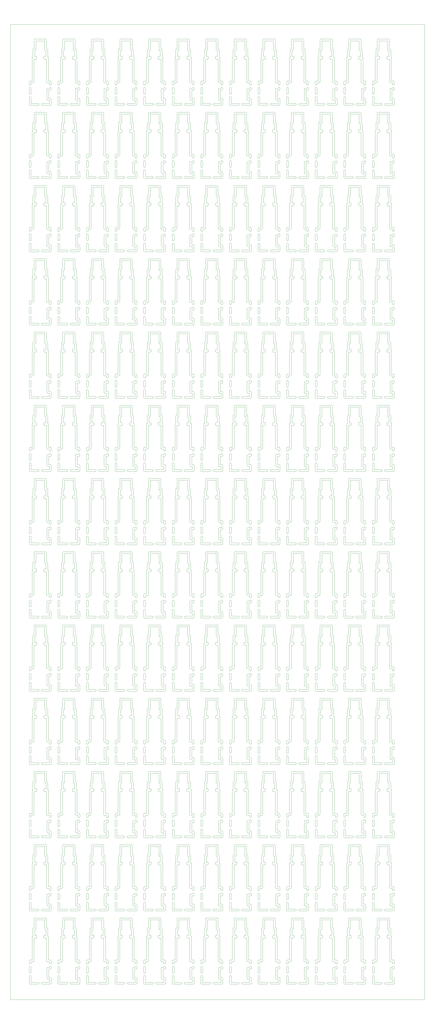
<source format=gm1>
G04 #@! TF.FileFunction,Profile,NP*
%FSLAX46Y46*%
G04 Gerber Fmt 4.6, Leading zero omitted, Abs format (unit mm)*
G04 Created by KiCad (PCBNEW 4.0.2-4+6225~38~ubuntu14.04.1-stable) date Mon 16 May 2016 16:09:22 BST*
%MOMM*%
G01*
G04 APERTURE LIST*
%ADD10C,0.100000*%
G04 APERTURE END LIST*
D10*
X10000000Y-437000000D02*
X10000000Y-11000000D01*
X10000000Y-437000000D02*
X191000000Y-437000000D01*
X191000000Y-11000000D02*
X191000000Y-437000000D01*
X10000000Y-11000000D02*
X191000000Y-11000000D01*
X177800000Y-422900000D02*
G75*
G03X177000000Y-422900000I-400000J0D01*
G01*
X165300000Y-422900000D02*
G75*
G03X164500000Y-422900000I-400000J0D01*
G01*
X152800000Y-422900000D02*
G75*
G03X152000000Y-422900000I-400000J0D01*
G01*
X140300000Y-422900000D02*
G75*
G03X139500000Y-422900000I-400000J0D01*
G01*
X127800000Y-422900000D02*
G75*
G03X127000000Y-422900000I-400000J0D01*
G01*
X115300000Y-422900000D02*
G75*
G03X114500000Y-422900000I-400000J0D01*
G01*
X102800000Y-422900000D02*
G75*
G03X102000000Y-422900000I-400000J0D01*
G01*
X90300000Y-422900000D02*
G75*
G03X89500000Y-422900000I-400000J0D01*
G01*
X77800000Y-422900000D02*
G75*
G03X77000000Y-422900000I-400000J0D01*
G01*
X65300000Y-422900000D02*
G75*
G03X64500000Y-422900000I-400000J0D01*
G01*
X52800000Y-422900000D02*
G75*
G03X52000000Y-422900000I-400000J0D01*
G01*
X40300000Y-422900000D02*
G75*
G03X39500000Y-422900000I-400000J0D01*
G01*
X27800000Y-422900000D02*
G75*
G03X27000000Y-422900000I-400000J0D01*
G01*
X177800000Y-390900000D02*
G75*
G03X177000000Y-390900000I-400000J0D01*
G01*
X165300000Y-390900000D02*
G75*
G03X164500000Y-390900000I-400000J0D01*
G01*
X152800000Y-390900000D02*
G75*
G03X152000000Y-390900000I-400000J0D01*
G01*
X140300000Y-390900000D02*
G75*
G03X139500000Y-390900000I-400000J0D01*
G01*
X127800000Y-390900000D02*
G75*
G03X127000000Y-390900000I-400000J0D01*
G01*
X115300000Y-390900000D02*
G75*
G03X114500000Y-390900000I-400000J0D01*
G01*
X102800000Y-390900000D02*
G75*
G03X102000000Y-390900000I-400000J0D01*
G01*
X90300000Y-390900000D02*
G75*
G03X89500000Y-390900000I-400000J0D01*
G01*
X77800000Y-390900000D02*
G75*
G03X77000000Y-390900000I-400000J0D01*
G01*
X65300000Y-390900000D02*
G75*
G03X64500000Y-390900000I-400000J0D01*
G01*
X52800000Y-390900000D02*
G75*
G03X52000000Y-390900000I-400000J0D01*
G01*
X40300000Y-390900000D02*
G75*
G03X39500000Y-390900000I-400000J0D01*
G01*
X27800000Y-390900000D02*
G75*
G03X27000000Y-390900000I-400000J0D01*
G01*
X177800000Y-358900000D02*
G75*
G03X177000000Y-358900000I-400000J0D01*
G01*
X165300000Y-358900000D02*
G75*
G03X164500000Y-358900000I-400000J0D01*
G01*
X152800000Y-358900000D02*
G75*
G03X152000000Y-358900000I-400000J0D01*
G01*
X140300000Y-358900000D02*
G75*
G03X139500000Y-358900000I-400000J0D01*
G01*
X127800000Y-358900000D02*
G75*
G03X127000000Y-358900000I-400000J0D01*
G01*
X115300000Y-358900000D02*
G75*
G03X114500000Y-358900000I-400000J0D01*
G01*
X102800000Y-358900000D02*
G75*
G03X102000000Y-358900000I-400000J0D01*
G01*
X90300000Y-358900000D02*
G75*
G03X89500000Y-358900000I-400000J0D01*
G01*
X77800000Y-358900000D02*
G75*
G03X77000000Y-358900000I-400000J0D01*
G01*
X65300000Y-358900000D02*
G75*
G03X64500000Y-358900000I-400000J0D01*
G01*
X52800000Y-358900000D02*
G75*
G03X52000000Y-358900000I-400000J0D01*
G01*
X40300000Y-358900000D02*
G75*
G03X39500000Y-358900000I-400000J0D01*
G01*
X27800000Y-358900000D02*
G75*
G03X27000000Y-358900000I-400000J0D01*
G01*
X177800000Y-326900000D02*
G75*
G03X177000000Y-326900000I-400000J0D01*
G01*
X165300000Y-326900000D02*
G75*
G03X164500000Y-326900000I-400000J0D01*
G01*
X152800000Y-326900000D02*
G75*
G03X152000000Y-326900000I-400000J0D01*
G01*
X140300000Y-326900000D02*
G75*
G03X139500000Y-326900000I-400000J0D01*
G01*
X127800000Y-326900000D02*
G75*
G03X127000000Y-326900000I-400000J0D01*
G01*
X115300000Y-326900000D02*
G75*
G03X114500000Y-326900000I-400000J0D01*
G01*
X102800000Y-326900000D02*
G75*
G03X102000000Y-326900000I-400000J0D01*
G01*
X90300000Y-326900000D02*
G75*
G03X89500000Y-326900000I-400000J0D01*
G01*
X77800000Y-326900000D02*
G75*
G03X77000000Y-326900000I-400000J0D01*
G01*
X65300000Y-326900000D02*
G75*
G03X64500000Y-326900000I-400000J0D01*
G01*
X52800000Y-326900000D02*
G75*
G03X52000000Y-326900000I-400000J0D01*
G01*
X40300000Y-326900000D02*
G75*
G03X39500000Y-326900000I-400000J0D01*
G01*
X27800000Y-326900000D02*
G75*
G03X27000000Y-326900000I-400000J0D01*
G01*
X177800000Y-294900000D02*
G75*
G03X177000000Y-294900000I-400000J0D01*
G01*
X165300000Y-294900000D02*
G75*
G03X164500000Y-294900000I-400000J0D01*
G01*
X152800000Y-294900000D02*
G75*
G03X152000000Y-294900000I-400000J0D01*
G01*
X140300000Y-294900000D02*
G75*
G03X139500000Y-294900000I-400000J0D01*
G01*
X127800000Y-294900000D02*
G75*
G03X127000000Y-294900000I-400000J0D01*
G01*
X115300000Y-294900000D02*
G75*
G03X114500000Y-294900000I-400000J0D01*
G01*
X102800000Y-294900000D02*
G75*
G03X102000000Y-294900000I-400000J0D01*
G01*
X90300000Y-294900000D02*
G75*
G03X89500000Y-294900000I-400000J0D01*
G01*
X77800000Y-294900000D02*
G75*
G03X77000000Y-294900000I-400000J0D01*
G01*
X65300000Y-294900000D02*
G75*
G03X64500000Y-294900000I-400000J0D01*
G01*
X52800000Y-294900000D02*
G75*
G03X52000000Y-294900000I-400000J0D01*
G01*
X40300000Y-294900000D02*
G75*
G03X39500000Y-294900000I-400000J0D01*
G01*
X27800000Y-294900000D02*
G75*
G03X27000000Y-294900000I-400000J0D01*
G01*
X177800000Y-262900000D02*
G75*
G03X177000000Y-262900000I-400000J0D01*
G01*
X165300000Y-262900000D02*
G75*
G03X164500000Y-262900000I-400000J0D01*
G01*
X152800000Y-262900000D02*
G75*
G03X152000000Y-262900000I-400000J0D01*
G01*
X140300000Y-262900000D02*
G75*
G03X139500000Y-262900000I-400000J0D01*
G01*
X127800000Y-262900000D02*
G75*
G03X127000000Y-262900000I-400000J0D01*
G01*
X115300000Y-262900000D02*
G75*
G03X114500000Y-262900000I-400000J0D01*
G01*
X102800000Y-262900000D02*
G75*
G03X102000000Y-262900000I-400000J0D01*
G01*
X90300000Y-262900000D02*
G75*
G03X89500000Y-262900000I-400000J0D01*
G01*
X77800000Y-262900000D02*
G75*
G03X77000000Y-262900000I-400000J0D01*
G01*
X65300000Y-262900000D02*
G75*
G03X64500000Y-262900000I-400000J0D01*
G01*
X52800000Y-262900000D02*
G75*
G03X52000000Y-262900000I-400000J0D01*
G01*
X40300000Y-262900000D02*
G75*
G03X39500000Y-262900000I-400000J0D01*
G01*
X27800000Y-262900000D02*
G75*
G03X27000000Y-262900000I-400000J0D01*
G01*
X177800000Y-230900000D02*
G75*
G03X177000000Y-230900000I-400000J0D01*
G01*
X165300000Y-230900000D02*
G75*
G03X164500000Y-230900000I-400000J0D01*
G01*
X152800000Y-230900000D02*
G75*
G03X152000000Y-230900000I-400000J0D01*
G01*
X140300000Y-230900000D02*
G75*
G03X139500000Y-230900000I-400000J0D01*
G01*
X127800000Y-230900000D02*
G75*
G03X127000000Y-230900000I-400000J0D01*
G01*
X115300000Y-230900000D02*
G75*
G03X114500000Y-230900000I-400000J0D01*
G01*
X102800000Y-230900000D02*
G75*
G03X102000000Y-230900000I-400000J0D01*
G01*
X90300000Y-230900000D02*
G75*
G03X89500000Y-230900000I-400000J0D01*
G01*
X77800000Y-230900000D02*
G75*
G03X77000000Y-230900000I-400000J0D01*
G01*
X65300000Y-230900000D02*
G75*
G03X64500000Y-230900000I-400000J0D01*
G01*
X52800000Y-230900000D02*
G75*
G03X52000000Y-230900000I-400000J0D01*
G01*
X40300000Y-230900000D02*
G75*
G03X39500000Y-230900000I-400000J0D01*
G01*
X27800000Y-230900000D02*
G75*
G03X27000000Y-230900000I-400000J0D01*
G01*
X177800000Y-198900000D02*
G75*
G03X177000000Y-198900000I-400000J0D01*
G01*
X165300000Y-198900000D02*
G75*
G03X164500000Y-198900000I-400000J0D01*
G01*
X152800000Y-198900000D02*
G75*
G03X152000000Y-198900000I-400000J0D01*
G01*
X140300000Y-198900000D02*
G75*
G03X139500000Y-198900000I-400000J0D01*
G01*
X127800000Y-198900000D02*
G75*
G03X127000000Y-198900000I-400000J0D01*
G01*
X115300000Y-198900000D02*
G75*
G03X114500000Y-198900000I-400000J0D01*
G01*
X102800000Y-198900000D02*
G75*
G03X102000000Y-198900000I-400000J0D01*
G01*
X90300000Y-198900000D02*
G75*
G03X89500000Y-198900000I-400000J0D01*
G01*
X77800000Y-198900000D02*
G75*
G03X77000000Y-198900000I-400000J0D01*
G01*
X65300000Y-198900000D02*
G75*
G03X64500000Y-198900000I-400000J0D01*
G01*
X52800000Y-198900000D02*
G75*
G03X52000000Y-198900000I-400000J0D01*
G01*
X40300000Y-198900000D02*
G75*
G03X39500000Y-198900000I-400000J0D01*
G01*
X27800000Y-198900000D02*
G75*
G03X27000000Y-198900000I-400000J0D01*
G01*
X177800000Y-166900000D02*
G75*
G03X177000000Y-166900000I-400000J0D01*
G01*
X165300000Y-166900000D02*
G75*
G03X164500000Y-166900000I-400000J0D01*
G01*
X152800000Y-166900000D02*
G75*
G03X152000000Y-166900000I-400000J0D01*
G01*
X140300000Y-166900000D02*
G75*
G03X139500000Y-166900000I-400000J0D01*
G01*
X127800000Y-166900000D02*
G75*
G03X127000000Y-166900000I-400000J0D01*
G01*
X115300000Y-166900000D02*
G75*
G03X114500000Y-166900000I-400000J0D01*
G01*
X102800000Y-166900000D02*
G75*
G03X102000000Y-166900000I-400000J0D01*
G01*
X90300000Y-166900000D02*
G75*
G03X89500000Y-166900000I-400000J0D01*
G01*
X77800000Y-166900000D02*
G75*
G03X77000000Y-166900000I-400000J0D01*
G01*
X65300000Y-166900000D02*
G75*
G03X64500000Y-166900000I-400000J0D01*
G01*
X52800000Y-166900000D02*
G75*
G03X52000000Y-166900000I-400000J0D01*
G01*
X40300000Y-166900000D02*
G75*
G03X39500000Y-166900000I-400000J0D01*
G01*
X27800000Y-166900000D02*
G75*
G03X27000000Y-166900000I-400000J0D01*
G01*
X177800000Y-134900000D02*
G75*
G03X177000000Y-134900000I-400000J0D01*
G01*
X165300000Y-134900000D02*
G75*
G03X164500000Y-134900000I-400000J0D01*
G01*
X152800000Y-134900000D02*
G75*
G03X152000000Y-134900000I-400000J0D01*
G01*
X140300000Y-134900000D02*
G75*
G03X139500000Y-134900000I-400000J0D01*
G01*
X127800000Y-134900000D02*
G75*
G03X127000000Y-134900000I-400000J0D01*
G01*
X115300000Y-134900000D02*
G75*
G03X114500000Y-134900000I-400000J0D01*
G01*
X102800000Y-134900000D02*
G75*
G03X102000000Y-134900000I-400000J0D01*
G01*
X90300000Y-134900000D02*
G75*
G03X89500000Y-134900000I-400000J0D01*
G01*
X77800000Y-134900000D02*
G75*
G03X77000000Y-134900000I-400000J0D01*
G01*
X65300000Y-134900000D02*
G75*
G03X64500000Y-134900000I-400000J0D01*
G01*
X52800000Y-134900000D02*
G75*
G03X52000000Y-134900000I-400000J0D01*
G01*
X40300000Y-134900000D02*
G75*
G03X39500000Y-134900000I-400000J0D01*
G01*
X27800000Y-134900000D02*
G75*
G03X27000000Y-134900000I-400000J0D01*
G01*
X177800000Y-102900000D02*
G75*
G03X177000000Y-102900000I-400000J0D01*
G01*
X165300000Y-102900000D02*
G75*
G03X164500000Y-102900000I-400000J0D01*
G01*
X152800000Y-102900000D02*
G75*
G03X152000000Y-102900000I-400000J0D01*
G01*
X140300000Y-102900000D02*
G75*
G03X139500000Y-102900000I-400000J0D01*
G01*
X127800000Y-102900000D02*
G75*
G03X127000000Y-102900000I-400000J0D01*
G01*
X115300000Y-102900000D02*
G75*
G03X114500000Y-102900000I-400000J0D01*
G01*
X102800000Y-102900000D02*
G75*
G03X102000000Y-102900000I-400000J0D01*
G01*
X90300000Y-102900000D02*
G75*
G03X89500000Y-102900000I-400000J0D01*
G01*
X77800000Y-102900000D02*
G75*
G03X77000000Y-102900000I-400000J0D01*
G01*
X65300000Y-102900000D02*
G75*
G03X64500000Y-102900000I-400000J0D01*
G01*
X52800000Y-102900000D02*
G75*
G03X52000000Y-102900000I-400000J0D01*
G01*
X40300000Y-102900000D02*
G75*
G03X39500000Y-102900000I-400000J0D01*
G01*
X27800000Y-102900000D02*
G75*
G03X27000000Y-102900000I-400000J0D01*
G01*
X177800000Y-70900000D02*
G75*
G03X177000000Y-70900000I-400000J0D01*
G01*
X165300000Y-70900000D02*
G75*
G03X164500000Y-70900000I-400000J0D01*
G01*
X152800000Y-70900000D02*
G75*
G03X152000000Y-70900000I-400000J0D01*
G01*
X140300000Y-70900000D02*
G75*
G03X139500000Y-70900000I-400000J0D01*
G01*
X127800000Y-70900000D02*
G75*
G03X127000000Y-70900000I-400000J0D01*
G01*
X115300000Y-70900000D02*
G75*
G03X114500000Y-70900000I-400000J0D01*
G01*
X102800000Y-70900000D02*
G75*
G03X102000000Y-70900000I-400000J0D01*
G01*
X90300000Y-70900000D02*
G75*
G03X89500000Y-70900000I-400000J0D01*
G01*
X77800000Y-70900000D02*
G75*
G03X77000000Y-70900000I-400000J0D01*
G01*
X65300000Y-70900000D02*
G75*
G03X64500000Y-70900000I-400000J0D01*
G01*
X52800000Y-70900000D02*
G75*
G03X52000000Y-70900000I-400000J0D01*
G01*
X40300000Y-70900000D02*
G75*
G03X39500000Y-70900000I-400000J0D01*
G01*
X27800000Y-70900000D02*
G75*
G03X27000000Y-70900000I-400000J0D01*
G01*
X177800000Y-38900000D02*
G75*
G03X177000000Y-38900000I-400000J0D01*
G01*
X165300000Y-38900000D02*
G75*
G03X164500000Y-38900000I-400000J0D01*
G01*
X152800000Y-38900000D02*
G75*
G03X152000000Y-38900000I-400000J0D01*
G01*
X140300000Y-38900000D02*
G75*
G03X139500000Y-38900000I-400000J0D01*
G01*
X127800000Y-38900000D02*
G75*
G03X127000000Y-38900000I-400000J0D01*
G01*
X115300000Y-38900000D02*
G75*
G03X114500000Y-38900000I-400000J0D01*
G01*
X102800000Y-38900000D02*
G75*
G03X102000000Y-38900000I-400000J0D01*
G01*
X90300000Y-38900000D02*
G75*
G03X89500000Y-38900000I-400000J0D01*
G01*
X77800000Y-38900000D02*
G75*
G03X77000000Y-38900000I-400000J0D01*
G01*
X65300000Y-38900000D02*
G75*
G03X64500000Y-38900000I-400000J0D01*
G01*
X52800000Y-38900000D02*
G75*
G03X52000000Y-38900000I-400000J0D01*
G01*
X40300000Y-38900000D02*
G75*
G03X39500000Y-38900000I-400000J0D01*
G01*
X176300000Y-422900000D02*
X177000000Y-422900000D01*
X163800000Y-422900000D02*
X164500000Y-422900000D01*
X151300000Y-422900000D02*
X152000000Y-422900000D01*
X138800000Y-422900000D02*
X139500000Y-422900000D01*
X126300000Y-422900000D02*
X127000000Y-422900000D01*
X113800000Y-422900000D02*
X114500000Y-422900000D01*
X101300000Y-422900000D02*
X102000000Y-422900000D01*
X88800000Y-422900000D02*
X89500000Y-422900000D01*
X76300000Y-422900000D02*
X77000000Y-422900000D01*
X63800000Y-422900000D02*
X64500000Y-422900000D01*
X51300000Y-422900000D02*
X52000000Y-422900000D01*
X38800000Y-422900000D02*
X39500000Y-422900000D01*
X26300000Y-422900000D02*
X27000000Y-422900000D01*
X176300000Y-390900000D02*
X177000000Y-390900000D01*
X163800000Y-390900000D02*
X164500000Y-390900000D01*
X151300000Y-390900000D02*
X152000000Y-390900000D01*
X138800000Y-390900000D02*
X139500000Y-390900000D01*
X126300000Y-390900000D02*
X127000000Y-390900000D01*
X113800000Y-390900000D02*
X114500000Y-390900000D01*
X101300000Y-390900000D02*
X102000000Y-390900000D01*
X88800000Y-390900000D02*
X89500000Y-390900000D01*
X76300000Y-390900000D02*
X77000000Y-390900000D01*
X63800000Y-390900000D02*
X64500000Y-390900000D01*
X51300000Y-390900000D02*
X52000000Y-390900000D01*
X38800000Y-390900000D02*
X39500000Y-390900000D01*
X26300000Y-390900000D02*
X27000000Y-390900000D01*
X176300000Y-358900000D02*
X177000000Y-358900000D01*
X163800000Y-358900000D02*
X164500000Y-358900000D01*
X151300000Y-358900000D02*
X152000000Y-358900000D01*
X138800000Y-358900000D02*
X139500000Y-358900000D01*
X126300000Y-358900000D02*
X127000000Y-358900000D01*
X113800000Y-358900000D02*
X114500000Y-358900000D01*
X101300000Y-358900000D02*
X102000000Y-358900000D01*
X88800000Y-358900000D02*
X89500000Y-358900000D01*
X76300000Y-358900000D02*
X77000000Y-358900000D01*
X63800000Y-358900000D02*
X64500000Y-358900000D01*
X51300000Y-358900000D02*
X52000000Y-358900000D01*
X38800000Y-358900000D02*
X39500000Y-358900000D01*
X26300000Y-358900000D02*
X27000000Y-358900000D01*
X176300000Y-326900000D02*
X177000000Y-326900000D01*
X163800000Y-326900000D02*
X164500000Y-326900000D01*
X151300000Y-326900000D02*
X152000000Y-326900000D01*
X138800000Y-326900000D02*
X139500000Y-326900000D01*
X126300000Y-326900000D02*
X127000000Y-326900000D01*
X113800000Y-326900000D02*
X114500000Y-326900000D01*
X101300000Y-326900000D02*
X102000000Y-326900000D01*
X88800000Y-326900000D02*
X89500000Y-326900000D01*
X76300000Y-326900000D02*
X77000000Y-326900000D01*
X63800000Y-326900000D02*
X64500000Y-326900000D01*
X51300000Y-326900000D02*
X52000000Y-326900000D01*
X38800000Y-326900000D02*
X39500000Y-326900000D01*
X26300000Y-326900000D02*
X27000000Y-326900000D01*
X176300000Y-294900000D02*
X177000000Y-294900000D01*
X163800000Y-294900000D02*
X164500000Y-294900000D01*
X151300000Y-294900000D02*
X152000000Y-294900000D01*
X138800000Y-294900000D02*
X139500000Y-294900000D01*
X126300000Y-294900000D02*
X127000000Y-294900000D01*
X113800000Y-294900000D02*
X114500000Y-294900000D01*
X101300000Y-294900000D02*
X102000000Y-294900000D01*
X88800000Y-294900000D02*
X89500000Y-294900000D01*
X76300000Y-294900000D02*
X77000000Y-294900000D01*
X63800000Y-294900000D02*
X64500000Y-294900000D01*
X51300000Y-294900000D02*
X52000000Y-294900000D01*
X38800000Y-294900000D02*
X39500000Y-294900000D01*
X26300000Y-294900000D02*
X27000000Y-294900000D01*
X176300000Y-262900000D02*
X177000000Y-262900000D01*
X163800000Y-262900000D02*
X164500000Y-262900000D01*
X151300000Y-262900000D02*
X152000000Y-262900000D01*
X138800000Y-262900000D02*
X139500000Y-262900000D01*
X126300000Y-262900000D02*
X127000000Y-262900000D01*
X113800000Y-262900000D02*
X114500000Y-262900000D01*
X101300000Y-262900000D02*
X102000000Y-262900000D01*
X88800000Y-262900000D02*
X89500000Y-262900000D01*
X76300000Y-262900000D02*
X77000000Y-262900000D01*
X63800000Y-262900000D02*
X64500000Y-262900000D01*
X51300000Y-262900000D02*
X52000000Y-262900000D01*
X38800000Y-262900000D02*
X39500000Y-262900000D01*
X26300000Y-262900000D02*
X27000000Y-262900000D01*
X176300000Y-230900000D02*
X177000000Y-230900000D01*
X163800000Y-230900000D02*
X164500000Y-230900000D01*
X151300000Y-230900000D02*
X152000000Y-230900000D01*
X138800000Y-230900000D02*
X139500000Y-230900000D01*
X126300000Y-230900000D02*
X127000000Y-230900000D01*
X113800000Y-230900000D02*
X114500000Y-230900000D01*
X101300000Y-230900000D02*
X102000000Y-230900000D01*
X88800000Y-230900000D02*
X89500000Y-230900000D01*
X76300000Y-230900000D02*
X77000000Y-230900000D01*
X63800000Y-230900000D02*
X64500000Y-230900000D01*
X51300000Y-230900000D02*
X52000000Y-230900000D01*
X38800000Y-230900000D02*
X39500000Y-230900000D01*
X26300000Y-230900000D02*
X27000000Y-230900000D01*
X176300000Y-198900000D02*
X177000000Y-198900000D01*
X163800000Y-198900000D02*
X164500000Y-198900000D01*
X151300000Y-198900000D02*
X152000000Y-198900000D01*
X138800000Y-198900000D02*
X139500000Y-198900000D01*
X126300000Y-198900000D02*
X127000000Y-198900000D01*
X113800000Y-198900000D02*
X114500000Y-198900000D01*
X101300000Y-198900000D02*
X102000000Y-198900000D01*
X88800000Y-198900000D02*
X89500000Y-198900000D01*
X76300000Y-198900000D02*
X77000000Y-198900000D01*
X63800000Y-198900000D02*
X64500000Y-198900000D01*
X51300000Y-198900000D02*
X52000000Y-198900000D01*
X38800000Y-198900000D02*
X39500000Y-198900000D01*
X26300000Y-198900000D02*
X27000000Y-198900000D01*
X176300000Y-166900000D02*
X177000000Y-166900000D01*
X163800000Y-166900000D02*
X164500000Y-166900000D01*
X151300000Y-166900000D02*
X152000000Y-166900000D01*
X138800000Y-166900000D02*
X139500000Y-166900000D01*
X126300000Y-166900000D02*
X127000000Y-166900000D01*
X113800000Y-166900000D02*
X114500000Y-166900000D01*
X101300000Y-166900000D02*
X102000000Y-166900000D01*
X88800000Y-166900000D02*
X89500000Y-166900000D01*
X76300000Y-166900000D02*
X77000000Y-166900000D01*
X63800000Y-166900000D02*
X64500000Y-166900000D01*
X51300000Y-166900000D02*
X52000000Y-166900000D01*
X38800000Y-166900000D02*
X39500000Y-166900000D01*
X26300000Y-166900000D02*
X27000000Y-166900000D01*
X176300000Y-134900000D02*
X177000000Y-134900000D01*
X163800000Y-134900000D02*
X164500000Y-134900000D01*
X151300000Y-134900000D02*
X152000000Y-134900000D01*
X138800000Y-134900000D02*
X139500000Y-134900000D01*
X126300000Y-134900000D02*
X127000000Y-134900000D01*
X113800000Y-134900000D02*
X114500000Y-134900000D01*
X101300000Y-134900000D02*
X102000000Y-134900000D01*
X88800000Y-134900000D02*
X89500000Y-134900000D01*
X76300000Y-134900000D02*
X77000000Y-134900000D01*
X63800000Y-134900000D02*
X64500000Y-134900000D01*
X51300000Y-134900000D02*
X52000000Y-134900000D01*
X38800000Y-134900000D02*
X39500000Y-134900000D01*
X26300000Y-134900000D02*
X27000000Y-134900000D01*
X176300000Y-102900000D02*
X177000000Y-102900000D01*
X163800000Y-102900000D02*
X164500000Y-102900000D01*
X151300000Y-102900000D02*
X152000000Y-102900000D01*
X138800000Y-102900000D02*
X139500000Y-102900000D01*
X126300000Y-102900000D02*
X127000000Y-102900000D01*
X113800000Y-102900000D02*
X114500000Y-102900000D01*
X101300000Y-102900000D02*
X102000000Y-102900000D01*
X88800000Y-102900000D02*
X89500000Y-102900000D01*
X76300000Y-102900000D02*
X77000000Y-102900000D01*
X63800000Y-102900000D02*
X64500000Y-102900000D01*
X51300000Y-102900000D02*
X52000000Y-102900000D01*
X38800000Y-102900000D02*
X39500000Y-102900000D01*
X26300000Y-102900000D02*
X27000000Y-102900000D01*
X176300000Y-70900000D02*
X177000000Y-70900000D01*
X163800000Y-70900000D02*
X164500000Y-70900000D01*
X151300000Y-70900000D02*
X152000000Y-70900000D01*
X138800000Y-70900000D02*
X139500000Y-70900000D01*
X126300000Y-70900000D02*
X127000000Y-70900000D01*
X113800000Y-70900000D02*
X114500000Y-70900000D01*
X101300000Y-70900000D02*
X102000000Y-70900000D01*
X88800000Y-70900000D02*
X89500000Y-70900000D01*
X76300000Y-70900000D02*
X77000000Y-70900000D01*
X63800000Y-70900000D02*
X64500000Y-70900000D01*
X51300000Y-70900000D02*
X52000000Y-70900000D01*
X38800000Y-70900000D02*
X39500000Y-70900000D01*
X26300000Y-70900000D02*
X27000000Y-70900000D01*
X176300000Y-38900000D02*
X177000000Y-38900000D01*
X163800000Y-38900000D02*
X164500000Y-38900000D01*
X151300000Y-38900000D02*
X152000000Y-38900000D01*
X138800000Y-38900000D02*
X139500000Y-38900000D01*
X126300000Y-38900000D02*
X127000000Y-38900000D01*
X113800000Y-38900000D02*
X114500000Y-38900000D01*
X101300000Y-38900000D02*
X102000000Y-38900000D01*
X88800000Y-38900000D02*
X89500000Y-38900000D01*
X76300000Y-38900000D02*
X77000000Y-38900000D01*
X63800000Y-38900000D02*
X64500000Y-38900000D01*
X51300000Y-38900000D02*
X52000000Y-38900000D01*
X38800000Y-38900000D02*
X39500000Y-38900000D01*
X177800000Y-422900000D02*
X177800000Y-423300000D01*
X165300000Y-422900000D02*
X165300000Y-423300000D01*
X152800000Y-422900000D02*
X152800000Y-423300000D01*
X140300000Y-422900000D02*
X140300000Y-423300000D01*
X127800000Y-422900000D02*
X127800000Y-423300000D01*
X115300000Y-422900000D02*
X115300000Y-423300000D01*
X102800000Y-422900000D02*
X102800000Y-423300000D01*
X90300000Y-422900000D02*
X90300000Y-423300000D01*
X77800000Y-422900000D02*
X77800000Y-423300000D01*
X65300000Y-422900000D02*
X65300000Y-423300000D01*
X52800000Y-422900000D02*
X52800000Y-423300000D01*
X40300000Y-422900000D02*
X40300000Y-423300000D01*
X27800000Y-422900000D02*
X27800000Y-423300000D01*
X177800000Y-390900000D02*
X177800000Y-391300000D01*
X165300000Y-390900000D02*
X165300000Y-391300000D01*
X152800000Y-390900000D02*
X152800000Y-391300000D01*
X140300000Y-390900000D02*
X140300000Y-391300000D01*
X127800000Y-390900000D02*
X127800000Y-391300000D01*
X115300000Y-390900000D02*
X115300000Y-391300000D01*
X102800000Y-390900000D02*
X102800000Y-391300000D01*
X90300000Y-390900000D02*
X90300000Y-391300000D01*
X77800000Y-390900000D02*
X77800000Y-391300000D01*
X65300000Y-390900000D02*
X65300000Y-391300000D01*
X52800000Y-390900000D02*
X52800000Y-391300000D01*
X40300000Y-390900000D02*
X40300000Y-391300000D01*
X27800000Y-390900000D02*
X27800000Y-391300000D01*
X177800000Y-358900000D02*
X177800000Y-359300000D01*
X165300000Y-358900000D02*
X165300000Y-359300000D01*
X152800000Y-358900000D02*
X152800000Y-359300000D01*
X140300000Y-358900000D02*
X140300000Y-359300000D01*
X127800000Y-358900000D02*
X127800000Y-359300000D01*
X115300000Y-358900000D02*
X115300000Y-359300000D01*
X102800000Y-358900000D02*
X102800000Y-359300000D01*
X90300000Y-358900000D02*
X90300000Y-359300000D01*
X77800000Y-358900000D02*
X77800000Y-359300000D01*
X65300000Y-358900000D02*
X65300000Y-359300000D01*
X52800000Y-358900000D02*
X52800000Y-359300000D01*
X40300000Y-358900000D02*
X40300000Y-359300000D01*
X27800000Y-358900000D02*
X27800000Y-359300000D01*
X177800000Y-326900000D02*
X177800000Y-327300000D01*
X165300000Y-326900000D02*
X165300000Y-327300000D01*
X152800000Y-326900000D02*
X152800000Y-327300000D01*
X140300000Y-326900000D02*
X140300000Y-327300000D01*
X127800000Y-326900000D02*
X127800000Y-327300000D01*
X115300000Y-326900000D02*
X115300000Y-327300000D01*
X102800000Y-326900000D02*
X102800000Y-327300000D01*
X90300000Y-326900000D02*
X90300000Y-327300000D01*
X77800000Y-326900000D02*
X77800000Y-327300000D01*
X65300000Y-326900000D02*
X65300000Y-327300000D01*
X52800000Y-326900000D02*
X52800000Y-327300000D01*
X40300000Y-326900000D02*
X40300000Y-327300000D01*
X27800000Y-326900000D02*
X27800000Y-327300000D01*
X177800000Y-294900000D02*
X177800000Y-295300000D01*
X165300000Y-294900000D02*
X165300000Y-295300000D01*
X152800000Y-294900000D02*
X152800000Y-295300000D01*
X140300000Y-294900000D02*
X140300000Y-295300000D01*
X127800000Y-294900000D02*
X127800000Y-295300000D01*
X115300000Y-294900000D02*
X115300000Y-295300000D01*
X102800000Y-294900000D02*
X102800000Y-295300000D01*
X90300000Y-294900000D02*
X90300000Y-295300000D01*
X77800000Y-294900000D02*
X77800000Y-295300000D01*
X65300000Y-294900000D02*
X65300000Y-295300000D01*
X52800000Y-294900000D02*
X52800000Y-295300000D01*
X40300000Y-294900000D02*
X40300000Y-295300000D01*
X27800000Y-294900000D02*
X27800000Y-295300000D01*
X177800000Y-262900000D02*
X177800000Y-263300000D01*
X165300000Y-262900000D02*
X165300000Y-263300000D01*
X152800000Y-262900000D02*
X152800000Y-263300000D01*
X140300000Y-262900000D02*
X140300000Y-263300000D01*
X127800000Y-262900000D02*
X127800000Y-263300000D01*
X115300000Y-262900000D02*
X115300000Y-263300000D01*
X102800000Y-262900000D02*
X102800000Y-263300000D01*
X90300000Y-262900000D02*
X90300000Y-263300000D01*
X77800000Y-262900000D02*
X77800000Y-263300000D01*
X65300000Y-262900000D02*
X65300000Y-263300000D01*
X52800000Y-262900000D02*
X52800000Y-263300000D01*
X40300000Y-262900000D02*
X40300000Y-263300000D01*
X27800000Y-262900000D02*
X27800000Y-263300000D01*
X177800000Y-230900000D02*
X177800000Y-231300000D01*
X165300000Y-230900000D02*
X165300000Y-231300000D01*
X152800000Y-230900000D02*
X152800000Y-231300000D01*
X140300000Y-230900000D02*
X140300000Y-231300000D01*
X127800000Y-230900000D02*
X127800000Y-231300000D01*
X115300000Y-230900000D02*
X115300000Y-231300000D01*
X102800000Y-230900000D02*
X102800000Y-231300000D01*
X90300000Y-230900000D02*
X90300000Y-231300000D01*
X77800000Y-230900000D02*
X77800000Y-231300000D01*
X65300000Y-230900000D02*
X65300000Y-231300000D01*
X52800000Y-230900000D02*
X52800000Y-231300000D01*
X40300000Y-230900000D02*
X40300000Y-231300000D01*
X27800000Y-230900000D02*
X27800000Y-231300000D01*
X177800000Y-198900000D02*
X177800000Y-199300000D01*
X165300000Y-198900000D02*
X165300000Y-199300000D01*
X152800000Y-198900000D02*
X152800000Y-199300000D01*
X140300000Y-198900000D02*
X140300000Y-199300000D01*
X127800000Y-198900000D02*
X127800000Y-199300000D01*
X115300000Y-198900000D02*
X115300000Y-199300000D01*
X102800000Y-198900000D02*
X102800000Y-199300000D01*
X90300000Y-198900000D02*
X90300000Y-199300000D01*
X77800000Y-198900000D02*
X77800000Y-199300000D01*
X65300000Y-198900000D02*
X65300000Y-199300000D01*
X52800000Y-198900000D02*
X52800000Y-199300000D01*
X40300000Y-198900000D02*
X40300000Y-199300000D01*
X27800000Y-198900000D02*
X27800000Y-199300000D01*
X177800000Y-166900000D02*
X177800000Y-167300000D01*
X165300000Y-166900000D02*
X165300000Y-167300000D01*
X152800000Y-166900000D02*
X152800000Y-167300000D01*
X140300000Y-166900000D02*
X140300000Y-167300000D01*
X127800000Y-166900000D02*
X127800000Y-167300000D01*
X115300000Y-166900000D02*
X115300000Y-167300000D01*
X102800000Y-166900000D02*
X102800000Y-167300000D01*
X90300000Y-166900000D02*
X90300000Y-167300000D01*
X77800000Y-166900000D02*
X77800000Y-167300000D01*
X65300000Y-166900000D02*
X65300000Y-167300000D01*
X52800000Y-166900000D02*
X52800000Y-167300000D01*
X40300000Y-166900000D02*
X40300000Y-167300000D01*
X27800000Y-166900000D02*
X27800000Y-167300000D01*
X177800000Y-134900000D02*
X177800000Y-135300000D01*
X165300000Y-134900000D02*
X165300000Y-135300000D01*
X152800000Y-134900000D02*
X152800000Y-135300000D01*
X140300000Y-134900000D02*
X140300000Y-135300000D01*
X127800000Y-134900000D02*
X127800000Y-135300000D01*
X115300000Y-134900000D02*
X115300000Y-135300000D01*
X102800000Y-134900000D02*
X102800000Y-135300000D01*
X90300000Y-134900000D02*
X90300000Y-135300000D01*
X77800000Y-134900000D02*
X77800000Y-135300000D01*
X65300000Y-134900000D02*
X65300000Y-135300000D01*
X52800000Y-134900000D02*
X52800000Y-135300000D01*
X40300000Y-134900000D02*
X40300000Y-135300000D01*
X27800000Y-134900000D02*
X27800000Y-135300000D01*
X177800000Y-102900000D02*
X177800000Y-103300000D01*
X165300000Y-102900000D02*
X165300000Y-103300000D01*
X152800000Y-102900000D02*
X152800000Y-103300000D01*
X140300000Y-102900000D02*
X140300000Y-103300000D01*
X127800000Y-102900000D02*
X127800000Y-103300000D01*
X115300000Y-102900000D02*
X115300000Y-103300000D01*
X102800000Y-102900000D02*
X102800000Y-103300000D01*
X90300000Y-102900000D02*
X90300000Y-103300000D01*
X77800000Y-102900000D02*
X77800000Y-103300000D01*
X65300000Y-102900000D02*
X65300000Y-103300000D01*
X52800000Y-102900000D02*
X52800000Y-103300000D01*
X40300000Y-102900000D02*
X40300000Y-103300000D01*
X27800000Y-102900000D02*
X27800000Y-103300000D01*
X177800000Y-70900000D02*
X177800000Y-71300000D01*
X165300000Y-70900000D02*
X165300000Y-71300000D01*
X152800000Y-70900000D02*
X152800000Y-71300000D01*
X140300000Y-70900000D02*
X140300000Y-71300000D01*
X127800000Y-70900000D02*
X127800000Y-71300000D01*
X115300000Y-70900000D02*
X115300000Y-71300000D01*
X102800000Y-70900000D02*
X102800000Y-71300000D01*
X90300000Y-70900000D02*
X90300000Y-71300000D01*
X77800000Y-70900000D02*
X77800000Y-71300000D01*
X65300000Y-70900000D02*
X65300000Y-71300000D01*
X52800000Y-70900000D02*
X52800000Y-71300000D01*
X40300000Y-70900000D02*
X40300000Y-71300000D01*
X27800000Y-70900000D02*
X27800000Y-71300000D01*
X177800000Y-38900000D02*
X177800000Y-39300000D01*
X165300000Y-38900000D02*
X165300000Y-39300000D01*
X152800000Y-38900000D02*
X152800000Y-39300000D01*
X140300000Y-38900000D02*
X140300000Y-39300000D01*
X127800000Y-38900000D02*
X127800000Y-39300000D01*
X115300000Y-38900000D02*
X115300000Y-39300000D01*
X102800000Y-38900000D02*
X102800000Y-39300000D01*
X90300000Y-38900000D02*
X90300000Y-39300000D01*
X77800000Y-38900000D02*
X77800000Y-39300000D01*
X65300000Y-38900000D02*
X65300000Y-39300000D01*
X52800000Y-38900000D02*
X52800000Y-39300000D01*
X40300000Y-38900000D02*
X40300000Y-39300000D01*
X176300000Y-422900000D02*
G75*
G03X175900000Y-423300000I0J-400000D01*
G01*
X163800000Y-422900000D02*
G75*
G03X163400000Y-423300000I0J-400000D01*
G01*
X151300000Y-422900000D02*
G75*
G03X150900000Y-423300000I0J-400000D01*
G01*
X138800000Y-422900000D02*
G75*
G03X138400000Y-423300000I0J-400000D01*
G01*
X126300000Y-422900000D02*
G75*
G03X125900000Y-423300000I0J-400000D01*
G01*
X113800000Y-422900000D02*
G75*
G03X113400000Y-423300000I0J-400000D01*
G01*
X101300000Y-422900000D02*
G75*
G03X100900000Y-423300000I0J-400000D01*
G01*
X88800000Y-422900000D02*
G75*
G03X88400000Y-423300000I0J-400000D01*
G01*
X76300000Y-422900000D02*
G75*
G03X75900000Y-423300000I0J-400000D01*
G01*
X63800000Y-422900000D02*
G75*
G03X63400000Y-423300000I0J-400000D01*
G01*
X51300000Y-422900000D02*
G75*
G03X50900000Y-423300000I0J-400000D01*
G01*
X38800000Y-422900000D02*
G75*
G03X38400000Y-423300000I0J-400000D01*
G01*
X26300000Y-422900000D02*
G75*
G03X25900000Y-423300000I0J-400000D01*
G01*
X176300000Y-390900000D02*
G75*
G03X175900000Y-391300000I0J-400000D01*
G01*
X163800000Y-390900000D02*
G75*
G03X163400000Y-391300000I0J-400000D01*
G01*
X151300000Y-390900000D02*
G75*
G03X150900000Y-391300000I0J-400000D01*
G01*
X138800000Y-390900000D02*
G75*
G03X138400000Y-391300000I0J-400000D01*
G01*
X126300000Y-390900000D02*
G75*
G03X125900000Y-391300000I0J-400000D01*
G01*
X113800000Y-390900000D02*
G75*
G03X113400000Y-391300000I0J-400000D01*
G01*
X101300000Y-390900000D02*
G75*
G03X100900000Y-391300000I0J-400000D01*
G01*
X88800000Y-390900000D02*
G75*
G03X88400000Y-391300000I0J-400000D01*
G01*
X76300000Y-390900000D02*
G75*
G03X75900000Y-391300000I0J-400000D01*
G01*
X63800000Y-390900000D02*
G75*
G03X63400000Y-391300000I0J-400000D01*
G01*
X51300000Y-390900000D02*
G75*
G03X50900000Y-391300000I0J-400000D01*
G01*
X38800000Y-390900000D02*
G75*
G03X38400000Y-391300000I0J-400000D01*
G01*
X26300000Y-390900000D02*
G75*
G03X25900000Y-391300000I0J-400000D01*
G01*
X176300000Y-358900000D02*
G75*
G03X175900000Y-359300000I0J-400000D01*
G01*
X163800000Y-358900000D02*
G75*
G03X163400000Y-359300000I0J-400000D01*
G01*
X151300000Y-358900000D02*
G75*
G03X150900000Y-359300000I0J-400000D01*
G01*
X138800000Y-358900000D02*
G75*
G03X138400000Y-359300000I0J-400000D01*
G01*
X126300000Y-358900000D02*
G75*
G03X125900000Y-359300000I0J-400000D01*
G01*
X113800000Y-358900000D02*
G75*
G03X113400000Y-359300000I0J-400000D01*
G01*
X101300000Y-358900000D02*
G75*
G03X100900000Y-359300000I0J-400000D01*
G01*
X88800000Y-358900000D02*
G75*
G03X88400000Y-359300000I0J-400000D01*
G01*
X76300000Y-358900000D02*
G75*
G03X75900000Y-359300000I0J-400000D01*
G01*
X63800000Y-358900000D02*
G75*
G03X63400000Y-359300000I0J-400000D01*
G01*
X51300000Y-358900000D02*
G75*
G03X50900000Y-359300000I0J-400000D01*
G01*
X38800000Y-358900000D02*
G75*
G03X38400000Y-359300000I0J-400000D01*
G01*
X26300000Y-358900000D02*
G75*
G03X25900000Y-359300000I0J-400000D01*
G01*
X176300000Y-326900000D02*
G75*
G03X175900000Y-327300000I0J-400000D01*
G01*
X163800000Y-326900000D02*
G75*
G03X163400000Y-327300000I0J-400000D01*
G01*
X151300000Y-326900000D02*
G75*
G03X150900000Y-327300000I0J-400000D01*
G01*
X138800000Y-326900000D02*
G75*
G03X138400000Y-327300000I0J-400000D01*
G01*
X126300000Y-326900000D02*
G75*
G03X125900000Y-327300000I0J-400000D01*
G01*
X113800000Y-326900000D02*
G75*
G03X113400000Y-327300000I0J-400000D01*
G01*
X101300000Y-326900000D02*
G75*
G03X100900000Y-327300000I0J-400000D01*
G01*
X88800000Y-326900000D02*
G75*
G03X88400000Y-327300000I0J-400000D01*
G01*
X76300000Y-326900000D02*
G75*
G03X75900000Y-327300000I0J-400000D01*
G01*
X63800000Y-326900000D02*
G75*
G03X63400000Y-327300000I0J-400000D01*
G01*
X51300000Y-326900000D02*
G75*
G03X50900000Y-327300000I0J-400000D01*
G01*
X38800000Y-326900000D02*
G75*
G03X38400000Y-327300000I0J-400000D01*
G01*
X26300000Y-326900000D02*
G75*
G03X25900000Y-327300000I0J-400000D01*
G01*
X176300000Y-294900000D02*
G75*
G03X175900000Y-295300000I0J-400000D01*
G01*
X163800000Y-294900000D02*
G75*
G03X163400000Y-295300000I0J-400000D01*
G01*
X151300000Y-294900000D02*
G75*
G03X150900000Y-295300000I0J-400000D01*
G01*
X138800000Y-294900000D02*
G75*
G03X138400000Y-295300000I0J-400000D01*
G01*
X126300000Y-294900000D02*
G75*
G03X125900000Y-295300000I0J-400000D01*
G01*
X113800000Y-294900000D02*
G75*
G03X113400000Y-295300000I0J-400000D01*
G01*
X101300000Y-294900000D02*
G75*
G03X100900000Y-295300000I0J-400000D01*
G01*
X88800000Y-294900000D02*
G75*
G03X88400000Y-295300000I0J-400000D01*
G01*
X76300000Y-294900000D02*
G75*
G03X75900000Y-295300000I0J-400000D01*
G01*
X63800000Y-294900000D02*
G75*
G03X63400000Y-295300000I0J-400000D01*
G01*
X51300000Y-294900000D02*
G75*
G03X50900000Y-295300000I0J-400000D01*
G01*
X38800000Y-294900000D02*
G75*
G03X38400000Y-295300000I0J-400000D01*
G01*
X26300000Y-294900000D02*
G75*
G03X25900000Y-295300000I0J-400000D01*
G01*
X176300000Y-262900000D02*
G75*
G03X175900000Y-263300000I0J-400000D01*
G01*
X163800000Y-262900000D02*
G75*
G03X163400000Y-263300000I0J-400000D01*
G01*
X151300000Y-262900000D02*
G75*
G03X150900000Y-263300000I0J-400000D01*
G01*
X138800000Y-262900000D02*
G75*
G03X138400000Y-263300000I0J-400000D01*
G01*
X126300000Y-262900000D02*
G75*
G03X125900000Y-263300000I0J-400000D01*
G01*
X113800000Y-262900000D02*
G75*
G03X113400000Y-263300000I0J-400000D01*
G01*
X101300000Y-262900000D02*
G75*
G03X100900000Y-263300000I0J-400000D01*
G01*
X88800000Y-262900000D02*
G75*
G03X88400000Y-263300000I0J-400000D01*
G01*
X76300000Y-262900000D02*
G75*
G03X75900000Y-263300000I0J-400000D01*
G01*
X63800000Y-262900000D02*
G75*
G03X63400000Y-263300000I0J-400000D01*
G01*
X51300000Y-262900000D02*
G75*
G03X50900000Y-263300000I0J-400000D01*
G01*
X38800000Y-262900000D02*
G75*
G03X38400000Y-263300000I0J-400000D01*
G01*
X26300000Y-262900000D02*
G75*
G03X25900000Y-263300000I0J-400000D01*
G01*
X176300000Y-230900000D02*
G75*
G03X175900000Y-231300000I0J-400000D01*
G01*
X163800000Y-230900000D02*
G75*
G03X163400000Y-231300000I0J-400000D01*
G01*
X151300000Y-230900000D02*
G75*
G03X150900000Y-231300000I0J-400000D01*
G01*
X138800000Y-230900000D02*
G75*
G03X138400000Y-231300000I0J-400000D01*
G01*
X126300000Y-230900000D02*
G75*
G03X125900000Y-231300000I0J-400000D01*
G01*
X113800000Y-230900000D02*
G75*
G03X113400000Y-231300000I0J-400000D01*
G01*
X101300000Y-230900000D02*
G75*
G03X100900000Y-231300000I0J-400000D01*
G01*
X88800000Y-230900000D02*
G75*
G03X88400000Y-231300000I0J-400000D01*
G01*
X76300000Y-230900000D02*
G75*
G03X75900000Y-231300000I0J-400000D01*
G01*
X63800000Y-230900000D02*
G75*
G03X63400000Y-231300000I0J-400000D01*
G01*
X51300000Y-230900000D02*
G75*
G03X50900000Y-231300000I0J-400000D01*
G01*
X38800000Y-230900000D02*
G75*
G03X38400000Y-231300000I0J-400000D01*
G01*
X26300000Y-230900000D02*
G75*
G03X25900000Y-231300000I0J-400000D01*
G01*
X176300000Y-198900000D02*
G75*
G03X175900000Y-199300000I0J-400000D01*
G01*
X163800000Y-198900000D02*
G75*
G03X163400000Y-199300000I0J-400000D01*
G01*
X151300000Y-198900000D02*
G75*
G03X150900000Y-199300000I0J-400000D01*
G01*
X138800000Y-198900000D02*
G75*
G03X138400000Y-199300000I0J-400000D01*
G01*
X126300000Y-198900000D02*
G75*
G03X125900000Y-199300000I0J-400000D01*
G01*
X113800000Y-198900000D02*
G75*
G03X113400000Y-199300000I0J-400000D01*
G01*
X101300000Y-198900000D02*
G75*
G03X100900000Y-199300000I0J-400000D01*
G01*
X88800000Y-198900000D02*
G75*
G03X88400000Y-199300000I0J-400000D01*
G01*
X76300000Y-198900000D02*
G75*
G03X75900000Y-199300000I0J-400000D01*
G01*
X63800000Y-198900000D02*
G75*
G03X63400000Y-199300000I0J-400000D01*
G01*
X51300000Y-198900000D02*
G75*
G03X50900000Y-199300000I0J-400000D01*
G01*
X38800000Y-198900000D02*
G75*
G03X38400000Y-199300000I0J-400000D01*
G01*
X26300000Y-198900000D02*
G75*
G03X25900000Y-199300000I0J-400000D01*
G01*
X176300000Y-166900000D02*
G75*
G03X175900000Y-167300000I0J-400000D01*
G01*
X163800000Y-166900000D02*
G75*
G03X163400000Y-167300000I0J-400000D01*
G01*
X151300000Y-166900000D02*
G75*
G03X150900000Y-167300000I0J-400000D01*
G01*
X138800000Y-166900000D02*
G75*
G03X138400000Y-167300000I0J-400000D01*
G01*
X126300000Y-166900000D02*
G75*
G03X125900000Y-167300000I0J-400000D01*
G01*
X113800000Y-166900000D02*
G75*
G03X113400000Y-167300000I0J-400000D01*
G01*
X101300000Y-166900000D02*
G75*
G03X100900000Y-167300000I0J-400000D01*
G01*
X88800000Y-166900000D02*
G75*
G03X88400000Y-167300000I0J-400000D01*
G01*
X76300000Y-166900000D02*
G75*
G03X75900000Y-167300000I0J-400000D01*
G01*
X63800000Y-166900000D02*
G75*
G03X63400000Y-167300000I0J-400000D01*
G01*
X51300000Y-166900000D02*
G75*
G03X50900000Y-167300000I0J-400000D01*
G01*
X38800000Y-166900000D02*
G75*
G03X38400000Y-167300000I0J-400000D01*
G01*
X26300000Y-166900000D02*
G75*
G03X25900000Y-167300000I0J-400000D01*
G01*
X176300000Y-134900000D02*
G75*
G03X175900000Y-135300000I0J-400000D01*
G01*
X163800000Y-134900000D02*
G75*
G03X163400000Y-135300000I0J-400000D01*
G01*
X151300000Y-134900000D02*
G75*
G03X150900000Y-135300000I0J-400000D01*
G01*
X138800000Y-134900000D02*
G75*
G03X138400000Y-135300000I0J-400000D01*
G01*
X126300000Y-134900000D02*
G75*
G03X125900000Y-135300000I0J-400000D01*
G01*
X113800000Y-134900000D02*
G75*
G03X113400000Y-135300000I0J-400000D01*
G01*
X101300000Y-134900000D02*
G75*
G03X100900000Y-135300000I0J-400000D01*
G01*
X88800000Y-134900000D02*
G75*
G03X88400000Y-135300000I0J-400000D01*
G01*
X76300000Y-134900000D02*
G75*
G03X75900000Y-135300000I0J-400000D01*
G01*
X63800000Y-134900000D02*
G75*
G03X63400000Y-135300000I0J-400000D01*
G01*
X51300000Y-134900000D02*
G75*
G03X50900000Y-135300000I0J-400000D01*
G01*
X38800000Y-134900000D02*
G75*
G03X38400000Y-135300000I0J-400000D01*
G01*
X26300000Y-134900000D02*
G75*
G03X25900000Y-135300000I0J-400000D01*
G01*
X176300000Y-102900000D02*
G75*
G03X175900000Y-103300000I0J-400000D01*
G01*
X163800000Y-102900000D02*
G75*
G03X163400000Y-103300000I0J-400000D01*
G01*
X151300000Y-102900000D02*
G75*
G03X150900000Y-103300000I0J-400000D01*
G01*
X138800000Y-102900000D02*
G75*
G03X138400000Y-103300000I0J-400000D01*
G01*
X126300000Y-102900000D02*
G75*
G03X125900000Y-103300000I0J-400000D01*
G01*
X113800000Y-102900000D02*
G75*
G03X113400000Y-103300000I0J-400000D01*
G01*
X101300000Y-102900000D02*
G75*
G03X100900000Y-103300000I0J-400000D01*
G01*
X88800000Y-102900000D02*
G75*
G03X88400000Y-103300000I0J-400000D01*
G01*
X76300000Y-102900000D02*
G75*
G03X75900000Y-103300000I0J-400000D01*
G01*
X63800000Y-102900000D02*
G75*
G03X63400000Y-103300000I0J-400000D01*
G01*
X51300000Y-102900000D02*
G75*
G03X50900000Y-103300000I0J-400000D01*
G01*
X38800000Y-102900000D02*
G75*
G03X38400000Y-103300000I0J-400000D01*
G01*
X26300000Y-102900000D02*
G75*
G03X25900000Y-103300000I0J-400000D01*
G01*
X176300000Y-70900000D02*
G75*
G03X175900000Y-71300000I0J-400000D01*
G01*
X163800000Y-70900000D02*
G75*
G03X163400000Y-71300000I0J-400000D01*
G01*
X151300000Y-70900000D02*
G75*
G03X150900000Y-71300000I0J-400000D01*
G01*
X138800000Y-70900000D02*
G75*
G03X138400000Y-71300000I0J-400000D01*
G01*
X126300000Y-70900000D02*
G75*
G03X125900000Y-71300000I0J-400000D01*
G01*
X113800000Y-70900000D02*
G75*
G03X113400000Y-71300000I0J-400000D01*
G01*
X101300000Y-70900000D02*
G75*
G03X100900000Y-71300000I0J-400000D01*
G01*
X88800000Y-70900000D02*
G75*
G03X88400000Y-71300000I0J-400000D01*
G01*
X76300000Y-70900000D02*
G75*
G03X75900000Y-71300000I0J-400000D01*
G01*
X63800000Y-70900000D02*
G75*
G03X63400000Y-71300000I0J-400000D01*
G01*
X51300000Y-70900000D02*
G75*
G03X50900000Y-71300000I0J-400000D01*
G01*
X38800000Y-70900000D02*
G75*
G03X38400000Y-71300000I0J-400000D01*
G01*
X26300000Y-70900000D02*
G75*
G03X25900000Y-71300000I0J-400000D01*
G01*
X176300000Y-38900000D02*
G75*
G03X175900000Y-39300000I0J-400000D01*
G01*
X163800000Y-38900000D02*
G75*
G03X163400000Y-39300000I0J-400000D01*
G01*
X151300000Y-38900000D02*
G75*
G03X150900000Y-39300000I0J-400000D01*
G01*
X138800000Y-38900000D02*
G75*
G03X138400000Y-39300000I0J-400000D01*
G01*
X126300000Y-38900000D02*
G75*
G03X125900000Y-39300000I0J-400000D01*
G01*
X113800000Y-38900000D02*
G75*
G03X113400000Y-39300000I0J-400000D01*
G01*
X101300000Y-38900000D02*
G75*
G03X100900000Y-39300000I0J-400000D01*
G01*
X88800000Y-38900000D02*
G75*
G03X88400000Y-39300000I0J-400000D01*
G01*
X76300000Y-38900000D02*
G75*
G03X75900000Y-39300000I0J-400000D01*
G01*
X63800000Y-38900000D02*
G75*
G03X63400000Y-39300000I0J-400000D01*
G01*
X51300000Y-38900000D02*
G75*
G03X50900000Y-39300000I0J-400000D01*
G01*
X38800000Y-38900000D02*
G75*
G03X38400000Y-39300000I0J-400000D01*
G01*
X177800000Y-421100000D02*
G75*
G02X177000000Y-421100000I-400000J0D01*
G01*
X165300000Y-421100000D02*
G75*
G02X164500000Y-421100000I-400000J0D01*
G01*
X152800000Y-421100000D02*
G75*
G02X152000000Y-421100000I-400000J0D01*
G01*
X140300000Y-421100000D02*
G75*
G02X139500000Y-421100000I-400000J0D01*
G01*
X127800000Y-421100000D02*
G75*
G02X127000000Y-421100000I-400000J0D01*
G01*
X115300000Y-421100000D02*
G75*
G02X114500000Y-421100000I-400000J0D01*
G01*
X102800000Y-421100000D02*
G75*
G02X102000000Y-421100000I-400000J0D01*
G01*
X90300000Y-421100000D02*
G75*
G02X89500000Y-421100000I-400000J0D01*
G01*
X77800000Y-421100000D02*
G75*
G02X77000000Y-421100000I-400000J0D01*
G01*
X65300000Y-421100000D02*
G75*
G02X64500000Y-421100000I-400000J0D01*
G01*
X52800000Y-421100000D02*
G75*
G02X52000000Y-421100000I-400000J0D01*
G01*
X40300000Y-421100000D02*
G75*
G02X39500000Y-421100000I-400000J0D01*
G01*
X27800000Y-421100000D02*
G75*
G02X27000000Y-421100000I-400000J0D01*
G01*
X177800000Y-389100000D02*
G75*
G02X177000000Y-389100000I-400000J0D01*
G01*
X165300000Y-389100000D02*
G75*
G02X164500000Y-389100000I-400000J0D01*
G01*
X152800000Y-389100000D02*
G75*
G02X152000000Y-389100000I-400000J0D01*
G01*
X140300000Y-389100000D02*
G75*
G02X139500000Y-389100000I-400000J0D01*
G01*
X127800000Y-389100000D02*
G75*
G02X127000000Y-389100000I-400000J0D01*
G01*
X115300000Y-389100000D02*
G75*
G02X114500000Y-389100000I-400000J0D01*
G01*
X102800000Y-389100000D02*
G75*
G02X102000000Y-389100000I-400000J0D01*
G01*
X90300000Y-389100000D02*
G75*
G02X89500000Y-389100000I-400000J0D01*
G01*
X77800000Y-389100000D02*
G75*
G02X77000000Y-389100000I-400000J0D01*
G01*
X65300000Y-389100000D02*
G75*
G02X64500000Y-389100000I-400000J0D01*
G01*
X52800000Y-389100000D02*
G75*
G02X52000000Y-389100000I-400000J0D01*
G01*
X40300000Y-389100000D02*
G75*
G02X39500000Y-389100000I-400000J0D01*
G01*
X27800000Y-389100000D02*
G75*
G02X27000000Y-389100000I-400000J0D01*
G01*
X177800000Y-357100000D02*
G75*
G02X177000000Y-357100000I-400000J0D01*
G01*
X165300000Y-357100000D02*
G75*
G02X164500000Y-357100000I-400000J0D01*
G01*
X152800000Y-357100000D02*
G75*
G02X152000000Y-357100000I-400000J0D01*
G01*
X140300000Y-357100000D02*
G75*
G02X139500000Y-357100000I-400000J0D01*
G01*
X127800000Y-357100000D02*
G75*
G02X127000000Y-357100000I-400000J0D01*
G01*
X115300000Y-357100000D02*
G75*
G02X114500000Y-357100000I-400000J0D01*
G01*
X102800000Y-357100000D02*
G75*
G02X102000000Y-357100000I-400000J0D01*
G01*
X90300000Y-357100000D02*
G75*
G02X89500000Y-357100000I-400000J0D01*
G01*
X77800000Y-357100000D02*
G75*
G02X77000000Y-357100000I-400000J0D01*
G01*
X65300000Y-357100000D02*
G75*
G02X64500000Y-357100000I-400000J0D01*
G01*
X52800000Y-357100000D02*
G75*
G02X52000000Y-357100000I-400000J0D01*
G01*
X40300000Y-357100000D02*
G75*
G02X39500000Y-357100000I-400000J0D01*
G01*
X27800000Y-357100000D02*
G75*
G02X27000000Y-357100000I-400000J0D01*
G01*
X177800000Y-325100000D02*
G75*
G02X177000000Y-325100000I-400000J0D01*
G01*
X165300000Y-325100000D02*
G75*
G02X164500000Y-325100000I-400000J0D01*
G01*
X152800000Y-325100000D02*
G75*
G02X152000000Y-325100000I-400000J0D01*
G01*
X140300000Y-325100000D02*
G75*
G02X139500000Y-325100000I-400000J0D01*
G01*
X127800000Y-325100000D02*
G75*
G02X127000000Y-325100000I-400000J0D01*
G01*
X115300000Y-325100000D02*
G75*
G02X114500000Y-325100000I-400000J0D01*
G01*
X102800000Y-325100000D02*
G75*
G02X102000000Y-325100000I-400000J0D01*
G01*
X90300000Y-325100000D02*
G75*
G02X89500000Y-325100000I-400000J0D01*
G01*
X77800000Y-325100000D02*
G75*
G02X77000000Y-325100000I-400000J0D01*
G01*
X65300000Y-325100000D02*
G75*
G02X64500000Y-325100000I-400000J0D01*
G01*
X52800000Y-325100000D02*
G75*
G02X52000000Y-325100000I-400000J0D01*
G01*
X40300000Y-325100000D02*
G75*
G02X39500000Y-325100000I-400000J0D01*
G01*
X27800000Y-325100000D02*
G75*
G02X27000000Y-325100000I-400000J0D01*
G01*
X177800000Y-293100000D02*
G75*
G02X177000000Y-293100000I-400000J0D01*
G01*
X165300000Y-293100000D02*
G75*
G02X164500000Y-293100000I-400000J0D01*
G01*
X152800000Y-293100000D02*
G75*
G02X152000000Y-293100000I-400000J0D01*
G01*
X140300000Y-293100000D02*
G75*
G02X139500000Y-293100000I-400000J0D01*
G01*
X127800000Y-293100000D02*
G75*
G02X127000000Y-293100000I-400000J0D01*
G01*
X115300000Y-293100000D02*
G75*
G02X114500000Y-293100000I-400000J0D01*
G01*
X102800000Y-293100000D02*
G75*
G02X102000000Y-293100000I-400000J0D01*
G01*
X90300000Y-293100000D02*
G75*
G02X89500000Y-293100000I-400000J0D01*
G01*
X77800000Y-293100000D02*
G75*
G02X77000000Y-293100000I-400000J0D01*
G01*
X65300000Y-293100000D02*
G75*
G02X64500000Y-293100000I-400000J0D01*
G01*
X52800000Y-293100000D02*
G75*
G02X52000000Y-293100000I-400000J0D01*
G01*
X40300000Y-293100000D02*
G75*
G02X39500000Y-293100000I-400000J0D01*
G01*
X27800000Y-293100000D02*
G75*
G02X27000000Y-293100000I-400000J0D01*
G01*
X177800000Y-261100000D02*
G75*
G02X177000000Y-261100000I-400000J0D01*
G01*
X165300000Y-261100000D02*
G75*
G02X164500000Y-261100000I-400000J0D01*
G01*
X152800000Y-261100000D02*
G75*
G02X152000000Y-261100000I-400000J0D01*
G01*
X140300000Y-261100000D02*
G75*
G02X139500000Y-261100000I-400000J0D01*
G01*
X127800000Y-261100000D02*
G75*
G02X127000000Y-261100000I-400000J0D01*
G01*
X115300000Y-261100000D02*
G75*
G02X114500000Y-261100000I-400000J0D01*
G01*
X102800000Y-261100000D02*
G75*
G02X102000000Y-261100000I-400000J0D01*
G01*
X90300000Y-261100000D02*
G75*
G02X89500000Y-261100000I-400000J0D01*
G01*
X77800000Y-261100000D02*
G75*
G02X77000000Y-261100000I-400000J0D01*
G01*
X65300000Y-261100000D02*
G75*
G02X64500000Y-261100000I-400000J0D01*
G01*
X52800000Y-261100000D02*
G75*
G02X52000000Y-261100000I-400000J0D01*
G01*
X40300000Y-261100000D02*
G75*
G02X39500000Y-261100000I-400000J0D01*
G01*
X27800000Y-261100000D02*
G75*
G02X27000000Y-261100000I-400000J0D01*
G01*
X177800000Y-229100000D02*
G75*
G02X177000000Y-229100000I-400000J0D01*
G01*
X165300000Y-229100000D02*
G75*
G02X164500000Y-229100000I-400000J0D01*
G01*
X152800000Y-229100000D02*
G75*
G02X152000000Y-229100000I-400000J0D01*
G01*
X140300000Y-229100000D02*
G75*
G02X139500000Y-229100000I-400000J0D01*
G01*
X127800000Y-229100000D02*
G75*
G02X127000000Y-229100000I-400000J0D01*
G01*
X115300000Y-229100000D02*
G75*
G02X114500000Y-229100000I-400000J0D01*
G01*
X102800000Y-229100000D02*
G75*
G02X102000000Y-229100000I-400000J0D01*
G01*
X90300000Y-229100000D02*
G75*
G02X89500000Y-229100000I-400000J0D01*
G01*
X77800000Y-229100000D02*
G75*
G02X77000000Y-229100000I-400000J0D01*
G01*
X65300000Y-229100000D02*
G75*
G02X64500000Y-229100000I-400000J0D01*
G01*
X52800000Y-229100000D02*
G75*
G02X52000000Y-229100000I-400000J0D01*
G01*
X40300000Y-229100000D02*
G75*
G02X39500000Y-229100000I-400000J0D01*
G01*
X27800000Y-229100000D02*
G75*
G02X27000000Y-229100000I-400000J0D01*
G01*
X177800000Y-197100000D02*
G75*
G02X177000000Y-197100000I-400000J0D01*
G01*
X165300000Y-197100000D02*
G75*
G02X164500000Y-197100000I-400000J0D01*
G01*
X152800000Y-197100000D02*
G75*
G02X152000000Y-197100000I-400000J0D01*
G01*
X140300000Y-197100000D02*
G75*
G02X139500000Y-197100000I-400000J0D01*
G01*
X127800000Y-197100000D02*
G75*
G02X127000000Y-197100000I-400000J0D01*
G01*
X115300000Y-197100000D02*
G75*
G02X114500000Y-197100000I-400000J0D01*
G01*
X102800000Y-197100000D02*
G75*
G02X102000000Y-197100000I-400000J0D01*
G01*
X90300000Y-197100000D02*
G75*
G02X89500000Y-197100000I-400000J0D01*
G01*
X77800000Y-197100000D02*
G75*
G02X77000000Y-197100000I-400000J0D01*
G01*
X65300000Y-197100000D02*
G75*
G02X64500000Y-197100000I-400000J0D01*
G01*
X52800000Y-197100000D02*
G75*
G02X52000000Y-197100000I-400000J0D01*
G01*
X40300000Y-197100000D02*
G75*
G02X39500000Y-197100000I-400000J0D01*
G01*
X27800000Y-197100000D02*
G75*
G02X27000000Y-197100000I-400000J0D01*
G01*
X177800000Y-165100000D02*
G75*
G02X177000000Y-165100000I-400000J0D01*
G01*
X165300000Y-165100000D02*
G75*
G02X164500000Y-165100000I-400000J0D01*
G01*
X152800000Y-165100000D02*
G75*
G02X152000000Y-165100000I-400000J0D01*
G01*
X140300000Y-165100000D02*
G75*
G02X139500000Y-165100000I-400000J0D01*
G01*
X127800000Y-165100000D02*
G75*
G02X127000000Y-165100000I-400000J0D01*
G01*
X115300000Y-165100000D02*
G75*
G02X114500000Y-165100000I-400000J0D01*
G01*
X102800000Y-165100000D02*
G75*
G02X102000000Y-165100000I-400000J0D01*
G01*
X90300000Y-165100000D02*
G75*
G02X89500000Y-165100000I-400000J0D01*
G01*
X77800000Y-165100000D02*
G75*
G02X77000000Y-165100000I-400000J0D01*
G01*
X65300000Y-165100000D02*
G75*
G02X64500000Y-165100000I-400000J0D01*
G01*
X52800000Y-165100000D02*
G75*
G02X52000000Y-165100000I-400000J0D01*
G01*
X40300000Y-165100000D02*
G75*
G02X39500000Y-165100000I-400000J0D01*
G01*
X27800000Y-165100000D02*
G75*
G02X27000000Y-165100000I-400000J0D01*
G01*
X177800000Y-133100000D02*
G75*
G02X177000000Y-133100000I-400000J0D01*
G01*
X165300000Y-133100000D02*
G75*
G02X164500000Y-133100000I-400000J0D01*
G01*
X152800000Y-133100000D02*
G75*
G02X152000000Y-133100000I-400000J0D01*
G01*
X140300000Y-133100000D02*
G75*
G02X139500000Y-133100000I-400000J0D01*
G01*
X127800000Y-133100000D02*
G75*
G02X127000000Y-133100000I-400000J0D01*
G01*
X115300000Y-133100000D02*
G75*
G02X114500000Y-133100000I-400000J0D01*
G01*
X102800000Y-133100000D02*
G75*
G02X102000000Y-133100000I-400000J0D01*
G01*
X90300000Y-133100000D02*
G75*
G02X89500000Y-133100000I-400000J0D01*
G01*
X77800000Y-133100000D02*
G75*
G02X77000000Y-133100000I-400000J0D01*
G01*
X65300000Y-133100000D02*
G75*
G02X64500000Y-133100000I-400000J0D01*
G01*
X52800000Y-133100000D02*
G75*
G02X52000000Y-133100000I-400000J0D01*
G01*
X40300000Y-133100000D02*
G75*
G02X39500000Y-133100000I-400000J0D01*
G01*
X27800000Y-133100000D02*
G75*
G02X27000000Y-133100000I-400000J0D01*
G01*
X177800000Y-101100000D02*
G75*
G02X177000000Y-101100000I-400000J0D01*
G01*
X165300000Y-101100000D02*
G75*
G02X164500000Y-101100000I-400000J0D01*
G01*
X152800000Y-101100000D02*
G75*
G02X152000000Y-101100000I-400000J0D01*
G01*
X140300000Y-101100000D02*
G75*
G02X139500000Y-101100000I-400000J0D01*
G01*
X127800000Y-101100000D02*
G75*
G02X127000000Y-101100000I-400000J0D01*
G01*
X115300000Y-101100000D02*
G75*
G02X114500000Y-101100000I-400000J0D01*
G01*
X102800000Y-101100000D02*
G75*
G02X102000000Y-101100000I-400000J0D01*
G01*
X90300000Y-101100000D02*
G75*
G02X89500000Y-101100000I-400000J0D01*
G01*
X77800000Y-101100000D02*
G75*
G02X77000000Y-101100000I-400000J0D01*
G01*
X65300000Y-101100000D02*
G75*
G02X64500000Y-101100000I-400000J0D01*
G01*
X52800000Y-101100000D02*
G75*
G02X52000000Y-101100000I-400000J0D01*
G01*
X40300000Y-101100000D02*
G75*
G02X39500000Y-101100000I-400000J0D01*
G01*
X27800000Y-101100000D02*
G75*
G02X27000000Y-101100000I-400000J0D01*
G01*
X177800000Y-69100000D02*
G75*
G02X177000000Y-69100000I-400000J0D01*
G01*
X165300000Y-69100000D02*
G75*
G02X164500000Y-69100000I-400000J0D01*
G01*
X152800000Y-69100000D02*
G75*
G02X152000000Y-69100000I-400000J0D01*
G01*
X140300000Y-69100000D02*
G75*
G02X139500000Y-69100000I-400000J0D01*
G01*
X127800000Y-69100000D02*
G75*
G02X127000000Y-69100000I-400000J0D01*
G01*
X115300000Y-69100000D02*
G75*
G02X114500000Y-69100000I-400000J0D01*
G01*
X102800000Y-69100000D02*
G75*
G02X102000000Y-69100000I-400000J0D01*
G01*
X90300000Y-69100000D02*
G75*
G02X89500000Y-69100000I-400000J0D01*
G01*
X77800000Y-69100000D02*
G75*
G02X77000000Y-69100000I-400000J0D01*
G01*
X65300000Y-69100000D02*
G75*
G02X64500000Y-69100000I-400000J0D01*
G01*
X52800000Y-69100000D02*
G75*
G02X52000000Y-69100000I-400000J0D01*
G01*
X40300000Y-69100000D02*
G75*
G02X39500000Y-69100000I-400000J0D01*
G01*
X27800000Y-69100000D02*
G75*
G02X27000000Y-69100000I-400000J0D01*
G01*
X177800000Y-37100000D02*
G75*
G02X177000000Y-37100000I-400000J0D01*
G01*
X165300000Y-37100000D02*
G75*
G02X164500000Y-37100000I-400000J0D01*
G01*
X152800000Y-37100000D02*
G75*
G02X152000000Y-37100000I-400000J0D01*
G01*
X140300000Y-37100000D02*
G75*
G02X139500000Y-37100000I-400000J0D01*
G01*
X127800000Y-37100000D02*
G75*
G02X127000000Y-37100000I-400000J0D01*
G01*
X115300000Y-37100000D02*
G75*
G02X114500000Y-37100000I-400000J0D01*
G01*
X102800000Y-37100000D02*
G75*
G02X102000000Y-37100000I-400000J0D01*
G01*
X90300000Y-37100000D02*
G75*
G02X89500000Y-37100000I-400000J0D01*
G01*
X77800000Y-37100000D02*
G75*
G02X77000000Y-37100000I-400000J0D01*
G01*
X65300000Y-37100000D02*
G75*
G02X64500000Y-37100000I-400000J0D01*
G01*
X52800000Y-37100000D02*
G75*
G02X52000000Y-37100000I-400000J0D01*
G01*
X40300000Y-37100000D02*
G75*
G02X39500000Y-37100000I-400000J0D01*
G01*
X177000000Y-420500000D02*
X177000000Y-421100000D01*
X164500000Y-420500000D02*
X164500000Y-421100000D01*
X152000000Y-420500000D02*
X152000000Y-421100000D01*
X139500000Y-420500000D02*
X139500000Y-421100000D01*
X127000000Y-420500000D02*
X127000000Y-421100000D01*
X114500000Y-420500000D02*
X114500000Y-421100000D01*
X102000000Y-420500000D02*
X102000000Y-421100000D01*
X89500000Y-420500000D02*
X89500000Y-421100000D01*
X77000000Y-420500000D02*
X77000000Y-421100000D01*
X64500000Y-420500000D02*
X64500000Y-421100000D01*
X52000000Y-420500000D02*
X52000000Y-421100000D01*
X39500000Y-420500000D02*
X39500000Y-421100000D01*
X27000000Y-420500000D02*
X27000000Y-421100000D01*
X177000000Y-388500000D02*
X177000000Y-389100000D01*
X164500000Y-388500000D02*
X164500000Y-389100000D01*
X152000000Y-388500000D02*
X152000000Y-389100000D01*
X139500000Y-388500000D02*
X139500000Y-389100000D01*
X127000000Y-388500000D02*
X127000000Y-389100000D01*
X114500000Y-388500000D02*
X114500000Y-389100000D01*
X102000000Y-388500000D02*
X102000000Y-389100000D01*
X89500000Y-388500000D02*
X89500000Y-389100000D01*
X77000000Y-388500000D02*
X77000000Y-389100000D01*
X64500000Y-388500000D02*
X64500000Y-389100000D01*
X52000000Y-388500000D02*
X52000000Y-389100000D01*
X39500000Y-388500000D02*
X39500000Y-389100000D01*
X27000000Y-388500000D02*
X27000000Y-389100000D01*
X177000000Y-356500000D02*
X177000000Y-357100000D01*
X164500000Y-356500000D02*
X164500000Y-357100000D01*
X152000000Y-356500000D02*
X152000000Y-357100000D01*
X139500000Y-356500000D02*
X139500000Y-357100000D01*
X127000000Y-356500000D02*
X127000000Y-357100000D01*
X114500000Y-356500000D02*
X114500000Y-357100000D01*
X102000000Y-356500000D02*
X102000000Y-357100000D01*
X89500000Y-356500000D02*
X89500000Y-357100000D01*
X77000000Y-356500000D02*
X77000000Y-357100000D01*
X64500000Y-356500000D02*
X64500000Y-357100000D01*
X52000000Y-356500000D02*
X52000000Y-357100000D01*
X39500000Y-356500000D02*
X39500000Y-357100000D01*
X27000000Y-356500000D02*
X27000000Y-357100000D01*
X177000000Y-324500000D02*
X177000000Y-325100000D01*
X164500000Y-324500000D02*
X164500000Y-325100000D01*
X152000000Y-324500000D02*
X152000000Y-325100000D01*
X139500000Y-324500000D02*
X139500000Y-325100000D01*
X127000000Y-324500000D02*
X127000000Y-325100000D01*
X114500000Y-324500000D02*
X114500000Y-325100000D01*
X102000000Y-324500000D02*
X102000000Y-325100000D01*
X89500000Y-324500000D02*
X89500000Y-325100000D01*
X77000000Y-324500000D02*
X77000000Y-325100000D01*
X64500000Y-324500000D02*
X64500000Y-325100000D01*
X52000000Y-324500000D02*
X52000000Y-325100000D01*
X39500000Y-324500000D02*
X39500000Y-325100000D01*
X27000000Y-324500000D02*
X27000000Y-325100000D01*
X177000000Y-292500000D02*
X177000000Y-293100000D01*
X164500000Y-292500000D02*
X164500000Y-293100000D01*
X152000000Y-292500000D02*
X152000000Y-293100000D01*
X139500000Y-292500000D02*
X139500000Y-293100000D01*
X127000000Y-292500000D02*
X127000000Y-293100000D01*
X114500000Y-292500000D02*
X114500000Y-293100000D01*
X102000000Y-292500000D02*
X102000000Y-293100000D01*
X89500000Y-292500000D02*
X89500000Y-293100000D01*
X77000000Y-292500000D02*
X77000000Y-293100000D01*
X64500000Y-292500000D02*
X64500000Y-293100000D01*
X52000000Y-292500000D02*
X52000000Y-293100000D01*
X39500000Y-292500000D02*
X39500000Y-293100000D01*
X27000000Y-292500000D02*
X27000000Y-293100000D01*
X177000000Y-260500000D02*
X177000000Y-261100000D01*
X164500000Y-260500000D02*
X164500000Y-261100000D01*
X152000000Y-260500000D02*
X152000000Y-261100000D01*
X139500000Y-260500000D02*
X139500000Y-261100000D01*
X127000000Y-260500000D02*
X127000000Y-261100000D01*
X114500000Y-260500000D02*
X114500000Y-261100000D01*
X102000000Y-260500000D02*
X102000000Y-261100000D01*
X89500000Y-260500000D02*
X89500000Y-261100000D01*
X77000000Y-260500000D02*
X77000000Y-261100000D01*
X64500000Y-260500000D02*
X64500000Y-261100000D01*
X52000000Y-260500000D02*
X52000000Y-261100000D01*
X39500000Y-260500000D02*
X39500000Y-261100000D01*
X27000000Y-260500000D02*
X27000000Y-261100000D01*
X177000000Y-228500000D02*
X177000000Y-229100000D01*
X164500000Y-228500000D02*
X164500000Y-229100000D01*
X152000000Y-228500000D02*
X152000000Y-229100000D01*
X139500000Y-228500000D02*
X139500000Y-229100000D01*
X127000000Y-228500000D02*
X127000000Y-229100000D01*
X114500000Y-228500000D02*
X114500000Y-229100000D01*
X102000000Y-228500000D02*
X102000000Y-229100000D01*
X89500000Y-228500000D02*
X89500000Y-229100000D01*
X77000000Y-228500000D02*
X77000000Y-229100000D01*
X64500000Y-228500000D02*
X64500000Y-229100000D01*
X52000000Y-228500000D02*
X52000000Y-229100000D01*
X39500000Y-228500000D02*
X39500000Y-229100000D01*
X27000000Y-228500000D02*
X27000000Y-229100000D01*
X177000000Y-196500000D02*
X177000000Y-197100000D01*
X164500000Y-196500000D02*
X164500000Y-197100000D01*
X152000000Y-196500000D02*
X152000000Y-197100000D01*
X139500000Y-196500000D02*
X139500000Y-197100000D01*
X127000000Y-196500000D02*
X127000000Y-197100000D01*
X114500000Y-196500000D02*
X114500000Y-197100000D01*
X102000000Y-196500000D02*
X102000000Y-197100000D01*
X89500000Y-196500000D02*
X89500000Y-197100000D01*
X77000000Y-196500000D02*
X77000000Y-197100000D01*
X64500000Y-196500000D02*
X64500000Y-197100000D01*
X52000000Y-196500000D02*
X52000000Y-197100000D01*
X39500000Y-196500000D02*
X39500000Y-197100000D01*
X27000000Y-196500000D02*
X27000000Y-197100000D01*
X177000000Y-164500000D02*
X177000000Y-165100000D01*
X164500000Y-164500000D02*
X164500000Y-165100000D01*
X152000000Y-164500000D02*
X152000000Y-165100000D01*
X139500000Y-164500000D02*
X139500000Y-165100000D01*
X127000000Y-164500000D02*
X127000000Y-165100000D01*
X114500000Y-164500000D02*
X114500000Y-165100000D01*
X102000000Y-164500000D02*
X102000000Y-165100000D01*
X89500000Y-164500000D02*
X89500000Y-165100000D01*
X77000000Y-164500000D02*
X77000000Y-165100000D01*
X64500000Y-164500000D02*
X64500000Y-165100000D01*
X52000000Y-164500000D02*
X52000000Y-165100000D01*
X39500000Y-164500000D02*
X39500000Y-165100000D01*
X27000000Y-164500000D02*
X27000000Y-165100000D01*
X177000000Y-132500000D02*
X177000000Y-133100000D01*
X164500000Y-132500000D02*
X164500000Y-133100000D01*
X152000000Y-132500000D02*
X152000000Y-133100000D01*
X139500000Y-132500000D02*
X139500000Y-133100000D01*
X127000000Y-132500000D02*
X127000000Y-133100000D01*
X114500000Y-132500000D02*
X114500000Y-133100000D01*
X102000000Y-132500000D02*
X102000000Y-133100000D01*
X89500000Y-132500000D02*
X89500000Y-133100000D01*
X77000000Y-132500000D02*
X77000000Y-133100000D01*
X64500000Y-132500000D02*
X64500000Y-133100000D01*
X52000000Y-132500000D02*
X52000000Y-133100000D01*
X39500000Y-132500000D02*
X39500000Y-133100000D01*
X27000000Y-132500000D02*
X27000000Y-133100000D01*
X177000000Y-100500000D02*
X177000000Y-101100000D01*
X164500000Y-100500000D02*
X164500000Y-101100000D01*
X152000000Y-100500000D02*
X152000000Y-101100000D01*
X139500000Y-100500000D02*
X139500000Y-101100000D01*
X127000000Y-100500000D02*
X127000000Y-101100000D01*
X114500000Y-100500000D02*
X114500000Y-101100000D01*
X102000000Y-100500000D02*
X102000000Y-101100000D01*
X89500000Y-100500000D02*
X89500000Y-101100000D01*
X77000000Y-100500000D02*
X77000000Y-101100000D01*
X64500000Y-100500000D02*
X64500000Y-101100000D01*
X52000000Y-100500000D02*
X52000000Y-101100000D01*
X39500000Y-100500000D02*
X39500000Y-101100000D01*
X27000000Y-100500000D02*
X27000000Y-101100000D01*
X177000000Y-68500000D02*
X177000000Y-69100000D01*
X164500000Y-68500000D02*
X164500000Y-69100000D01*
X152000000Y-68500000D02*
X152000000Y-69100000D01*
X139500000Y-68500000D02*
X139500000Y-69100000D01*
X127000000Y-68500000D02*
X127000000Y-69100000D01*
X114500000Y-68500000D02*
X114500000Y-69100000D01*
X102000000Y-68500000D02*
X102000000Y-69100000D01*
X89500000Y-68500000D02*
X89500000Y-69100000D01*
X77000000Y-68500000D02*
X77000000Y-69100000D01*
X64500000Y-68500000D02*
X64500000Y-69100000D01*
X52000000Y-68500000D02*
X52000000Y-69100000D01*
X39500000Y-68500000D02*
X39500000Y-69100000D01*
X27000000Y-68500000D02*
X27000000Y-69100000D01*
X177000000Y-36500000D02*
X177000000Y-37100000D01*
X164500000Y-36500000D02*
X164500000Y-37100000D01*
X152000000Y-36500000D02*
X152000000Y-37100000D01*
X139500000Y-36500000D02*
X139500000Y-37100000D01*
X127000000Y-36500000D02*
X127000000Y-37100000D01*
X114500000Y-36500000D02*
X114500000Y-37100000D01*
X102000000Y-36500000D02*
X102000000Y-37100000D01*
X89500000Y-36500000D02*
X89500000Y-37100000D01*
X77000000Y-36500000D02*
X77000000Y-37100000D01*
X64500000Y-36500000D02*
X64500000Y-37100000D01*
X52000000Y-36500000D02*
X52000000Y-37100000D01*
X39500000Y-36500000D02*
X39500000Y-37100000D01*
X169000000Y-421100000D02*
G75*
G02X168200000Y-421100000I-400000J0D01*
G01*
X156500000Y-421100000D02*
G75*
G02X155700000Y-421100000I-400000J0D01*
G01*
X144000000Y-421100000D02*
G75*
G02X143200000Y-421100000I-400000J0D01*
G01*
X131500000Y-421100000D02*
G75*
G02X130700000Y-421100000I-400000J0D01*
G01*
X119000000Y-421100000D02*
G75*
G02X118200000Y-421100000I-400000J0D01*
G01*
X106500000Y-421100000D02*
G75*
G02X105700000Y-421100000I-400000J0D01*
G01*
X94000000Y-421100000D02*
G75*
G02X93200000Y-421100000I-400000J0D01*
G01*
X81500000Y-421100000D02*
G75*
G02X80700000Y-421100000I-400000J0D01*
G01*
X69000000Y-421100000D02*
G75*
G02X68200000Y-421100000I-400000J0D01*
G01*
X56500000Y-421100000D02*
G75*
G02X55700000Y-421100000I-400000J0D01*
G01*
X44000000Y-421100000D02*
G75*
G02X43200000Y-421100000I-400000J0D01*
G01*
X31500000Y-421100000D02*
G75*
G02X30700000Y-421100000I-400000J0D01*
G01*
X19000000Y-421100000D02*
G75*
G02X18200000Y-421100000I-400000J0D01*
G01*
X169000000Y-389100000D02*
G75*
G02X168200000Y-389100000I-400000J0D01*
G01*
X156500000Y-389100000D02*
G75*
G02X155700000Y-389100000I-400000J0D01*
G01*
X144000000Y-389100000D02*
G75*
G02X143200000Y-389100000I-400000J0D01*
G01*
X131500000Y-389100000D02*
G75*
G02X130700000Y-389100000I-400000J0D01*
G01*
X119000000Y-389100000D02*
G75*
G02X118200000Y-389100000I-400000J0D01*
G01*
X106500000Y-389100000D02*
G75*
G02X105700000Y-389100000I-400000J0D01*
G01*
X94000000Y-389100000D02*
G75*
G02X93200000Y-389100000I-400000J0D01*
G01*
X81500000Y-389100000D02*
G75*
G02X80700000Y-389100000I-400000J0D01*
G01*
X69000000Y-389100000D02*
G75*
G02X68200000Y-389100000I-400000J0D01*
G01*
X56500000Y-389100000D02*
G75*
G02X55700000Y-389100000I-400000J0D01*
G01*
X44000000Y-389100000D02*
G75*
G02X43200000Y-389100000I-400000J0D01*
G01*
X31500000Y-389100000D02*
G75*
G02X30700000Y-389100000I-400000J0D01*
G01*
X19000000Y-389100000D02*
G75*
G02X18200000Y-389100000I-400000J0D01*
G01*
X169000000Y-357100000D02*
G75*
G02X168200000Y-357100000I-400000J0D01*
G01*
X156500000Y-357100000D02*
G75*
G02X155700000Y-357100000I-400000J0D01*
G01*
X144000000Y-357100000D02*
G75*
G02X143200000Y-357100000I-400000J0D01*
G01*
X131500000Y-357100000D02*
G75*
G02X130700000Y-357100000I-400000J0D01*
G01*
X119000000Y-357100000D02*
G75*
G02X118200000Y-357100000I-400000J0D01*
G01*
X106500000Y-357100000D02*
G75*
G02X105700000Y-357100000I-400000J0D01*
G01*
X94000000Y-357100000D02*
G75*
G02X93200000Y-357100000I-400000J0D01*
G01*
X81500000Y-357100000D02*
G75*
G02X80700000Y-357100000I-400000J0D01*
G01*
X69000000Y-357100000D02*
G75*
G02X68200000Y-357100000I-400000J0D01*
G01*
X56500000Y-357100000D02*
G75*
G02X55700000Y-357100000I-400000J0D01*
G01*
X44000000Y-357100000D02*
G75*
G02X43200000Y-357100000I-400000J0D01*
G01*
X31500000Y-357100000D02*
G75*
G02X30700000Y-357100000I-400000J0D01*
G01*
X19000000Y-357100000D02*
G75*
G02X18200000Y-357100000I-400000J0D01*
G01*
X169000000Y-325100000D02*
G75*
G02X168200000Y-325100000I-400000J0D01*
G01*
X156500000Y-325100000D02*
G75*
G02X155700000Y-325100000I-400000J0D01*
G01*
X144000000Y-325100000D02*
G75*
G02X143200000Y-325100000I-400000J0D01*
G01*
X131500000Y-325100000D02*
G75*
G02X130700000Y-325100000I-400000J0D01*
G01*
X119000000Y-325100000D02*
G75*
G02X118200000Y-325100000I-400000J0D01*
G01*
X106500000Y-325100000D02*
G75*
G02X105700000Y-325100000I-400000J0D01*
G01*
X94000000Y-325100000D02*
G75*
G02X93200000Y-325100000I-400000J0D01*
G01*
X81500000Y-325100000D02*
G75*
G02X80700000Y-325100000I-400000J0D01*
G01*
X69000000Y-325100000D02*
G75*
G02X68200000Y-325100000I-400000J0D01*
G01*
X56500000Y-325100000D02*
G75*
G02X55700000Y-325100000I-400000J0D01*
G01*
X44000000Y-325100000D02*
G75*
G02X43200000Y-325100000I-400000J0D01*
G01*
X31500000Y-325100000D02*
G75*
G02X30700000Y-325100000I-400000J0D01*
G01*
X19000000Y-325100000D02*
G75*
G02X18200000Y-325100000I-400000J0D01*
G01*
X169000000Y-293100000D02*
G75*
G02X168200000Y-293100000I-400000J0D01*
G01*
X156500000Y-293100000D02*
G75*
G02X155700000Y-293100000I-400000J0D01*
G01*
X144000000Y-293100000D02*
G75*
G02X143200000Y-293100000I-400000J0D01*
G01*
X131500000Y-293100000D02*
G75*
G02X130700000Y-293100000I-400000J0D01*
G01*
X119000000Y-293100000D02*
G75*
G02X118200000Y-293100000I-400000J0D01*
G01*
X106500000Y-293100000D02*
G75*
G02X105700000Y-293100000I-400000J0D01*
G01*
X94000000Y-293100000D02*
G75*
G02X93200000Y-293100000I-400000J0D01*
G01*
X81500000Y-293100000D02*
G75*
G02X80700000Y-293100000I-400000J0D01*
G01*
X69000000Y-293100000D02*
G75*
G02X68200000Y-293100000I-400000J0D01*
G01*
X56500000Y-293100000D02*
G75*
G02X55700000Y-293100000I-400000J0D01*
G01*
X44000000Y-293100000D02*
G75*
G02X43200000Y-293100000I-400000J0D01*
G01*
X31500000Y-293100000D02*
G75*
G02X30700000Y-293100000I-400000J0D01*
G01*
X19000000Y-293100000D02*
G75*
G02X18200000Y-293100000I-400000J0D01*
G01*
X169000000Y-261100000D02*
G75*
G02X168200000Y-261100000I-400000J0D01*
G01*
X156500000Y-261100000D02*
G75*
G02X155700000Y-261100000I-400000J0D01*
G01*
X144000000Y-261100000D02*
G75*
G02X143200000Y-261100000I-400000J0D01*
G01*
X131500000Y-261100000D02*
G75*
G02X130700000Y-261100000I-400000J0D01*
G01*
X119000000Y-261100000D02*
G75*
G02X118200000Y-261100000I-400000J0D01*
G01*
X106500000Y-261100000D02*
G75*
G02X105700000Y-261100000I-400000J0D01*
G01*
X94000000Y-261100000D02*
G75*
G02X93200000Y-261100000I-400000J0D01*
G01*
X81500000Y-261100000D02*
G75*
G02X80700000Y-261100000I-400000J0D01*
G01*
X69000000Y-261100000D02*
G75*
G02X68200000Y-261100000I-400000J0D01*
G01*
X56500000Y-261100000D02*
G75*
G02X55700000Y-261100000I-400000J0D01*
G01*
X44000000Y-261100000D02*
G75*
G02X43200000Y-261100000I-400000J0D01*
G01*
X31500000Y-261100000D02*
G75*
G02X30700000Y-261100000I-400000J0D01*
G01*
X19000000Y-261100000D02*
G75*
G02X18200000Y-261100000I-400000J0D01*
G01*
X169000000Y-229100000D02*
G75*
G02X168200000Y-229100000I-400000J0D01*
G01*
X156500000Y-229100000D02*
G75*
G02X155700000Y-229100000I-400000J0D01*
G01*
X144000000Y-229100000D02*
G75*
G02X143200000Y-229100000I-400000J0D01*
G01*
X131500000Y-229100000D02*
G75*
G02X130700000Y-229100000I-400000J0D01*
G01*
X119000000Y-229100000D02*
G75*
G02X118200000Y-229100000I-400000J0D01*
G01*
X106500000Y-229100000D02*
G75*
G02X105700000Y-229100000I-400000J0D01*
G01*
X94000000Y-229100000D02*
G75*
G02X93200000Y-229100000I-400000J0D01*
G01*
X81500000Y-229100000D02*
G75*
G02X80700000Y-229100000I-400000J0D01*
G01*
X69000000Y-229100000D02*
G75*
G02X68200000Y-229100000I-400000J0D01*
G01*
X56500000Y-229100000D02*
G75*
G02X55700000Y-229100000I-400000J0D01*
G01*
X44000000Y-229100000D02*
G75*
G02X43200000Y-229100000I-400000J0D01*
G01*
X31500000Y-229100000D02*
G75*
G02X30700000Y-229100000I-400000J0D01*
G01*
X19000000Y-229100000D02*
G75*
G02X18200000Y-229100000I-400000J0D01*
G01*
X169000000Y-197100000D02*
G75*
G02X168200000Y-197100000I-400000J0D01*
G01*
X156500000Y-197100000D02*
G75*
G02X155700000Y-197100000I-400000J0D01*
G01*
X144000000Y-197100000D02*
G75*
G02X143200000Y-197100000I-400000J0D01*
G01*
X131500000Y-197100000D02*
G75*
G02X130700000Y-197100000I-400000J0D01*
G01*
X119000000Y-197100000D02*
G75*
G02X118200000Y-197100000I-400000J0D01*
G01*
X106500000Y-197100000D02*
G75*
G02X105700000Y-197100000I-400000J0D01*
G01*
X94000000Y-197100000D02*
G75*
G02X93200000Y-197100000I-400000J0D01*
G01*
X81500000Y-197100000D02*
G75*
G02X80700000Y-197100000I-400000J0D01*
G01*
X69000000Y-197100000D02*
G75*
G02X68200000Y-197100000I-400000J0D01*
G01*
X56500000Y-197100000D02*
G75*
G02X55700000Y-197100000I-400000J0D01*
G01*
X44000000Y-197100000D02*
G75*
G02X43200000Y-197100000I-400000J0D01*
G01*
X31500000Y-197100000D02*
G75*
G02X30700000Y-197100000I-400000J0D01*
G01*
X19000000Y-197100000D02*
G75*
G02X18200000Y-197100000I-400000J0D01*
G01*
X169000000Y-165100000D02*
G75*
G02X168200000Y-165100000I-400000J0D01*
G01*
X156500000Y-165100000D02*
G75*
G02X155700000Y-165100000I-400000J0D01*
G01*
X144000000Y-165100000D02*
G75*
G02X143200000Y-165100000I-400000J0D01*
G01*
X131500000Y-165100000D02*
G75*
G02X130700000Y-165100000I-400000J0D01*
G01*
X119000000Y-165100000D02*
G75*
G02X118200000Y-165100000I-400000J0D01*
G01*
X106500000Y-165100000D02*
G75*
G02X105700000Y-165100000I-400000J0D01*
G01*
X94000000Y-165100000D02*
G75*
G02X93200000Y-165100000I-400000J0D01*
G01*
X81500000Y-165100000D02*
G75*
G02X80700000Y-165100000I-400000J0D01*
G01*
X69000000Y-165100000D02*
G75*
G02X68200000Y-165100000I-400000J0D01*
G01*
X56500000Y-165100000D02*
G75*
G02X55700000Y-165100000I-400000J0D01*
G01*
X44000000Y-165100000D02*
G75*
G02X43200000Y-165100000I-400000J0D01*
G01*
X31500000Y-165100000D02*
G75*
G02X30700000Y-165100000I-400000J0D01*
G01*
X19000000Y-165100000D02*
G75*
G02X18200000Y-165100000I-400000J0D01*
G01*
X169000000Y-133100000D02*
G75*
G02X168200000Y-133100000I-400000J0D01*
G01*
X156500000Y-133100000D02*
G75*
G02X155700000Y-133100000I-400000J0D01*
G01*
X144000000Y-133100000D02*
G75*
G02X143200000Y-133100000I-400000J0D01*
G01*
X131500000Y-133100000D02*
G75*
G02X130700000Y-133100000I-400000J0D01*
G01*
X119000000Y-133100000D02*
G75*
G02X118200000Y-133100000I-400000J0D01*
G01*
X106500000Y-133100000D02*
G75*
G02X105700000Y-133100000I-400000J0D01*
G01*
X94000000Y-133100000D02*
G75*
G02X93200000Y-133100000I-400000J0D01*
G01*
X81500000Y-133100000D02*
G75*
G02X80700000Y-133100000I-400000J0D01*
G01*
X69000000Y-133100000D02*
G75*
G02X68200000Y-133100000I-400000J0D01*
G01*
X56500000Y-133100000D02*
G75*
G02X55700000Y-133100000I-400000J0D01*
G01*
X44000000Y-133100000D02*
G75*
G02X43200000Y-133100000I-400000J0D01*
G01*
X31500000Y-133100000D02*
G75*
G02X30700000Y-133100000I-400000J0D01*
G01*
X19000000Y-133100000D02*
G75*
G02X18200000Y-133100000I-400000J0D01*
G01*
X169000000Y-101100000D02*
G75*
G02X168200000Y-101100000I-400000J0D01*
G01*
X156500000Y-101100000D02*
G75*
G02X155700000Y-101100000I-400000J0D01*
G01*
X144000000Y-101100000D02*
G75*
G02X143200000Y-101100000I-400000J0D01*
G01*
X131500000Y-101100000D02*
G75*
G02X130700000Y-101100000I-400000J0D01*
G01*
X119000000Y-101100000D02*
G75*
G02X118200000Y-101100000I-400000J0D01*
G01*
X106500000Y-101100000D02*
G75*
G02X105700000Y-101100000I-400000J0D01*
G01*
X94000000Y-101100000D02*
G75*
G02X93200000Y-101100000I-400000J0D01*
G01*
X81500000Y-101100000D02*
G75*
G02X80700000Y-101100000I-400000J0D01*
G01*
X69000000Y-101100000D02*
G75*
G02X68200000Y-101100000I-400000J0D01*
G01*
X56500000Y-101100000D02*
G75*
G02X55700000Y-101100000I-400000J0D01*
G01*
X44000000Y-101100000D02*
G75*
G02X43200000Y-101100000I-400000J0D01*
G01*
X31500000Y-101100000D02*
G75*
G02X30700000Y-101100000I-400000J0D01*
G01*
X19000000Y-101100000D02*
G75*
G02X18200000Y-101100000I-400000J0D01*
G01*
X169000000Y-69100000D02*
G75*
G02X168200000Y-69100000I-400000J0D01*
G01*
X156500000Y-69100000D02*
G75*
G02X155700000Y-69100000I-400000J0D01*
G01*
X144000000Y-69100000D02*
G75*
G02X143200000Y-69100000I-400000J0D01*
G01*
X131500000Y-69100000D02*
G75*
G02X130700000Y-69100000I-400000J0D01*
G01*
X119000000Y-69100000D02*
G75*
G02X118200000Y-69100000I-400000J0D01*
G01*
X106500000Y-69100000D02*
G75*
G02X105700000Y-69100000I-400000J0D01*
G01*
X94000000Y-69100000D02*
G75*
G02X93200000Y-69100000I-400000J0D01*
G01*
X81500000Y-69100000D02*
G75*
G02X80700000Y-69100000I-400000J0D01*
G01*
X69000000Y-69100000D02*
G75*
G02X68200000Y-69100000I-400000J0D01*
G01*
X56500000Y-69100000D02*
G75*
G02X55700000Y-69100000I-400000J0D01*
G01*
X44000000Y-69100000D02*
G75*
G02X43200000Y-69100000I-400000J0D01*
G01*
X31500000Y-69100000D02*
G75*
G02X30700000Y-69100000I-400000J0D01*
G01*
X19000000Y-69100000D02*
G75*
G02X18200000Y-69100000I-400000J0D01*
G01*
X169000000Y-37100000D02*
G75*
G02X168200000Y-37100000I-400000J0D01*
G01*
X156500000Y-37100000D02*
G75*
G02X155700000Y-37100000I-400000J0D01*
G01*
X144000000Y-37100000D02*
G75*
G02X143200000Y-37100000I-400000J0D01*
G01*
X131500000Y-37100000D02*
G75*
G02X130700000Y-37100000I-400000J0D01*
G01*
X119000000Y-37100000D02*
G75*
G02X118200000Y-37100000I-400000J0D01*
G01*
X106500000Y-37100000D02*
G75*
G02X105700000Y-37100000I-400000J0D01*
G01*
X94000000Y-37100000D02*
G75*
G02X93200000Y-37100000I-400000J0D01*
G01*
X81500000Y-37100000D02*
G75*
G02X80700000Y-37100000I-400000J0D01*
G01*
X69000000Y-37100000D02*
G75*
G02X68200000Y-37100000I-400000J0D01*
G01*
X56500000Y-37100000D02*
G75*
G02X55700000Y-37100000I-400000J0D01*
G01*
X44000000Y-37100000D02*
G75*
G02X43200000Y-37100000I-400000J0D01*
G01*
X31500000Y-37100000D02*
G75*
G02X30700000Y-37100000I-400000J0D01*
G01*
X169000000Y-422900000D02*
G75*
G03X168200000Y-422900000I-400000J0D01*
G01*
X156500000Y-422900000D02*
G75*
G03X155700000Y-422900000I-400000J0D01*
G01*
X144000000Y-422900000D02*
G75*
G03X143200000Y-422900000I-400000J0D01*
G01*
X131500000Y-422900000D02*
G75*
G03X130700000Y-422900000I-400000J0D01*
G01*
X119000000Y-422900000D02*
G75*
G03X118200000Y-422900000I-400000J0D01*
G01*
X106500000Y-422900000D02*
G75*
G03X105700000Y-422900000I-400000J0D01*
G01*
X94000000Y-422900000D02*
G75*
G03X93200000Y-422900000I-400000J0D01*
G01*
X81500000Y-422900000D02*
G75*
G03X80700000Y-422900000I-400000J0D01*
G01*
X69000000Y-422900000D02*
G75*
G03X68200000Y-422900000I-400000J0D01*
G01*
X56500000Y-422900000D02*
G75*
G03X55700000Y-422900000I-400000J0D01*
G01*
X44000000Y-422900000D02*
G75*
G03X43200000Y-422900000I-400000J0D01*
G01*
X31500000Y-422900000D02*
G75*
G03X30700000Y-422900000I-400000J0D01*
G01*
X19000000Y-422900000D02*
G75*
G03X18200000Y-422900000I-400000J0D01*
G01*
X169000000Y-390900000D02*
G75*
G03X168200000Y-390900000I-400000J0D01*
G01*
X156500000Y-390900000D02*
G75*
G03X155700000Y-390900000I-400000J0D01*
G01*
X144000000Y-390900000D02*
G75*
G03X143200000Y-390900000I-400000J0D01*
G01*
X131500000Y-390900000D02*
G75*
G03X130700000Y-390900000I-400000J0D01*
G01*
X119000000Y-390900000D02*
G75*
G03X118200000Y-390900000I-400000J0D01*
G01*
X106500000Y-390900000D02*
G75*
G03X105700000Y-390900000I-400000J0D01*
G01*
X94000000Y-390900000D02*
G75*
G03X93200000Y-390900000I-400000J0D01*
G01*
X81500000Y-390900000D02*
G75*
G03X80700000Y-390900000I-400000J0D01*
G01*
X69000000Y-390900000D02*
G75*
G03X68200000Y-390900000I-400000J0D01*
G01*
X56500000Y-390900000D02*
G75*
G03X55700000Y-390900000I-400000J0D01*
G01*
X44000000Y-390900000D02*
G75*
G03X43200000Y-390900000I-400000J0D01*
G01*
X31500000Y-390900000D02*
G75*
G03X30700000Y-390900000I-400000J0D01*
G01*
X19000000Y-390900000D02*
G75*
G03X18200000Y-390900000I-400000J0D01*
G01*
X169000000Y-358900000D02*
G75*
G03X168200000Y-358900000I-400000J0D01*
G01*
X156500000Y-358900000D02*
G75*
G03X155700000Y-358900000I-400000J0D01*
G01*
X144000000Y-358900000D02*
G75*
G03X143200000Y-358900000I-400000J0D01*
G01*
X131500000Y-358900000D02*
G75*
G03X130700000Y-358900000I-400000J0D01*
G01*
X119000000Y-358900000D02*
G75*
G03X118200000Y-358900000I-400000J0D01*
G01*
X106500000Y-358900000D02*
G75*
G03X105700000Y-358900000I-400000J0D01*
G01*
X94000000Y-358900000D02*
G75*
G03X93200000Y-358900000I-400000J0D01*
G01*
X81500000Y-358900000D02*
G75*
G03X80700000Y-358900000I-400000J0D01*
G01*
X69000000Y-358900000D02*
G75*
G03X68200000Y-358900000I-400000J0D01*
G01*
X56500000Y-358900000D02*
G75*
G03X55700000Y-358900000I-400000J0D01*
G01*
X44000000Y-358900000D02*
G75*
G03X43200000Y-358900000I-400000J0D01*
G01*
X31500000Y-358900000D02*
G75*
G03X30700000Y-358900000I-400000J0D01*
G01*
X19000000Y-358900000D02*
G75*
G03X18200000Y-358900000I-400000J0D01*
G01*
X169000000Y-326900000D02*
G75*
G03X168200000Y-326900000I-400000J0D01*
G01*
X156500000Y-326900000D02*
G75*
G03X155700000Y-326900000I-400000J0D01*
G01*
X144000000Y-326900000D02*
G75*
G03X143200000Y-326900000I-400000J0D01*
G01*
X131500000Y-326900000D02*
G75*
G03X130700000Y-326900000I-400000J0D01*
G01*
X119000000Y-326900000D02*
G75*
G03X118200000Y-326900000I-400000J0D01*
G01*
X106500000Y-326900000D02*
G75*
G03X105700000Y-326900000I-400000J0D01*
G01*
X94000000Y-326900000D02*
G75*
G03X93200000Y-326900000I-400000J0D01*
G01*
X81500000Y-326900000D02*
G75*
G03X80700000Y-326900000I-400000J0D01*
G01*
X69000000Y-326900000D02*
G75*
G03X68200000Y-326900000I-400000J0D01*
G01*
X56500000Y-326900000D02*
G75*
G03X55700000Y-326900000I-400000J0D01*
G01*
X44000000Y-326900000D02*
G75*
G03X43200000Y-326900000I-400000J0D01*
G01*
X31500000Y-326900000D02*
G75*
G03X30700000Y-326900000I-400000J0D01*
G01*
X19000000Y-326900000D02*
G75*
G03X18200000Y-326900000I-400000J0D01*
G01*
X169000000Y-294900000D02*
G75*
G03X168200000Y-294900000I-400000J0D01*
G01*
X156500000Y-294900000D02*
G75*
G03X155700000Y-294900000I-400000J0D01*
G01*
X144000000Y-294900000D02*
G75*
G03X143200000Y-294900000I-400000J0D01*
G01*
X131500000Y-294900000D02*
G75*
G03X130700000Y-294900000I-400000J0D01*
G01*
X119000000Y-294900000D02*
G75*
G03X118200000Y-294900000I-400000J0D01*
G01*
X106500000Y-294900000D02*
G75*
G03X105700000Y-294900000I-400000J0D01*
G01*
X94000000Y-294900000D02*
G75*
G03X93200000Y-294900000I-400000J0D01*
G01*
X81500000Y-294900000D02*
G75*
G03X80700000Y-294900000I-400000J0D01*
G01*
X69000000Y-294900000D02*
G75*
G03X68200000Y-294900000I-400000J0D01*
G01*
X56500000Y-294900000D02*
G75*
G03X55700000Y-294900000I-400000J0D01*
G01*
X44000000Y-294900000D02*
G75*
G03X43200000Y-294900000I-400000J0D01*
G01*
X31500000Y-294900000D02*
G75*
G03X30700000Y-294900000I-400000J0D01*
G01*
X19000000Y-294900000D02*
G75*
G03X18200000Y-294900000I-400000J0D01*
G01*
X169000000Y-262900000D02*
G75*
G03X168200000Y-262900000I-400000J0D01*
G01*
X156500000Y-262900000D02*
G75*
G03X155700000Y-262900000I-400000J0D01*
G01*
X144000000Y-262900000D02*
G75*
G03X143200000Y-262900000I-400000J0D01*
G01*
X131500000Y-262900000D02*
G75*
G03X130700000Y-262900000I-400000J0D01*
G01*
X119000000Y-262900000D02*
G75*
G03X118200000Y-262900000I-400000J0D01*
G01*
X106500000Y-262900000D02*
G75*
G03X105700000Y-262900000I-400000J0D01*
G01*
X94000000Y-262900000D02*
G75*
G03X93200000Y-262900000I-400000J0D01*
G01*
X81500000Y-262900000D02*
G75*
G03X80700000Y-262900000I-400000J0D01*
G01*
X69000000Y-262900000D02*
G75*
G03X68200000Y-262900000I-400000J0D01*
G01*
X56500000Y-262900000D02*
G75*
G03X55700000Y-262900000I-400000J0D01*
G01*
X44000000Y-262900000D02*
G75*
G03X43200000Y-262900000I-400000J0D01*
G01*
X31500000Y-262900000D02*
G75*
G03X30700000Y-262900000I-400000J0D01*
G01*
X19000000Y-262900000D02*
G75*
G03X18200000Y-262900000I-400000J0D01*
G01*
X169000000Y-230900000D02*
G75*
G03X168200000Y-230900000I-400000J0D01*
G01*
X156500000Y-230900000D02*
G75*
G03X155700000Y-230900000I-400000J0D01*
G01*
X144000000Y-230900000D02*
G75*
G03X143200000Y-230900000I-400000J0D01*
G01*
X131500000Y-230900000D02*
G75*
G03X130700000Y-230900000I-400000J0D01*
G01*
X119000000Y-230900000D02*
G75*
G03X118200000Y-230900000I-400000J0D01*
G01*
X106500000Y-230900000D02*
G75*
G03X105700000Y-230900000I-400000J0D01*
G01*
X94000000Y-230900000D02*
G75*
G03X93200000Y-230900000I-400000J0D01*
G01*
X81500000Y-230900000D02*
G75*
G03X80700000Y-230900000I-400000J0D01*
G01*
X69000000Y-230900000D02*
G75*
G03X68200000Y-230900000I-400000J0D01*
G01*
X56500000Y-230900000D02*
G75*
G03X55700000Y-230900000I-400000J0D01*
G01*
X44000000Y-230900000D02*
G75*
G03X43200000Y-230900000I-400000J0D01*
G01*
X31500000Y-230900000D02*
G75*
G03X30700000Y-230900000I-400000J0D01*
G01*
X19000000Y-230900000D02*
G75*
G03X18200000Y-230900000I-400000J0D01*
G01*
X169000000Y-198900000D02*
G75*
G03X168200000Y-198900000I-400000J0D01*
G01*
X156500000Y-198900000D02*
G75*
G03X155700000Y-198900000I-400000J0D01*
G01*
X144000000Y-198900000D02*
G75*
G03X143200000Y-198900000I-400000J0D01*
G01*
X131500000Y-198900000D02*
G75*
G03X130700000Y-198900000I-400000J0D01*
G01*
X119000000Y-198900000D02*
G75*
G03X118200000Y-198900000I-400000J0D01*
G01*
X106500000Y-198900000D02*
G75*
G03X105700000Y-198900000I-400000J0D01*
G01*
X94000000Y-198900000D02*
G75*
G03X93200000Y-198900000I-400000J0D01*
G01*
X81500000Y-198900000D02*
G75*
G03X80700000Y-198900000I-400000J0D01*
G01*
X69000000Y-198900000D02*
G75*
G03X68200000Y-198900000I-400000J0D01*
G01*
X56500000Y-198900000D02*
G75*
G03X55700000Y-198900000I-400000J0D01*
G01*
X44000000Y-198900000D02*
G75*
G03X43200000Y-198900000I-400000J0D01*
G01*
X31500000Y-198900000D02*
G75*
G03X30700000Y-198900000I-400000J0D01*
G01*
X19000000Y-198900000D02*
G75*
G03X18200000Y-198900000I-400000J0D01*
G01*
X169000000Y-166900000D02*
G75*
G03X168200000Y-166900000I-400000J0D01*
G01*
X156500000Y-166900000D02*
G75*
G03X155700000Y-166900000I-400000J0D01*
G01*
X144000000Y-166900000D02*
G75*
G03X143200000Y-166900000I-400000J0D01*
G01*
X131500000Y-166900000D02*
G75*
G03X130700000Y-166900000I-400000J0D01*
G01*
X119000000Y-166900000D02*
G75*
G03X118200000Y-166900000I-400000J0D01*
G01*
X106500000Y-166900000D02*
G75*
G03X105700000Y-166900000I-400000J0D01*
G01*
X94000000Y-166900000D02*
G75*
G03X93200000Y-166900000I-400000J0D01*
G01*
X81500000Y-166900000D02*
G75*
G03X80700000Y-166900000I-400000J0D01*
G01*
X69000000Y-166900000D02*
G75*
G03X68200000Y-166900000I-400000J0D01*
G01*
X56500000Y-166900000D02*
G75*
G03X55700000Y-166900000I-400000J0D01*
G01*
X44000000Y-166900000D02*
G75*
G03X43200000Y-166900000I-400000J0D01*
G01*
X31500000Y-166900000D02*
G75*
G03X30700000Y-166900000I-400000J0D01*
G01*
X19000000Y-166900000D02*
G75*
G03X18200000Y-166900000I-400000J0D01*
G01*
X169000000Y-134900000D02*
G75*
G03X168200000Y-134900000I-400000J0D01*
G01*
X156500000Y-134900000D02*
G75*
G03X155700000Y-134900000I-400000J0D01*
G01*
X144000000Y-134900000D02*
G75*
G03X143200000Y-134900000I-400000J0D01*
G01*
X131500000Y-134900000D02*
G75*
G03X130700000Y-134900000I-400000J0D01*
G01*
X119000000Y-134900000D02*
G75*
G03X118200000Y-134900000I-400000J0D01*
G01*
X106500000Y-134900000D02*
G75*
G03X105700000Y-134900000I-400000J0D01*
G01*
X94000000Y-134900000D02*
G75*
G03X93200000Y-134900000I-400000J0D01*
G01*
X81500000Y-134900000D02*
G75*
G03X80700000Y-134900000I-400000J0D01*
G01*
X69000000Y-134900000D02*
G75*
G03X68200000Y-134900000I-400000J0D01*
G01*
X56500000Y-134900000D02*
G75*
G03X55700000Y-134900000I-400000J0D01*
G01*
X44000000Y-134900000D02*
G75*
G03X43200000Y-134900000I-400000J0D01*
G01*
X31500000Y-134900000D02*
G75*
G03X30700000Y-134900000I-400000J0D01*
G01*
X19000000Y-134900000D02*
G75*
G03X18200000Y-134900000I-400000J0D01*
G01*
X169000000Y-102900000D02*
G75*
G03X168200000Y-102900000I-400000J0D01*
G01*
X156500000Y-102900000D02*
G75*
G03X155700000Y-102900000I-400000J0D01*
G01*
X144000000Y-102900000D02*
G75*
G03X143200000Y-102900000I-400000J0D01*
G01*
X131500000Y-102900000D02*
G75*
G03X130700000Y-102900000I-400000J0D01*
G01*
X119000000Y-102900000D02*
G75*
G03X118200000Y-102900000I-400000J0D01*
G01*
X106500000Y-102900000D02*
G75*
G03X105700000Y-102900000I-400000J0D01*
G01*
X94000000Y-102900000D02*
G75*
G03X93200000Y-102900000I-400000J0D01*
G01*
X81500000Y-102900000D02*
G75*
G03X80700000Y-102900000I-400000J0D01*
G01*
X69000000Y-102900000D02*
G75*
G03X68200000Y-102900000I-400000J0D01*
G01*
X56500000Y-102900000D02*
G75*
G03X55700000Y-102900000I-400000J0D01*
G01*
X44000000Y-102900000D02*
G75*
G03X43200000Y-102900000I-400000J0D01*
G01*
X31500000Y-102900000D02*
G75*
G03X30700000Y-102900000I-400000J0D01*
G01*
X19000000Y-102900000D02*
G75*
G03X18200000Y-102900000I-400000J0D01*
G01*
X169000000Y-70900000D02*
G75*
G03X168200000Y-70900000I-400000J0D01*
G01*
X156500000Y-70900000D02*
G75*
G03X155700000Y-70900000I-400000J0D01*
G01*
X144000000Y-70900000D02*
G75*
G03X143200000Y-70900000I-400000J0D01*
G01*
X131500000Y-70900000D02*
G75*
G03X130700000Y-70900000I-400000J0D01*
G01*
X119000000Y-70900000D02*
G75*
G03X118200000Y-70900000I-400000J0D01*
G01*
X106500000Y-70900000D02*
G75*
G03X105700000Y-70900000I-400000J0D01*
G01*
X94000000Y-70900000D02*
G75*
G03X93200000Y-70900000I-400000J0D01*
G01*
X81500000Y-70900000D02*
G75*
G03X80700000Y-70900000I-400000J0D01*
G01*
X69000000Y-70900000D02*
G75*
G03X68200000Y-70900000I-400000J0D01*
G01*
X56500000Y-70900000D02*
G75*
G03X55700000Y-70900000I-400000J0D01*
G01*
X44000000Y-70900000D02*
G75*
G03X43200000Y-70900000I-400000J0D01*
G01*
X31500000Y-70900000D02*
G75*
G03X30700000Y-70900000I-400000J0D01*
G01*
X19000000Y-70900000D02*
G75*
G03X18200000Y-70900000I-400000J0D01*
G01*
X169000000Y-38900000D02*
G75*
G03X168200000Y-38900000I-400000J0D01*
G01*
X156500000Y-38900000D02*
G75*
G03X155700000Y-38900000I-400000J0D01*
G01*
X144000000Y-38900000D02*
G75*
G03X143200000Y-38900000I-400000J0D01*
G01*
X131500000Y-38900000D02*
G75*
G03X130700000Y-38900000I-400000J0D01*
G01*
X119000000Y-38900000D02*
G75*
G03X118200000Y-38900000I-400000J0D01*
G01*
X106500000Y-38900000D02*
G75*
G03X105700000Y-38900000I-400000J0D01*
G01*
X94000000Y-38900000D02*
G75*
G03X93200000Y-38900000I-400000J0D01*
G01*
X81500000Y-38900000D02*
G75*
G03X80700000Y-38900000I-400000J0D01*
G01*
X69000000Y-38900000D02*
G75*
G03X68200000Y-38900000I-400000J0D01*
G01*
X56500000Y-38900000D02*
G75*
G03X55700000Y-38900000I-400000J0D01*
G01*
X44000000Y-38900000D02*
G75*
G03X43200000Y-38900000I-400000J0D01*
G01*
X31500000Y-38900000D02*
G75*
G03X30700000Y-38900000I-400000J0D01*
G01*
X168200000Y-425100000D02*
X168200000Y-422900000D01*
X155700000Y-425100000D02*
X155700000Y-422900000D01*
X143200000Y-425100000D02*
X143200000Y-422900000D01*
X130700000Y-425100000D02*
X130700000Y-422900000D01*
X118200000Y-425100000D02*
X118200000Y-422900000D01*
X105700000Y-425100000D02*
X105700000Y-422900000D01*
X93200000Y-425100000D02*
X93200000Y-422900000D01*
X80700000Y-425100000D02*
X80700000Y-422900000D01*
X68200000Y-425100000D02*
X68200000Y-422900000D01*
X55700000Y-425100000D02*
X55700000Y-422900000D01*
X43200000Y-425100000D02*
X43200000Y-422900000D01*
X30700000Y-425100000D02*
X30700000Y-422900000D01*
X18200000Y-425100000D02*
X18200000Y-422900000D01*
X168200000Y-393100000D02*
X168200000Y-390900000D01*
X155700000Y-393100000D02*
X155700000Y-390900000D01*
X143200000Y-393100000D02*
X143200000Y-390900000D01*
X130700000Y-393100000D02*
X130700000Y-390900000D01*
X118200000Y-393100000D02*
X118200000Y-390900000D01*
X105700000Y-393100000D02*
X105700000Y-390900000D01*
X93200000Y-393100000D02*
X93200000Y-390900000D01*
X80700000Y-393100000D02*
X80700000Y-390900000D01*
X68200000Y-393100000D02*
X68200000Y-390900000D01*
X55700000Y-393100000D02*
X55700000Y-390900000D01*
X43200000Y-393100000D02*
X43200000Y-390900000D01*
X30700000Y-393100000D02*
X30700000Y-390900000D01*
X18200000Y-393100000D02*
X18200000Y-390900000D01*
X168200000Y-361100000D02*
X168200000Y-358900000D01*
X155700000Y-361100000D02*
X155700000Y-358900000D01*
X143200000Y-361100000D02*
X143200000Y-358900000D01*
X130700000Y-361100000D02*
X130700000Y-358900000D01*
X118200000Y-361100000D02*
X118200000Y-358900000D01*
X105700000Y-361100000D02*
X105700000Y-358900000D01*
X93200000Y-361100000D02*
X93200000Y-358900000D01*
X80700000Y-361100000D02*
X80700000Y-358900000D01*
X68200000Y-361100000D02*
X68200000Y-358900000D01*
X55700000Y-361100000D02*
X55700000Y-358900000D01*
X43200000Y-361100000D02*
X43200000Y-358900000D01*
X30700000Y-361100000D02*
X30700000Y-358900000D01*
X18200000Y-361100000D02*
X18200000Y-358900000D01*
X168200000Y-329100000D02*
X168200000Y-326900000D01*
X155700000Y-329100000D02*
X155700000Y-326900000D01*
X143200000Y-329100000D02*
X143200000Y-326900000D01*
X130700000Y-329100000D02*
X130700000Y-326900000D01*
X118200000Y-329100000D02*
X118200000Y-326900000D01*
X105700000Y-329100000D02*
X105700000Y-326900000D01*
X93200000Y-329100000D02*
X93200000Y-326900000D01*
X80700000Y-329100000D02*
X80700000Y-326900000D01*
X68200000Y-329100000D02*
X68200000Y-326900000D01*
X55700000Y-329100000D02*
X55700000Y-326900000D01*
X43200000Y-329100000D02*
X43200000Y-326900000D01*
X30700000Y-329100000D02*
X30700000Y-326900000D01*
X18200000Y-329100000D02*
X18200000Y-326900000D01*
X168200000Y-297100000D02*
X168200000Y-294900000D01*
X155700000Y-297100000D02*
X155700000Y-294900000D01*
X143200000Y-297100000D02*
X143200000Y-294900000D01*
X130700000Y-297100000D02*
X130700000Y-294900000D01*
X118200000Y-297100000D02*
X118200000Y-294900000D01*
X105700000Y-297100000D02*
X105700000Y-294900000D01*
X93200000Y-297100000D02*
X93200000Y-294900000D01*
X80700000Y-297100000D02*
X80700000Y-294900000D01*
X68200000Y-297100000D02*
X68200000Y-294900000D01*
X55700000Y-297100000D02*
X55700000Y-294900000D01*
X43200000Y-297100000D02*
X43200000Y-294900000D01*
X30700000Y-297100000D02*
X30700000Y-294900000D01*
X18200000Y-297100000D02*
X18200000Y-294900000D01*
X168200000Y-265100000D02*
X168200000Y-262900000D01*
X155700000Y-265100000D02*
X155700000Y-262900000D01*
X143200000Y-265100000D02*
X143200000Y-262900000D01*
X130700000Y-265100000D02*
X130700000Y-262900000D01*
X118200000Y-265100000D02*
X118200000Y-262900000D01*
X105700000Y-265100000D02*
X105700000Y-262900000D01*
X93200000Y-265100000D02*
X93200000Y-262900000D01*
X80700000Y-265100000D02*
X80700000Y-262900000D01*
X68200000Y-265100000D02*
X68200000Y-262900000D01*
X55700000Y-265100000D02*
X55700000Y-262900000D01*
X43200000Y-265100000D02*
X43200000Y-262900000D01*
X30700000Y-265100000D02*
X30700000Y-262900000D01*
X18200000Y-265100000D02*
X18200000Y-262900000D01*
X168200000Y-233100000D02*
X168200000Y-230900000D01*
X155700000Y-233100000D02*
X155700000Y-230900000D01*
X143200000Y-233100000D02*
X143200000Y-230900000D01*
X130700000Y-233100000D02*
X130700000Y-230900000D01*
X118200000Y-233100000D02*
X118200000Y-230900000D01*
X105700000Y-233100000D02*
X105700000Y-230900000D01*
X93200000Y-233100000D02*
X93200000Y-230900000D01*
X80700000Y-233100000D02*
X80700000Y-230900000D01*
X68200000Y-233100000D02*
X68200000Y-230900000D01*
X55700000Y-233100000D02*
X55700000Y-230900000D01*
X43200000Y-233100000D02*
X43200000Y-230900000D01*
X30700000Y-233100000D02*
X30700000Y-230900000D01*
X18200000Y-233100000D02*
X18200000Y-230900000D01*
X168200000Y-201100000D02*
X168200000Y-198900000D01*
X155700000Y-201100000D02*
X155700000Y-198900000D01*
X143200000Y-201100000D02*
X143200000Y-198900000D01*
X130700000Y-201100000D02*
X130700000Y-198900000D01*
X118200000Y-201100000D02*
X118200000Y-198900000D01*
X105700000Y-201100000D02*
X105700000Y-198900000D01*
X93200000Y-201100000D02*
X93200000Y-198900000D01*
X80700000Y-201100000D02*
X80700000Y-198900000D01*
X68200000Y-201100000D02*
X68200000Y-198900000D01*
X55700000Y-201100000D02*
X55700000Y-198900000D01*
X43200000Y-201100000D02*
X43200000Y-198900000D01*
X30700000Y-201100000D02*
X30700000Y-198900000D01*
X18200000Y-201100000D02*
X18200000Y-198900000D01*
X168200000Y-169100000D02*
X168200000Y-166900000D01*
X155700000Y-169100000D02*
X155700000Y-166900000D01*
X143200000Y-169100000D02*
X143200000Y-166900000D01*
X130700000Y-169100000D02*
X130700000Y-166900000D01*
X118200000Y-169100000D02*
X118200000Y-166900000D01*
X105700000Y-169100000D02*
X105700000Y-166900000D01*
X93200000Y-169100000D02*
X93200000Y-166900000D01*
X80700000Y-169100000D02*
X80700000Y-166900000D01*
X68200000Y-169100000D02*
X68200000Y-166900000D01*
X55700000Y-169100000D02*
X55700000Y-166900000D01*
X43200000Y-169100000D02*
X43200000Y-166900000D01*
X30700000Y-169100000D02*
X30700000Y-166900000D01*
X18200000Y-169100000D02*
X18200000Y-166900000D01*
X168200000Y-137100000D02*
X168200000Y-134900000D01*
X155700000Y-137100000D02*
X155700000Y-134900000D01*
X143200000Y-137100000D02*
X143200000Y-134900000D01*
X130700000Y-137100000D02*
X130700000Y-134900000D01*
X118200000Y-137100000D02*
X118200000Y-134900000D01*
X105700000Y-137100000D02*
X105700000Y-134900000D01*
X93200000Y-137100000D02*
X93200000Y-134900000D01*
X80700000Y-137100000D02*
X80700000Y-134900000D01*
X68200000Y-137100000D02*
X68200000Y-134900000D01*
X55700000Y-137100000D02*
X55700000Y-134900000D01*
X43200000Y-137100000D02*
X43200000Y-134900000D01*
X30700000Y-137100000D02*
X30700000Y-134900000D01*
X18200000Y-137100000D02*
X18200000Y-134900000D01*
X168200000Y-105100000D02*
X168200000Y-102900000D01*
X155700000Y-105100000D02*
X155700000Y-102900000D01*
X143200000Y-105100000D02*
X143200000Y-102900000D01*
X130700000Y-105100000D02*
X130700000Y-102900000D01*
X118200000Y-105100000D02*
X118200000Y-102900000D01*
X105700000Y-105100000D02*
X105700000Y-102900000D01*
X93200000Y-105100000D02*
X93200000Y-102900000D01*
X80700000Y-105100000D02*
X80700000Y-102900000D01*
X68200000Y-105100000D02*
X68200000Y-102900000D01*
X55700000Y-105100000D02*
X55700000Y-102900000D01*
X43200000Y-105100000D02*
X43200000Y-102900000D01*
X30700000Y-105100000D02*
X30700000Y-102900000D01*
X18200000Y-105100000D02*
X18200000Y-102900000D01*
X168200000Y-73100000D02*
X168200000Y-70900000D01*
X155700000Y-73100000D02*
X155700000Y-70900000D01*
X143200000Y-73100000D02*
X143200000Y-70900000D01*
X130700000Y-73100000D02*
X130700000Y-70900000D01*
X118200000Y-73100000D02*
X118200000Y-70900000D01*
X105700000Y-73100000D02*
X105700000Y-70900000D01*
X93200000Y-73100000D02*
X93200000Y-70900000D01*
X80700000Y-73100000D02*
X80700000Y-70900000D01*
X68200000Y-73100000D02*
X68200000Y-70900000D01*
X55700000Y-73100000D02*
X55700000Y-70900000D01*
X43200000Y-73100000D02*
X43200000Y-70900000D01*
X30700000Y-73100000D02*
X30700000Y-70900000D01*
X18200000Y-73100000D02*
X18200000Y-70900000D01*
X168200000Y-41100000D02*
X168200000Y-38900000D01*
X155700000Y-41100000D02*
X155700000Y-38900000D01*
X143200000Y-41100000D02*
X143200000Y-38900000D01*
X130700000Y-41100000D02*
X130700000Y-38900000D01*
X118200000Y-41100000D02*
X118200000Y-38900000D01*
X105700000Y-41100000D02*
X105700000Y-38900000D01*
X93200000Y-41100000D02*
X93200000Y-38900000D01*
X80700000Y-41100000D02*
X80700000Y-38900000D01*
X68200000Y-41100000D02*
X68200000Y-38900000D01*
X55700000Y-41100000D02*
X55700000Y-38900000D01*
X43200000Y-41100000D02*
X43200000Y-38900000D01*
X30700000Y-41100000D02*
X30700000Y-38900000D01*
X169000000Y-425100000D02*
X169000000Y-422900000D01*
X156500000Y-425100000D02*
X156500000Y-422900000D01*
X144000000Y-425100000D02*
X144000000Y-422900000D01*
X131500000Y-425100000D02*
X131500000Y-422900000D01*
X119000000Y-425100000D02*
X119000000Y-422900000D01*
X106500000Y-425100000D02*
X106500000Y-422900000D01*
X94000000Y-425100000D02*
X94000000Y-422900000D01*
X81500000Y-425100000D02*
X81500000Y-422900000D01*
X69000000Y-425100000D02*
X69000000Y-422900000D01*
X56500000Y-425100000D02*
X56500000Y-422900000D01*
X44000000Y-425100000D02*
X44000000Y-422900000D01*
X31500000Y-425100000D02*
X31500000Y-422900000D01*
X19000000Y-425100000D02*
X19000000Y-422900000D01*
X169000000Y-393100000D02*
X169000000Y-390900000D01*
X156500000Y-393100000D02*
X156500000Y-390900000D01*
X144000000Y-393100000D02*
X144000000Y-390900000D01*
X131500000Y-393100000D02*
X131500000Y-390900000D01*
X119000000Y-393100000D02*
X119000000Y-390900000D01*
X106500000Y-393100000D02*
X106500000Y-390900000D01*
X94000000Y-393100000D02*
X94000000Y-390900000D01*
X81500000Y-393100000D02*
X81500000Y-390900000D01*
X69000000Y-393100000D02*
X69000000Y-390900000D01*
X56500000Y-393100000D02*
X56500000Y-390900000D01*
X44000000Y-393100000D02*
X44000000Y-390900000D01*
X31500000Y-393100000D02*
X31500000Y-390900000D01*
X19000000Y-393100000D02*
X19000000Y-390900000D01*
X169000000Y-361100000D02*
X169000000Y-358900000D01*
X156500000Y-361100000D02*
X156500000Y-358900000D01*
X144000000Y-361100000D02*
X144000000Y-358900000D01*
X131500000Y-361100000D02*
X131500000Y-358900000D01*
X119000000Y-361100000D02*
X119000000Y-358900000D01*
X106500000Y-361100000D02*
X106500000Y-358900000D01*
X94000000Y-361100000D02*
X94000000Y-358900000D01*
X81500000Y-361100000D02*
X81500000Y-358900000D01*
X69000000Y-361100000D02*
X69000000Y-358900000D01*
X56500000Y-361100000D02*
X56500000Y-358900000D01*
X44000000Y-361100000D02*
X44000000Y-358900000D01*
X31500000Y-361100000D02*
X31500000Y-358900000D01*
X19000000Y-361100000D02*
X19000000Y-358900000D01*
X169000000Y-329100000D02*
X169000000Y-326900000D01*
X156500000Y-329100000D02*
X156500000Y-326900000D01*
X144000000Y-329100000D02*
X144000000Y-326900000D01*
X131500000Y-329100000D02*
X131500000Y-326900000D01*
X119000000Y-329100000D02*
X119000000Y-326900000D01*
X106500000Y-329100000D02*
X106500000Y-326900000D01*
X94000000Y-329100000D02*
X94000000Y-326900000D01*
X81500000Y-329100000D02*
X81500000Y-326900000D01*
X69000000Y-329100000D02*
X69000000Y-326900000D01*
X56500000Y-329100000D02*
X56500000Y-326900000D01*
X44000000Y-329100000D02*
X44000000Y-326900000D01*
X31500000Y-329100000D02*
X31500000Y-326900000D01*
X19000000Y-329100000D02*
X19000000Y-326900000D01*
X169000000Y-297100000D02*
X169000000Y-294900000D01*
X156500000Y-297100000D02*
X156500000Y-294900000D01*
X144000000Y-297100000D02*
X144000000Y-294900000D01*
X131500000Y-297100000D02*
X131500000Y-294900000D01*
X119000000Y-297100000D02*
X119000000Y-294900000D01*
X106500000Y-297100000D02*
X106500000Y-294900000D01*
X94000000Y-297100000D02*
X94000000Y-294900000D01*
X81500000Y-297100000D02*
X81500000Y-294900000D01*
X69000000Y-297100000D02*
X69000000Y-294900000D01*
X56500000Y-297100000D02*
X56500000Y-294900000D01*
X44000000Y-297100000D02*
X44000000Y-294900000D01*
X31500000Y-297100000D02*
X31500000Y-294900000D01*
X19000000Y-297100000D02*
X19000000Y-294900000D01*
X169000000Y-265100000D02*
X169000000Y-262900000D01*
X156500000Y-265100000D02*
X156500000Y-262900000D01*
X144000000Y-265100000D02*
X144000000Y-262900000D01*
X131500000Y-265100000D02*
X131500000Y-262900000D01*
X119000000Y-265100000D02*
X119000000Y-262900000D01*
X106500000Y-265100000D02*
X106500000Y-262900000D01*
X94000000Y-265100000D02*
X94000000Y-262900000D01*
X81500000Y-265100000D02*
X81500000Y-262900000D01*
X69000000Y-265100000D02*
X69000000Y-262900000D01*
X56500000Y-265100000D02*
X56500000Y-262900000D01*
X44000000Y-265100000D02*
X44000000Y-262900000D01*
X31500000Y-265100000D02*
X31500000Y-262900000D01*
X19000000Y-265100000D02*
X19000000Y-262900000D01*
X169000000Y-233100000D02*
X169000000Y-230900000D01*
X156500000Y-233100000D02*
X156500000Y-230900000D01*
X144000000Y-233100000D02*
X144000000Y-230900000D01*
X131500000Y-233100000D02*
X131500000Y-230900000D01*
X119000000Y-233100000D02*
X119000000Y-230900000D01*
X106500000Y-233100000D02*
X106500000Y-230900000D01*
X94000000Y-233100000D02*
X94000000Y-230900000D01*
X81500000Y-233100000D02*
X81500000Y-230900000D01*
X69000000Y-233100000D02*
X69000000Y-230900000D01*
X56500000Y-233100000D02*
X56500000Y-230900000D01*
X44000000Y-233100000D02*
X44000000Y-230900000D01*
X31500000Y-233100000D02*
X31500000Y-230900000D01*
X19000000Y-233100000D02*
X19000000Y-230900000D01*
X169000000Y-201100000D02*
X169000000Y-198900000D01*
X156500000Y-201100000D02*
X156500000Y-198900000D01*
X144000000Y-201100000D02*
X144000000Y-198900000D01*
X131500000Y-201100000D02*
X131500000Y-198900000D01*
X119000000Y-201100000D02*
X119000000Y-198900000D01*
X106500000Y-201100000D02*
X106500000Y-198900000D01*
X94000000Y-201100000D02*
X94000000Y-198900000D01*
X81500000Y-201100000D02*
X81500000Y-198900000D01*
X69000000Y-201100000D02*
X69000000Y-198900000D01*
X56500000Y-201100000D02*
X56500000Y-198900000D01*
X44000000Y-201100000D02*
X44000000Y-198900000D01*
X31500000Y-201100000D02*
X31500000Y-198900000D01*
X19000000Y-201100000D02*
X19000000Y-198900000D01*
X169000000Y-169100000D02*
X169000000Y-166900000D01*
X156500000Y-169100000D02*
X156500000Y-166900000D01*
X144000000Y-169100000D02*
X144000000Y-166900000D01*
X131500000Y-169100000D02*
X131500000Y-166900000D01*
X119000000Y-169100000D02*
X119000000Y-166900000D01*
X106500000Y-169100000D02*
X106500000Y-166900000D01*
X94000000Y-169100000D02*
X94000000Y-166900000D01*
X81500000Y-169100000D02*
X81500000Y-166900000D01*
X69000000Y-169100000D02*
X69000000Y-166900000D01*
X56500000Y-169100000D02*
X56500000Y-166900000D01*
X44000000Y-169100000D02*
X44000000Y-166900000D01*
X31500000Y-169100000D02*
X31500000Y-166900000D01*
X19000000Y-169100000D02*
X19000000Y-166900000D01*
X169000000Y-137100000D02*
X169000000Y-134900000D01*
X156500000Y-137100000D02*
X156500000Y-134900000D01*
X144000000Y-137100000D02*
X144000000Y-134900000D01*
X131500000Y-137100000D02*
X131500000Y-134900000D01*
X119000000Y-137100000D02*
X119000000Y-134900000D01*
X106500000Y-137100000D02*
X106500000Y-134900000D01*
X94000000Y-137100000D02*
X94000000Y-134900000D01*
X81500000Y-137100000D02*
X81500000Y-134900000D01*
X69000000Y-137100000D02*
X69000000Y-134900000D01*
X56500000Y-137100000D02*
X56500000Y-134900000D01*
X44000000Y-137100000D02*
X44000000Y-134900000D01*
X31500000Y-137100000D02*
X31500000Y-134900000D01*
X19000000Y-137100000D02*
X19000000Y-134900000D01*
X169000000Y-105100000D02*
X169000000Y-102900000D01*
X156500000Y-105100000D02*
X156500000Y-102900000D01*
X144000000Y-105100000D02*
X144000000Y-102900000D01*
X131500000Y-105100000D02*
X131500000Y-102900000D01*
X119000000Y-105100000D02*
X119000000Y-102900000D01*
X106500000Y-105100000D02*
X106500000Y-102900000D01*
X94000000Y-105100000D02*
X94000000Y-102900000D01*
X81500000Y-105100000D02*
X81500000Y-102900000D01*
X69000000Y-105100000D02*
X69000000Y-102900000D01*
X56500000Y-105100000D02*
X56500000Y-102900000D01*
X44000000Y-105100000D02*
X44000000Y-102900000D01*
X31500000Y-105100000D02*
X31500000Y-102900000D01*
X19000000Y-105100000D02*
X19000000Y-102900000D01*
X169000000Y-73100000D02*
X169000000Y-70900000D01*
X156500000Y-73100000D02*
X156500000Y-70900000D01*
X144000000Y-73100000D02*
X144000000Y-70900000D01*
X131500000Y-73100000D02*
X131500000Y-70900000D01*
X119000000Y-73100000D02*
X119000000Y-70900000D01*
X106500000Y-73100000D02*
X106500000Y-70900000D01*
X94000000Y-73100000D02*
X94000000Y-70900000D01*
X81500000Y-73100000D02*
X81500000Y-70900000D01*
X69000000Y-73100000D02*
X69000000Y-70900000D01*
X56500000Y-73100000D02*
X56500000Y-70900000D01*
X44000000Y-73100000D02*
X44000000Y-70900000D01*
X31500000Y-73100000D02*
X31500000Y-70900000D01*
X19000000Y-73100000D02*
X19000000Y-70900000D01*
X169000000Y-41100000D02*
X169000000Y-38900000D01*
X156500000Y-41100000D02*
X156500000Y-38900000D01*
X144000000Y-41100000D02*
X144000000Y-38900000D01*
X131500000Y-41100000D02*
X131500000Y-38900000D01*
X119000000Y-41100000D02*
X119000000Y-38900000D01*
X106500000Y-41100000D02*
X106500000Y-38900000D01*
X94000000Y-41100000D02*
X94000000Y-38900000D01*
X81500000Y-41100000D02*
X81500000Y-38900000D01*
X69000000Y-41100000D02*
X69000000Y-38900000D01*
X56500000Y-41100000D02*
X56500000Y-38900000D01*
X44000000Y-41100000D02*
X44000000Y-38900000D01*
X31500000Y-41100000D02*
X31500000Y-38900000D01*
X169000000Y-420500000D02*
X169000000Y-421100000D01*
X156500000Y-420500000D02*
X156500000Y-421100000D01*
X144000000Y-420500000D02*
X144000000Y-421100000D01*
X131500000Y-420500000D02*
X131500000Y-421100000D01*
X119000000Y-420500000D02*
X119000000Y-421100000D01*
X106500000Y-420500000D02*
X106500000Y-421100000D01*
X94000000Y-420500000D02*
X94000000Y-421100000D01*
X81500000Y-420500000D02*
X81500000Y-421100000D01*
X69000000Y-420500000D02*
X69000000Y-421100000D01*
X56500000Y-420500000D02*
X56500000Y-421100000D01*
X44000000Y-420500000D02*
X44000000Y-421100000D01*
X31500000Y-420500000D02*
X31500000Y-421100000D01*
X19000000Y-420500000D02*
X19000000Y-421100000D01*
X169000000Y-388500000D02*
X169000000Y-389100000D01*
X156500000Y-388500000D02*
X156500000Y-389100000D01*
X144000000Y-388500000D02*
X144000000Y-389100000D01*
X131500000Y-388500000D02*
X131500000Y-389100000D01*
X119000000Y-388500000D02*
X119000000Y-389100000D01*
X106500000Y-388500000D02*
X106500000Y-389100000D01*
X94000000Y-388500000D02*
X94000000Y-389100000D01*
X81500000Y-388500000D02*
X81500000Y-389100000D01*
X69000000Y-388500000D02*
X69000000Y-389100000D01*
X56500000Y-388500000D02*
X56500000Y-389100000D01*
X44000000Y-388500000D02*
X44000000Y-389100000D01*
X31500000Y-388500000D02*
X31500000Y-389100000D01*
X19000000Y-388500000D02*
X19000000Y-389100000D01*
X169000000Y-356500000D02*
X169000000Y-357100000D01*
X156500000Y-356500000D02*
X156500000Y-357100000D01*
X144000000Y-356500000D02*
X144000000Y-357100000D01*
X131500000Y-356500000D02*
X131500000Y-357100000D01*
X119000000Y-356500000D02*
X119000000Y-357100000D01*
X106500000Y-356500000D02*
X106500000Y-357100000D01*
X94000000Y-356500000D02*
X94000000Y-357100000D01*
X81500000Y-356500000D02*
X81500000Y-357100000D01*
X69000000Y-356500000D02*
X69000000Y-357100000D01*
X56500000Y-356500000D02*
X56500000Y-357100000D01*
X44000000Y-356500000D02*
X44000000Y-357100000D01*
X31500000Y-356500000D02*
X31500000Y-357100000D01*
X19000000Y-356500000D02*
X19000000Y-357100000D01*
X169000000Y-324500000D02*
X169000000Y-325100000D01*
X156500000Y-324500000D02*
X156500000Y-325100000D01*
X144000000Y-324500000D02*
X144000000Y-325100000D01*
X131500000Y-324500000D02*
X131500000Y-325100000D01*
X119000000Y-324500000D02*
X119000000Y-325100000D01*
X106500000Y-324500000D02*
X106500000Y-325100000D01*
X94000000Y-324500000D02*
X94000000Y-325100000D01*
X81500000Y-324500000D02*
X81500000Y-325100000D01*
X69000000Y-324500000D02*
X69000000Y-325100000D01*
X56500000Y-324500000D02*
X56500000Y-325100000D01*
X44000000Y-324500000D02*
X44000000Y-325100000D01*
X31500000Y-324500000D02*
X31500000Y-325100000D01*
X19000000Y-324500000D02*
X19000000Y-325100000D01*
X169000000Y-292500000D02*
X169000000Y-293100000D01*
X156500000Y-292500000D02*
X156500000Y-293100000D01*
X144000000Y-292500000D02*
X144000000Y-293100000D01*
X131500000Y-292500000D02*
X131500000Y-293100000D01*
X119000000Y-292500000D02*
X119000000Y-293100000D01*
X106500000Y-292500000D02*
X106500000Y-293100000D01*
X94000000Y-292500000D02*
X94000000Y-293100000D01*
X81500000Y-292500000D02*
X81500000Y-293100000D01*
X69000000Y-292500000D02*
X69000000Y-293100000D01*
X56500000Y-292500000D02*
X56500000Y-293100000D01*
X44000000Y-292500000D02*
X44000000Y-293100000D01*
X31500000Y-292500000D02*
X31500000Y-293100000D01*
X19000000Y-292500000D02*
X19000000Y-293100000D01*
X169000000Y-260500000D02*
X169000000Y-261100000D01*
X156500000Y-260500000D02*
X156500000Y-261100000D01*
X144000000Y-260500000D02*
X144000000Y-261100000D01*
X131500000Y-260500000D02*
X131500000Y-261100000D01*
X119000000Y-260500000D02*
X119000000Y-261100000D01*
X106500000Y-260500000D02*
X106500000Y-261100000D01*
X94000000Y-260500000D02*
X94000000Y-261100000D01*
X81500000Y-260500000D02*
X81500000Y-261100000D01*
X69000000Y-260500000D02*
X69000000Y-261100000D01*
X56500000Y-260500000D02*
X56500000Y-261100000D01*
X44000000Y-260500000D02*
X44000000Y-261100000D01*
X31500000Y-260500000D02*
X31500000Y-261100000D01*
X19000000Y-260500000D02*
X19000000Y-261100000D01*
X169000000Y-228500000D02*
X169000000Y-229100000D01*
X156500000Y-228500000D02*
X156500000Y-229100000D01*
X144000000Y-228500000D02*
X144000000Y-229100000D01*
X131500000Y-228500000D02*
X131500000Y-229100000D01*
X119000000Y-228500000D02*
X119000000Y-229100000D01*
X106500000Y-228500000D02*
X106500000Y-229100000D01*
X94000000Y-228500000D02*
X94000000Y-229100000D01*
X81500000Y-228500000D02*
X81500000Y-229100000D01*
X69000000Y-228500000D02*
X69000000Y-229100000D01*
X56500000Y-228500000D02*
X56500000Y-229100000D01*
X44000000Y-228500000D02*
X44000000Y-229100000D01*
X31500000Y-228500000D02*
X31500000Y-229100000D01*
X19000000Y-228500000D02*
X19000000Y-229100000D01*
X169000000Y-196500000D02*
X169000000Y-197100000D01*
X156500000Y-196500000D02*
X156500000Y-197100000D01*
X144000000Y-196500000D02*
X144000000Y-197100000D01*
X131500000Y-196500000D02*
X131500000Y-197100000D01*
X119000000Y-196500000D02*
X119000000Y-197100000D01*
X106500000Y-196500000D02*
X106500000Y-197100000D01*
X94000000Y-196500000D02*
X94000000Y-197100000D01*
X81500000Y-196500000D02*
X81500000Y-197100000D01*
X69000000Y-196500000D02*
X69000000Y-197100000D01*
X56500000Y-196500000D02*
X56500000Y-197100000D01*
X44000000Y-196500000D02*
X44000000Y-197100000D01*
X31500000Y-196500000D02*
X31500000Y-197100000D01*
X19000000Y-196500000D02*
X19000000Y-197100000D01*
X169000000Y-164500000D02*
X169000000Y-165100000D01*
X156500000Y-164500000D02*
X156500000Y-165100000D01*
X144000000Y-164500000D02*
X144000000Y-165100000D01*
X131500000Y-164500000D02*
X131500000Y-165100000D01*
X119000000Y-164500000D02*
X119000000Y-165100000D01*
X106500000Y-164500000D02*
X106500000Y-165100000D01*
X94000000Y-164500000D02*
X94000000Y-165100000D01*
X81500000Y-164500000D02*
X81500000Y-165100000D01*
X69000000Y-164500000D02*
X69000000Y-165100000D01*
X56500000Y-164500000D02*
X56500000Y-165100000D01*
X44000000Y-164500000D02*
X44000000Y-165100000D01*
X31500000Y-164500000D02*
X31500000Y-165100000D01*
X19000000Y-164500000D02*
X19000000Y-165100000D01*
X169000000Y-132500000D02*
X169000000Y-133100000D01*
X156500000Y-132500000D02*
X156500000Y-133100000D01*
X144000000Y-132500000D02*
X144000000Y-133100000D01*
X131500000Y-132500000D02*
X131500000Y-133100000D01*
X119000000Y-132500000D02*
X119000000Y-133100000D01*
X106500000Y-132500000D02*
X106500000Y-133100000D01*
X94000000Y-132500000D02*
X94000000Y-133100000D01*
X81500000Y-132500000D02*
X81500000Y-133100000D01*
X69000000Y-132500000D02*
X69000000Y-133100000D01*
X56500000Y-132500000D02*
X56500000Y-133100000D01*
X44000000Y-132500000D02*
X44000000Y-133100000D01*
X31500000Y-132500000D02*
X31500000Y-133100000D01*
X19000000Y-132500000D02*
X19000000Y-133100000D01*
X169000000Y-100500000D02*
X169000000Y-101100000D01*
X156500000Y-100500000D02*
X156500000Y-101100000D01*
X144000000Y-100500000D02*
X144000000Y-101100000D01*
X131500000Y-100500000D02*
X131500000Y-101100000D01*
X119000000Y-100500000D02*
X119000000Y-101100000D01*
X106500000Y-100500000D02*
X106500000Y-101100000D01*
X94000000Y-100500000D02*
X94000000Y-101100000D01*
X81500000Y-100500000D02*
X81500000Y-101100000D01*
X69000000Y-100500000D02*
X69000000Y-101100000D01*
X56500000Y-100500000D02*
X56500000Y-101100000D01*
X44000000Y-100500000D02*
X44000000Y-101100000D01*
X31500000Y-100500000D02*
X31500000Y-101100000D01*
X19000000Y-100500000D02*
X19000000Y-101100000D01*
X169000000Y-68500000D02*
X169000000Y-69100000D01*
X156500000Y-68500000D02*
X156500000Y-69100000D01*
X144000000Y-68500000D02*
X144000000Y-69100000D01*
X131500000Y-68500000D02*
X131500000Y-69100000D01*
X119000000Y-68500000D02*
X119000000Y-69100000D01*
X106500000Y-68500000D02*
X106500000Y-69100000D01*
X94000000Y-68500000D02*
X94000000Y-69100000D01*
X81500000Y-68500000D02*
X81500000Y-69100000D01*
X69000000Y-68500000D02*
X69000000Y-69100000D01*
X56500000Y-68500000D02*
X56500000Y-69100000D01*
X44000000Y-68500000D02*
X44000000Y-69100000D01*
X31500000Y-68500000D02*
X31500000Y-69100000D01*
X19000000Y-68500000D02*
X19000000Y-69100000D01*
X169000000Y-36500000D02*
X169000000Y-37100000D01*
X156500000Y-36500000D02*
X156500000Y-37100000D01*
X144000000Y-36500000D02*
X144000000Y-37100000D01*
X131500000Y-36500000D02*
X131500000Y-37100000D01*
X119000000Y-36500000D02*
X119000000Y-37100000D01*
X106500000Y-36500000D02*
X106500000Y-37100000D01*
X94000000Y-36500000D02*
X94000000Y-37100000D01*
X81500000Y-36500000D02*
X81500000Y-37100000D01*
X69000000Y-36500000D02*
X69000000Y-37100000D01*
X56500000Y-36500000D02*
X56500000Y-37100000D01*
X44000000Y-36500000D02*
X44000000Y-37100000D01*
X31500000Y-36500000D02*
X31500000Y-37100000D01*
X169000000Y-425100000D02*
G75*
G02X168200000Y-425100000I-400000J0D01*
G01*
X156500000Y-425100000D02*
G75*
G02X155700000Y-425100000I-400000J0D01*
G01*
X144000000Y-425100000D02*
G75*
G02X143200000Y-425100000I-400000J0D01*
G01*
X131500000Y-425100000D02*
G75*
G02X130700000Y-425100000I-400000J0D01*
G01*
X119000000Y-425100000D02*
G75*
G02X118200000Y-425100000I-400000J0D01*
G01*
X106500000Y-425100000D02*
G75*
G02X105700000Y-425100000I-400000J0D01*
G01*
X94000000Y-425100000D02*
G75*
G02X93200000Y-425100000I-400000J0D01*
G01*
X81500000Y-425100000D02*
G75*
G02X80700000Y-425100000I-400000J0D01*
G01*
X69000000Y-425100000D02*
G75*
G02X68200000Y-425100000I-400000J0D01*
G01*
X56500000Y-425100000D02*
G75*
G02X55700000Y-425100000I-400000J0D01*
G01*
X44000000Y-425100000D02*
G75*
G02X43200000Y-425100000I-400000J0D01*
G01*
X31500000Y-425100000D02*
G75*
G02X30700000Y-425100000I-400000J0D01*
G01*
X19000000Y-425100000D02*
G75*
G02X18200000Y-425100000I-400000J0D01*
G01*
X169000000Y-393100000D02*
G75*
G02X168200000Y-393100000I-400000J0D01*
G01*
X156500000Y-393100000D02*
G75*
G02X155700000Y-393100000I-400000J0D01*
G01*
X144000000Y-393100000D02*
G75*
G02X143200000Y-393100000I-400000J0D01*
G01*
X131500000Y-393100000D02*
G75*
G02X130700000Y-393100000I-400000J0D01*
G01*
X119000000Y-393100000D02*
G75*
G02X118200000Y-393100000I-400000J0D01*
G01*
X106500000Y-393100000D02*
G75*
G02X105700000Y-393100000I-400000J0D01*
G01*
X94000000Y-393100000D02*
G75*
G02X93200000Y-393100000I-400000J0D01*
G01*
X81500000Y-393100000D02*
G75*
G02X80700000Y-393100000I-400000J0D01*
G01*
X69000000Y-393100000D02*
G75*
G02X68200000Y-393100000I-400000J0D01*
G01*
X56500000Y-393100000D02*
G75*
G02X55700000Y-393100000I-400000J0D01*
G01*
X44000000Y-393100000D02*
G75*
G02X43200000Y-393100000I-400000J0D01*
G01*
X31500000Y-393100000D02*
G75*
G02X30700000Y-393100000I-400000J0D01*
G01*
X19000000Y-393100000D02*
G75*
G02X18200000Y-393100000I-400000J0D01*
G01*
X169000000Y-361100000D02*
G75*
G02X168200000Y-361100000I-400000J0D01*
G01*
X156500000Y-361100000D02*
G75*
G02X155700000Y-361100000I-400000J0D01*
G01*
X144000000Y-361100000D02*
G75*
G02X143200000Y-361100000I-400000J0D01*
G01*
X131500000Y-361100000D02*
G75*
G02X130700000Y-361100000I-400000J0D01*
G01*
X119000000Y-361100000D02*
G75*
G02X118200000Y-361100000I-400000J0D01*
G01*
X106500000Y-361100000D02*
G75*
G02X105700000Y-361100000I-400000J0D01*
G01*
X94000000Y-361100000D02*
G75*
G02X93200000Y-361100000I-400000J0D01*
G01*
X81500000Y-361100000D02*
G75*
G02X80700000Y-361100000I-400000J0D01*
G01*
X69000000Y-361100000D02*
G75*
G02X68200000Y-361100000I-400000J0D01*
G01*
X56500000Y-361100000D02*
G75*
G02X55700000Y-361100000I-400000J0D01*
G01*
X44000000Y-361100000D02*
G75*
G02X43200000Y-361100000I-400000J0D01*
G01*
X31500000Y-361100000D02*
G75*
G02X30700000Y-361100000I-400000J0D01*
G01*
X19000000Y-361100000D02*
G75*
G02X18200000Y-361100000I-400000J0D01*
G01*
X169000000Y-329100000D02*
G75*
G02X168200000Y-329100000I-400000J0D01*
G01*
X156500000Y-329100000D02*
G75*
G02X155700000Y-329100000I-400000J0D01*
G01*
X144000000Y-329100000D02*
G75*
G02X143200000Y-329100000I-400000J0D01*
G01*
X131500000Y-329100000D02*
G75*
G02X130700000Y-329100000I-400000J0D01*
G01*
X119000000Y-329100000D02*
G75*
G02X118200000Y-329100000I-400000J0D01*
G01*
X106500000Y-329100000D02*
G75*
G02X105700000Y-329100000I-400000J0D01*
G01*
X94000000Y-329100000D02*
G75*
G02X93200000Y-329100000I-400000J0D01*
G01*
X81500000Y-329100000D02*
G75*
G02X80700000Y-329100000I-400000J0D01*
G01*
X69000000Y-329100000D02*
G75*
G02X68200000Y-329100000I-400000J0D01*
G01*
X56500000Y-329100000D02*
G75*
G02X55700000Y-329100000I-400000J0D01*
G01*
X44000000Y-329100000D02*
G75*
G02X43200000Y-329100000I-400000J0D01*
G01*
X31500000Y-329100000D02*
G75*
G02X30700000Y-329100000I-400000J0D01*
G01*
X19000000Y-329100000D02*
G75*
G02X18200000Y-329100000I-400000J0D01*
G01*
X169000000Y-297100000D02*
G75*
G02X168200000Y-297100000I-400000J0D01*
G01*
X156500000Y-297100000D02*
G75*
G02X155700000Y-297100000I-400000J0D01*
G01*
X144000000Y-297100000D02*
G75*
G02X143200000Y-297100000I-400000J0D01*
G01*
X131500000Y-297100000D02*
G75*
G02X130700000Y-297100000I-400000J0D01*
G01*
X119000000Y-297100000D02*
G75*
G02X118200000Y-297100000I-400000J0D01*
G01*
X106500000Y-297100000D02*
G75*
G02X105700000Y-297100000I-400000J0D01*
G01*
X94000000Y-297100000D02*
G75*
G02X93200000Y-297100000I-400000J0D01*
G01*
X81500000Y-297100000D02*
G75*
G02X80700000Y-297100000I-400000J0D01*
G01*
X69000000Y-297100000D02*
G75*
G02X68200000Y-297100000I-400000J0D01*
G01*
X56500000Y-297100000D02*
G75*
G02X55700000Y-297100000I-400000J0D01*
G01*
X44000000Y-297100000D02*
G75*
G02X43200000Y-297100000I-400000J0D01*
G01*
X31500000Y-297100000D02*
G75*
G02X30700000Y-297100000I-400000J0D01*
G01*
X19000000Y-297100000D02*
G75*
G02X18200000Y-297100000I-400000J0D01*
G01*
X169000000Y-265100000D02*
G75*
G02X168200000Y-265100000I-400000J0D01*
G01*
X156500000Y-265100000D02*
G75*
G02X155700000Y-265100000I-400000J0D01*
G01*
X144000000Y-265100000D02*
G75*
G02X143200000Y-265100000I-400000J0D01*
G01*
X131500000Y-265100000D02*
G75*
G02X130700000Y-265100000I-400000J0D01*
G01*
X119000000Y-265100000D02*
G75*
G02X118200000Y-265100000I-400000J0D01*
G01*
X106500000Y-265100000D02*
G75*
G02X105700000Y-265100000I-400000J0D01*
G01*
X94000000Y-265100000D02*
G75*
G02X93200000Y-265100000I-400000J0D01*
G01*
X81500000Y-265100000D02*
G75*
G02X80700000Y-265100000I-400000J0D01*
G01*
X69000000Y-265100000D02*
G75*
G02X68200000Y-265100000I-400000J0D01*
G01*
X56500000Y-265100000D02*
G75*
G02X55700000Y-265100000I-400000J0D01*
G01*
X44000000Y-265100000D02*
G75*
G02X43200000Y-265100000I-400000J0D01*
G01*
X31500000Y-265100000D02*
G75*
G02X30700000Y-265100000I-400000J0D01*
G01*
X19000000Y-265100000D02*
G75*
G02X18200000Y-265100000I-400000J0D01*
G01*
X169000000Y-233100000D02*
G75*
G02X168200000Y-233100000I-400000J0D01*
G01*
X156500000Y-233100000D02*
G75*
G02X155700000Y-233100000I-400000J0D01*
G01*
X144000000Y-233100000D02*
G75*
G02X143200000Y-233100000I-400000J0D01*
G01*
X131500000Y-233100000D02*
G75*
G02X130700000Y-233100000I-400000J0D01*
G01*
X119000000Y-233100000D02*
G75*
G02X118200000Y-233100000I-400000J0D01*
G01*
X106500000Y-233100000D02*
G75*
G02X105700000Y-233100000I-400000J0D01*
G01*
X94000000Y-233100000D02*
G75*
G02X93200000Y-233100000I-400000J0D01*
G01*
X81500000Y-233100000D02*
G75*
G02X80700000Y-233100000I-400000J0D01*
G01*
X69000000Y-233100000D02*
G75*
G02X68200000Y-233100000I-400000J0D01*
G01*
X56500000Y-233100000D02*
G75*
G02X55700000Y-233100000I-400000J0D01*
G01*
X44000000Y-233100000D02*
G75*
G02X43200000Y-233100000I-400000J0D01*
G01*
X31500000Y-233100000D02*
G75*
G02X30700000Y-233100000I-400000J0D01*
G01*
X19000000Y-233100000D02*
G75*
G02X18200000Y-233100000I-400000J0D01*
G01*
X169000000Y-201100000D02*
G75*
G02X168200000Y-201100000I-400000J0D01*
G01*
X156500000Y-201100000D02*
G75*
G02X155700000Y-201100000I-400000J0D01*
G01*
X144000000Y-201100000D02*
G75*
G02X143200000Y-201100000I-400000J0D01*
G01*
X131500000Y-201100000D02*
G75*
G02X130700000Y-201100000I-400000J0D01*
G01*
X119000000Y-201100000D02*
G75*
G02X118200000Y-201100000I-400000J0D01*
G01*
X106500000Y-201100000D02*
G75*
G02X105700000Y-201100000I-400000J0D01*
G01*
X94000000Y-201100000D02*
G75*
G02X93200000Y-201100000I-400000J0D01*
G01*
X81500000Y-201100000D02*
G75*
G02X80700000Y-201100000I-400000J0D01*
G01*
X69000000Y-201100000D02*
G75*
G02X68200000Y-201100000I-400000J0D01*
G01*
X56500000Y-201100000D02*
G75*
G02X55700000Y-201100000I-400000J0D01*
G01*
X44000000Y-201100000D02*
G75*
G02X43200000Y-201100000I-400000J0D01*
G01*
X31500000Y-201100000D02*
G75*
G02X30700000Y-201100000I-400000J0D01*
G01*
X19000000Y-201100000D02*
G75*
G02X18200000Y-201100000I-400000J0D01*
G01*
X169000000Y-169100000D02*
G75*
G02X168200000Y-169100000I-400000J0D01*
G01*
X156500000Y-169100000D02*
G75*
G02X155700000Y-169100000I-400000J0D01*
G01*
X144000000Y-169100000D02*
G75*
G02X143200000Y-169100000I-400000J0D01*
G01*
X131500000Y-169100000D02*
G75*
G02X130700000Y-169100000I-400000J0D01*
G01*
X119000000Y-169100000D02*
G75*
G02X118200000Y-169100000I-400000J0D01*
G01*
X106500000Y-169100000D02*
G75*
G02X105700000Y-169100000I-400000J0D01*
G01*
X94000000Y-169100000D02*
G75*
G02X93200000Y-169100000I-400000J0D01*
G01*
X81500000Y-169100000D02*
G75*
G02X80700000Y-169100000I-400000J0D01*
G01*
X69000000Y-169100000D02*
G75*
G02X68200000Y-169100000I-400000J0D01*
G01*
X56500000Y-169100000D02*
G75*
G02X55700000Y-169100000I-400000J0D01*
G01*
X44000000Y-169100000D02*
G75*
G02X43200000Y-169100000I-400000J0D01*
G01*
X31500000Y-169100000D02*
G75*
G02X30700000Y-169100000I-400000J0D01*
G01*
X19000000Y-169100000D02*
G75*
G02X18200000Y-169100000I-400000J0D01*
G01*
X169000000Y-137100000D02*
G75*
G02X168200000Y-137100000I-400000J0D01*
G01*
X156500000Y-137100000D02*
G75*
G02X155700000Y-137100000I-400000J0D01*
G01*
X144000000Y-137100000D02*
G75*
G02X143200000Y-137100000I-400000J0D01*
G01*
X131500000Y-137100000D02*
G75*
G02X130700000Y-137100000I-400000J0D01*
G01*
X119000000Y-137100000D02*
G75*
G02X118200000Y-137100000I-400000J0D01*
G01*
X106500000Y-137100000D02*
G75*
G02X105700000Y-137100000I-400000J0D01*
G01*
X94000000Y-137100000D02*
G75*
G02X93200000Y-137100000I-400000J0D01*
G01*
X81500000Y-137100000D02*
G75*
G02X80700000Y-137100000I-400000J0D01*
G01*
X69000000Y-137100000D02*
G75*
G02X68200000Y-137100000I-400000J0D01*
G01*
X56500000Y-137100000D02*
G75*
G02X55700000Y-137100000I-400000J0D01*
G01*
X44000000Y-137100000D02*
G75*
G02X43200000Y-137100000I-400000J0D01*
G01*
X31500000Y-137100000D02*
G75*
G02X30700000Y-137100000I-400000J0D01*
G01*
X19000000Y-137100000D02*
G75*
G02X18200000Y-137100000I-400000J0D01*
G01*
X169000000Y-105100000D02*
G75*
G02X168200000Y-105100000I-400000J0D01*
G01*
X156500000Y-105100000D02*
G75*
G02X155700000Y-105100000I-400000J0D01*
G01*
X144000000Y-105100000D02*
G75*
G02X143200000Y-105100000I-400000J0D01*
G01*
X131500000Y-105100000D02*
G75*
G02X130700000Y-105100000I-400000J0D01*
G01*
X119000000Y-105100000D02*
G75*
G02X118200000Y-105100000I-400000J0D01*
G01*
X106500000Y-105100000D02*
G75*
G02X105700000Y-105100000I-400000J0D01*
G01*
X94000000Y-105100000D02*
G75*
G02X93200000Y-105100000I-400000J0D01*
G01*
X81500000Y-105100000D02*
G75*
G02X80700000Y-105100000I-400000J0D01*
G01*
X69000000Y-105100000D02*
G75*
G02X68200000Y-105100000I-400000J0D01*
G01*
X56500000Y-105100000D02*
G75*
G02X55700000Y-105100000I-400000J0D01*
G01*
X44000000Y-105100000D02*
G75*
G02X43200000Y-105100000I-400000J0D01*
G01*
X31500000Y-105100000D02*
G75*
G02X30700000Y-105100000I-400000J0D01*
G01*
X19000000Y-105100000D02*
G75*
G02X18200000Y-105100000I-400000J0D01*
G01*
X169000000Y-73100000D02*
G75*
G02X168200000Y-73100000I-400000J0D01*
G01*
X156500000Y-73100000D02*
G75*
G02X155700000Y-73100000I-400000J0D01*
G01*
X144000000Y-73100000D02*
G75*
G02X143200000Y-73100000I-400000J0D01*
G01*
X131500000Y-73100000D02*
G75*
G02X130700000Y-73100000I-400000J0D01*
G01*
X119000000Y-73100000D02*
G75*
G02X118200000Y-73100000I-400000J0D01*
G01*
X106500000Y-73100000D02*
G75*
G02X105700000Y-73100000I-400000J0D01*
G01*
X94000000Y-73100000D02*
G75*
G02X93200000Y-73100000I-400000J0D01*
G01*
X81500000Y-73100000D02*
G75*
G02X80700000Y-73100000I-400000J0D01*
G01*
X69000000Y-73100000D02*
G75*
G02X68200000Y-73100000I-400000J0D01*
G01*
X56500000Y-73100000D02*
G75*
G02X55700000Y-73100000I-400000J0D01*
G01*
X44000000Y-73100000D02*
G75*
G02X43200000Y-73100000I-400000J0D01*
G01*
X31500000Y-73100000D02*
G75*
G02X30700000Y-73100000I-400000J0D01*
G01*
X19000000Y-73100000D02*
G75*
G02X18200000Y-73100000I-400000J0D01*
G01*
X169000000Y-41100000D02*
G75*
G02X168200000Y-41100000I-400000J0D01*
G01*
X156500000Y-41100000D02*
G75*
G02X155700000Y-41100000I-400000J0D01*
G01*
X144000000Y-41100000D02*
G75*
G02X143200000Y-41100000I-400000J0D01*
G01*
X131500000Y-41100000D02*
G75*
G02X130700000Y-41100000I-400000J0D01*
G01*
X119000000Y-41100000D02*
G75*
G02X118200000Y-41100000I-400000J0D01*
G01*
X106500000Y-41100000D02*
G75*
G02X105700000Y-41100000I-400000J0D01*
G01*
X94000000Y-41100000D02*
G75*
G02X93200000Y-41100000I-400000J0D01*
G01*
X81500000Y-41100000D02*
G75*
G02X80700000Y-41100000I-400000J0D01*
G01*
X69000000Y-41100000D02*
G75*
G02X68200000Y-41100000I-400000J0D01*
G01*
X56500000Y-41100000D02*
G75*
G02X55700000Y-41100000I-400000J0D01*
G01*
X44000000Y-41100000D02*
G75*
G02X43200000Y-41100000I-400000J0D01*
G01*
X31500000Y-41100000D02*
G75*
G02X30700000Y-41100000I-400000J0D01*
G01*
X176300000Y-428100000D02*
G75*
G02X175900000Y-427700000I0J400000D01*
G01*
X163800000Y-428100000D02*
G75*
G02X163400000Y-427700000I0J400000D01*
G01*
X151300000Y-428100000D02*
G75*
G02X150900000Y-427700000I0J400000D01*
G01*
X138800000Y-428100000D02*
G75*
G02X138400000Y-427700000I0J400000D01*
G01*
X126300000Y-428100000D02*
G75*
G02X125900000Y-427700000I0J400000D01*
G01*
X113800000Y-428100000D02*
G75*
G02X113400000Y-427700000I0J400000D01*
G01*
X101300000Y-428100000D02*
G75*
G02X100900000Y-427700000I0J400000D01*
G01*
X88800000Y-428100000D02*
G75*
G02X88400000Y-427700000I0J400000D01*
G01*
X76300000Y-428100000D02*
G75*
G02X75900000Y-427700000I0J400000D01*
G01*
X63800000Y-428100000D02*
G75*
G02X63400000Y-427700000I0J400000D01*
G01*
X51300000Y-428100000D02*
G75*
G02X50900000Y-427700000I0J400000D01*
G01*
X38800000Y-428100000D02*
G75*
G02X38400000Y-427700000I0J400000D01*
G01*
X26300000Y-428100000D02*
G75*
G02X25900000Y-427700000I0J400000D01*
G01*
X176300000Y-396100000D02*
G75*
G02X175900000Y-395700000I0J400000D01*
G01*
X163800000Y-396100000D02*
G75*
G02X163400000Y-395700000I0J400000D01*
G01*
X151300000Y-396100000D02*
G75*
G02X150900000Y-395700000I0J400000D01*
G01*
X138800000Y-396100000D02*
G75*
G02X138400000Y-395700000I0J400000D01*
G01*
X126300000Y-396100000D02*
G75*
G02X125900000Y-395700000I0J400000D01*
G01*
X113800000Y-396100000D02*
G75*
G02X113400000Y-395700000I0J400000D01*
G01*
X101300000Y-396100000D02*
G75*
G02X100900000Y-395700000I0J400000D01*
G01*
X88800000Y-396100000D02*
G75*
G02X88400000Y-395700000I0J400000D01*
G01*
X76300000Y-396100000D02*
G75*
G02X75900000Y-395700000I0J400000D01*
G01*
X63800000Y-396100000D02*
G75*
G02X63400000Y-395700000I0J400000D01*
G01*
X51300000Y-396100000D02*
G75*
G02X50900000Y-395700000I0J400000D01*
G01*
X38800000Y-396100000D02*
G75*
G02X38400000Y-395700000I0J400000D01*
G01*
X26300000Y-396100000D02*
G75*
G02X25900000Y-395700000I0J400000D01*
G01*
X176300000Y-364100000D02*
G75*
G02X175900000Y-363700000I0J400000D01*
G01*
X163800000Y-364100000D02*
G75*
G02X163400000Y-363700000I0J400000D01*
G01*
X151300000Y-364100000D02*
G75*
G02X150900000Y-363700000I0J400000D01*
G01*
X138800000Y-364100000D02*
G75*
G02X138400000Y-363700000I0J400000D01*
G01*
X126300000Y-364100000D02*
G75*
G02X125900000Y-363700000I0J400000D01*
G01*
X113800000Y-364100000D02*
G75*
G02X113400000Y-363700000I0J400000D01*
G01*
X101300000Y-364100000D02*
G75*
G02X100900000Y-363700000I0J400000D01*
G01*
X88800000Y-364100000D02*
G75*
G02X88400000Y-363700000I0J400000D01*
G01*
X76300000Y-364100000D02*
G75*
G02X75900000Y-363700000I0J400000D01*
G01*
X63800000Y-364100000D02*
G75*
G02X63400000Y-363700000I0J400000D01*
G01*
X51300000Y-364100000D02*
G75*
G02X50900000Y-363700000I0J400000D01*
G01*
X38800000Y-364100000D02*
G75*
G02X38400000Y-363700000I0J400000D01*
G01*
X26300000Y-364100000D02*
G75*
G02X25900000Y-363700000I0J400000D01*
G01*
X176300000Y-332100000D02*
G75*
G02X175900000Y-331700000I0J400000D01*
G01*
X163800000Y-332100000D02*
G75*
G02X163400000Y-331700000I0J400000D01*
G01*
X151300000Y-332100000D02*
G75*
G02X150900000Y-331700000I0J400000D01*
G01*
X138800000Y-332100000D02*
G75*
G02X138400000Y-331700000I0J400000D01*
G01*
X126300000Y-332100000D02*
G75*
G02X125900000Y-331700000I0J400000D01*
G01*
X113800000Y-332100000D02*
G75*
G02X113400000Y-331700000I0J400000D01*
G01*
X101300000Y-332100000D02*
G75*
G02X100900000Y-331700000I0J400000D01*
G01*
X88800000Y-332100000D02*
G75*
G02X88400000Y-331700000I0J400000D01*
G01*
X76300000Y-332100000D02*
G75*
G02X75900000Y-331700000I0J400000D01*
G01*
X63800000Y-332100000D02*
G75*
G02X63400000Y-331700000I0J400000D01*
G01*
X51300000Y-332100000D02*
G75*
G02X50900000Y-331700000I0J400000D01*
G01*
X38800000Y-332100000D02*
G75*
G02X38400000Y-331700000I0J400000D01*
G01*
X26300000Y-332100000D02*
G75*
G02X25900000Y-331700000I0J400000D01*
G01*
X176300000Y-300100000D02*
G75*
G02X175900000Y-299700000I0J400000D01*
G01*
X163800000Y-300100000D02*
G75*
G02X163400000Y-299700000I0J400000D01*
G01*
X151300000Y-300100000D02*
G75*
G02X150900000Y-299700000I0J400000D01*
G01*
X138800000Y-300100000D02*
G75*
G02X138400000Y-299700000I0J400000D01*
G01*
X126300000Y-300100000D02*
G75*
G02X125900000Y-299700000I0J400000D01*
G01*
X113800000Y-300100000D02*
G75*
G02X113400000Y-299700000I0J400000D01*
G01*
X101300000Y-300100000D02*
G75*
G02X100900000Y-299700000I0J400000D01*
G01*
X88800000Y-300100000D02*
G75*
G02X88400000Y-299700000I0J400000D01*
G01*
X76300000Y-300100000D02*
G75*
G02X75900000Y-299700000I0J400000D01*
G01*
X63800000Y-300100000D02*
G75*
G02X63400000Y-299700000I0J400000D01*
G01*
X51300000Y-300100000D02*
G75*
G02X50900000Y-299700000I0J400000D01*
G01*
X38800000Y-300100000D02*
G75*
G02X38400000Y-299700000I0J400000D01*
G01*
X26300000Y-300100000D02*
G75*
G02X25900000Y-299700000I0J400000D01*
G01*
X176300000Y-268100000D02*
G75*
G02X175900000Y-267700000I0J400000D01*
G01*
X163800000Y-268100000D02*
G75*
G02X163400000Y-267700000I0J400000D01*
G01*
X151300000Y-268100000D02*
G75*
G02X150900000Y-267700000I0J400000D01*
G01*
X138800000Y-268100000D02*
G75*
G02X138400000Y-267700000I0J400000D01*
G01*
X126300000Y-268100000D02*
G75*
G02X125900000Y-267700000I0J400000D01*
G01*
X113800000Y-268100000D02*
G75*
G02X113400000Y-267700000I0J400000D01*
G01*
X101300000Y-268100000D02*
G75*
G02X100900000Y-267700000I0J400000D01*
G01*
X88800000Y-268100000D02*
G75*
G02X88400000Y-267700000I0J400000D01*
G01*
X76300000Y-268100000D02*
G75*
G02X75900000Y-267700000I0J400000D01*
G01*
X63800000Y-268100000D02*
G75*
G02X63400000Y-267700000I0J400000D01*
G01*
X51300000Y-268100000D02*
G75*
G02X50900000Y-267700000I0J400000D01*
G01*
X38800000Y-268100000D02*
G75*
G02X38400000Y-267700000I0J400000D01*
G01*
X26300000Y-268100000D02*
G75*
G02X25900000Y-267700000I0J400000D01*
G01*
X176300000Y-236100000D02*
G75*
G02X175900000Y-235700000I0J400000D01*
G01*
X163800000Y-236100000D02*
G75*
G02X163400000Y-235700000I0J400000D01*
G01*
X151300000Y-236100000D02*
G75*
G02X150900000Y-235700000I0J400000D01*
G01*
X138800000Y-236100000D02*
G75*
G02X138400000Y-235700000I0J400000D01*
G01*
X126300000Y-236100000D02*
G75*
G02X125900000Y-235700000I0J400000D01*
G01*
X113800000Y-236100000D02*
G75*
G02X113400000Y-235700000I0J400000D01*
G01*
X101300000Y-236100000D02*
G75*
G02X100900000Y-235700000I0J400000D01*
G01*
X88800000Y-236100000D02*
G75*
G02X88400000Y-235700000I0J400000D01*
G01*
X76300000Y-236100000D02*
G75*
G02X75900000Y-235700000I0J400000D01*
G01*
X63800000Y-236100000D02*
G75*
G02X63400000Y-235700000I0J400000D01*
G01*
X51300000Y-236100000D02*
G75*
G02X50900000Y-235700000I0J400000D01*
G01*
X38800000Y-236100000D02*
G75*
G02X38400000Y-235700000I0J400000D01*
G01*
X26300000Y-236100000D02*
G75*
G02X25900000Y-235700000I0J400000D01*
G01*
X176300000Y-204100000D02*
G75*
G02X175900000Y-203700000I0J400000D01*
G01*
X163800000Y-204100000D02*
G75*
G02X163400000Y-203700000I0J400000D01*
G01*
X151300000Y-204100000D02*
G75*
G02X150900000Y-203700000I0J400000D01*
G01*
X138800000Y-204100000D02*
G75*
G02X138400000Y-203700000I0J400000D01*
G01*
X126300000Y-204100000D02*
G75*
G02X125900000Y-203700000I0J400000D01*
G01*
X113800000Y-204100000D02*
G75*
G02X113400000Y-203700000I0J400000D01*
G01*
X101300000Y-204100000D02*
G75*
G02X100900000Y-203700000I0J400000D01*
G01*
X88800000Y-204100000D02*
G75*
G02X88400000Y-203700000I0J400000D01*
G01*
X76300000Y-204100000D02*
G75*
G02X75900000Y-203700000I0J400000D01*
G01*
X63800000Y-204100000D02*
G75*
G02X63400000Y-203700000I0J400000D01*
G01*
X51300000Y-204100000D02*
G75*
G02X50900000Y-203700000I0J400000D01*
G01*
X38800000Y-204100000D02*
G75*
G02X38400000Y-203700000I0J400000D01*
G01*
X26300000Y-204100000D02*
G75*
G02X25900000Y-203700000I0J400000D01*
G01*
X176300000Y-172100000D02*
G75*
G02X175900000Y-171700000I0J400000D01*
G01*
X163800000Y-172100000D02*
G75*
G02X163400000Y-171700000I0J400000D01*
G01*
X151300000Y-172100000D02*
G75*
G02X150900000Y-171700000I0J400000D01*
G01*
X138800000Y-172100000D02*
G75*
G02X138400000Y-171700000I0J400000D01*
G01*
X126300000Y-172100000D02*
G75*
G02X125900000Y-171700000I0J400000D01*
G01*
X113800000Y-172100000D02*
G75*
G02X113400000Y-171700000I0J400000D01*
G01*
X101300000Y-172100000D02*
G75*
G02X100900000Y-171700000I0J400000D01*
G01*
X88800000Y-172100000D02*
G75*
G02X88400000Y-171700000I0J400000D01*
G01*
X76300000Y-172100000D02*
G75*
G02X75900000Y-171700000I0J400000D01*
G01*
X63800000Y-172100000D02*
G75*
G02X63400000Y-171700000I0J400000D01*
G01*
X51300000Y-172100000D02*
G75*
G02X50900000Y-171700000I0J400000D01*
G01*
X38800000Y-172100000D02*
G75*
G02X38400000Y-171700000I0J400000D01*
G01*
X26300000Y-172100000D02*
G75*
G02X25900000Y-171700000I0J400000D01*
G01*
X176300000Y-140100000D02*
G75*
G02X175900000Y-139700000I0J400000D01*
G01*
X163800000Y-140100000D02*
G75*
G02X163400000Y-139700000I0J400000D01*
G01*
X151300000Y-140100000D02*
G75*
G02X150900000Y-139700000I0J400000D01*
G01*
X138800000Y-140100000D02*
G75*
G02X138400000Y-139700000I0J400000D01*
G01*
X126300000Y-140100000D02*
G75*
G02X125900000Y-139700000I0J400000D01*
G01*
X113800000Y-140100000D02*
G75*
G02X113400000Y-139700000I0J400000D01*
G01*
X101300000Y-140100000D02*
G75*
G02X100900000Y-139700000I0J400000D01*
G01*
X88800000Y-140100000D02*
G75*
G02X88400000Y-139700000I0J400000D01*
G01*
X76300000Y-140100000D02*
G75*
G02X75900000Y-139700000I0J400000D01*
G01*
X63800000Y-140100000D02*
G75*
G02X63400000Y-139700000I0J400000D01*
G01*
X51300000Y-140100000D02*
G75*
G02X50900000Y-139700000I0J400000D01*
G01*
X38800000Y-140100000D02*
G75*
G02X38400000Y-139700000I0J400000D01*
G01*
X26300000Y-140100000D02*
G75*
G02X25900000Y-139700000I0J400000D01*
G01*
X176300000Y-108100000D02*
G75*
G02X175900000Y-107700000I0J400000D01*
G01*
X163800000Y-108100000D02*
G75*
G02X163400000Y-107700000I0J400000D01*
G01*
X151300000Y-108100000D02*
G75*
G02X150900000Y-107700000I0J400000D01*
G01*
X138800000Y-108100000D02*
G75*
G02X138400000Y-107700000I0J400000D01*
G01*
X126300000Y-108100000D02*
G75*
G02X125900000Y-107700000I0J400000D01*
G01*
X113800000Y-108100000D02*
G75*
G02X113400000Y-107700000I0J400000D01*
G01*
X101300000Y-108100000D02*
G75*
G02X100900000Y-107700000I0J400000D01*
G01*
X88800000Y-108100000D02*
G75*
G02X88400000Y-107700000I0J400000D01*
G01*
X76300000Y-108100000D02*
G75*
G02X75900000Y-107700000I0J400000D01*
G01*
X63800000Y-108100000D02*
G75*
G02X63400000Y-107700000I0J400000D01*
G01*
X51300000Y-108100000D02*
G75*
G02X50900000Y-107700000I0J400000D01*
G01*
X38800000Y-108100000D02*
G75*
G02X38400000Y-107700000I0J400000D01*
G01*
X26300000Y-108100000D02*
G75*
G02X25900000Y-107700000I0J400000D01*
G01*
X176300000Y-76100000D02*
G75*
G02X175900000Y-75700000I0J400000D01*
G01*
X163800000Y-76100000D02*
G75*
G02X163400000Y-75700000I0J400000D01*
G01*
X151300000Y-76100000D02*
G75*
G02X150900000Y-75700000I0J400000D01*
G01*
X138800000Y-76100000D02*
G75*
G02X138400000Y-75700000I0J400000D01*
G01*
X126300000Y-76100000D02*
G75*
G02X125900000Y-75700000I0J400000D01*
G01*
X113800000Y-76100000D02*
G75*
G02X113400000Y-75700000I0J400000D01*
G01*
X101300000Y-76100000D02*
G75*
G02X100900000Y-75700000I0J400000D01*
G01*
X88800000Y-76100000D02*
G75*
G02X88400000Y-75700000I0J400000D01*
G01*
X76300000Y-76100000D02*
G75*
G02X75900000Y-75700000I0J400000D01*
G01*
X63800000Y-76100000D02*
G75*
G02X63400000Y-75700000I0J400000D01*
G01*
X51300000Y-76100000D02*
G75*
G02X50900000Y-75700000I0J400000D01*
G01*
X38800000Y-76100000D02*
G75*
G02X38400000Y-75700000I0J400000D01*
G01*
X26300000Y-76100000D02*
G75*
G02X25900000Y-75700000I0J400000D01*
G01*
X176300000Y-44100000D02*
G75*
G02X175900000Y-43700000I0J400000D01*
G01*
X163800000Y-44100000D02*
G75*
G02X163400000Y-43700000I0J400000D01*
G01*
X151300000Y-44100000D02*
G75*
G02X150900000Y-43700000I0J400000D01*
G01*
X138800000Y-44100000D02*
G75*
G02X138400000Y-43700000I0J400000D01*
G01*
X126300000Y-44100000D02*
G75*
G02X125900000Y-43700000I0J400000D01*
G01*
X113800000Y-44100000D02*
G75*
G02X113400000Y-43700000I0J400000D01*
G01*
X101300000Y-44100000D02*
G75*
G02X100900000Y-43700000I0J400000D01*
G01*
X88800000Y-44100000D02*
G75*
G02X88400000Y-43700000I0J400000D01*
G01*
X76300000Y-44100000D02*
G75*
G02X75900000Y-43700000I0J400000D01*
G01*
X63800000Y-44100000D02*
G75*
G02X63400000Y-43700000I0J400000D01*
G01*
X51300000Y-44100000D02*
G75*
G02X50900000Y-43700000I0J400000D01*
G01*
X38800000Y-44100000D02*
G75*
G02X38400000Y-43700000I0J400000D01*
G01*
X173900000Y-430300000D02*
X177400000Y-430300000D01*
X161400000Y-430300000D02*
X164900000Y-430300000D01*
X148900000Y-430300000D02*
X152400000Y-430300000D01*
X136400000Y-430300000D02*
X139900000Y-430300000D01*
X123900000Y-430300000D02*
X127400000Y-430300000D01*
X111400000Y-430300000D02*
X114900000Y-430300000D01*
X98900000Y-430300000D02*
X102400000Y-430300000D01*
X86400000Y-430300000D02*
X89900000Y-430300000D01*
X73900000Y-430300000D02*
X77400000Y-430300000D01*
X61400000Y-430300000D02*
X64900000Y-430300000D01*
X48900000Y-430300000D02*
X52400000Y-430300000D01*
X36400000Y-430300000D02*
X39900000Y-430300000D01*
X23900000Y-430300000D02*
X27400000Y-430300000D01*
X173900000Y-398300000D02*
X177400000Y-398300000D01*
X161400000Y-398300000D02*
X164900000Y-398300000D01*
X148900000Y-398300000D02*
X152400000Y-398300000D01*
X136400000Y-398300000D02*
X139900000Y-398300000D01*
X123900000Y-398300000D02*
X127400000Y-398300000D01*
X111400000Y-398300000D02*
X114900000Y-398300000D01*
X98900000Y-398300000D02*
X102400000Y-398300000D01*
X86400000Y-398300000D02*
X89900000Y-398300000D01*
X73900000Y-398300000D02*
X77400000Y-398300000D01*
X61400000Y-398300000D02*
X64900000Y-398300000D01*
X48900000Y-398300000D02*
X52400000Y-398300000D01*
X36400000Y-398300000D02*
X39900000Y-398300000D01*
X23900000Y-398300000D02*
X27400000Y-398300000D01*
X173900000Y-366300000D02*
X177400000Y-366300000D01*
X161400000Y-366300000D02*
X164900000Y-366300000D01*
X148900000Y-366300000D02*
X152400000Y-366300000D01*
X136400000Y-366300000D02*
X139900000Y-366300000D01*
X123900000Y-366300000D02*
X127400000Y-366300000D01*
X111400000Y-366300000D02*
X114900000Y-366300000D01*
X98900000Y-366300000D02*
X102400000Y-366300000D01*
X86400000Y-366300000D02*
X89900000Y-366300000D01*
X73900000Y-366300000D02*
X77400000Y-366300000D01*
X61400000Y-366300000D02*
X64900000Y-366300000D01*
X48900000Y-366300000D02*
X52400000Y-366300000D01*
X36400000Y-366300000D02*
X39900000Y-366300000D01*
X23900000Y-366300000D02*
X27400000Y-366300000D01*
X173900000Y-334300000D02*
X177400000Y-334300000D01*
X161400000Y-334300000D02*
X164900000Y-334300000D01*
X148900000Y-334300000D02*
X152400000Y-334300000D01*
X136400000Y-334300000D02*
X139900000Y-334300000D01*
X123900000Y-334300000D02*
X127400000Y-334300000D01*
X111400000Y-334300000D02*
X114900000Y-334300000D01*
X98900000Y-334300000D02*
X102400000Y-334300000D01*
X86400000Y-334300000D02*
X89900000Y-334300000D01*
X73900000Y-334300000D02*
X77400000Y-334300000D01*
X61400000Y-334300000D02*
X64900000Y-334300000D01*
X48900000Y-334300000D02*
X52400000Y-334300000D01*
X36400000Y-334300000D02*
X39900000Y-334300000D01*
X23900000Y-334300000D02*
X27400000Y-334300000D01*
X173900000Y-302300000D02*
X177400000Y-302300000D01*
X161400000Y-302300000D02*
X164900000Y-302300000D01*
X148900000Y-302300000D02*
X152400000Y-302300000D01*
X136400000Y-302300000D02*
X139900000Y-302300000D01*
X123900000Y-302300000D02*
X127400000Y-302300000D01*
X111400000Y-302300000D02*
X114900000Y-302300000D01*
X98900000Y-302300000D02*
X102400000Y-302300000D01*
X86400000Y-302300000D02*
X89900000Y-302300000D01*
X73900000Y-302300000D02*
X77400000Y-302300000D01*
X61400000Y-302300000D02*
X64900000Y-302300000D01*
X48900000Y-302300000D02*
X52400000Y-302300000D01*
X36400000Y-302300000D02*
X39900000Y-302300000D01*
X23900000Y-302300000D02*
X27400000Y-302300000D01*
X173900000Y-270300000D02*
X177400000Y-270300000D01*
X161400000Y-270300000D02*
X164900000Y-270300000D01*
X148900000Y-270300000D02*
X152400000Y-270300000D01*
X136400000Y-270300000D02*
X139900000Y-270300000D01*
X123900000Y-270300000D02*
X127400000Y-270300000D01*
X111400000Y-270300000D02*
X114900000Y-270300000D01*
X98900000Y-270300000D02*
X102400000Y-270300000D01*
X86400000Y-270300000D02*
X89900000Y-270300000D01*
X73900000Y-270300000D02*
X77400000Y-270300000D01*
X61400000Y-270300000D02*
X64900000Y-270300000D01*
X48900000Y-270300000D02*
X52400000Y-270300000D01*
X36400000Y-270300000D02*
X39900000Y-270300000D01*
X23900000Y-270300000D02*
X27400000Y-270300000D01*
X173900000Y-238300000D02*
X177400000Y-238300000D01*
X161400000Y-238300000D02*
X164900000Y-238300000D01*
X148900000Y-238300000D02*
X152400000Y-238300000D01*
X136400000Y-238300000D02*
X139900000Y-238300000D01*
X123900000Y-238300000D02*
X127400000Y-238300000D01*
X111400000Y-238300000D02*
X114900000Y-238300000D01*
X98900000Y-238300000D02*
X102400000Y-238300000D01*
X86400000Y-238300000D02*
X89900000Y-238300000D01*
X73900000Y-238300000D02*
X77400000Y-238300000D01*
X61400000Y-238300000D02*
X64900000Y-238300000D01*
X48900000Y-238300000D02*
X52400000Y-238300000D01*
X36400000Y-238300000D02*
X39900000Y-238300000D01*
X23900000Y-238300000D02*
X27400000Y-238300000D01*
X173900000Y-206300000D02*
X177400000Y-206300000D01*
X161400000Y-206300000D02*
X164900000Y-206300000D01*
X148900000Y-206300000D02*
X152400000Y-206300000D01*
X136400000Y-206300000D02*
X139900000Y-206300000D01*
X123900000Y-206300000D02*
X127400000Y-206300000D01*
X111400000Y-206300000D02*
X114900000Y-206300000D01*
X98900000Y-206300000D02*
X102400000Y-206300000D01*
X86400000Y-206300000D02*
X89900000Y-206300000D01*
X73900000Y-206300000D02*
X77400000Y-206300000D01*
X61400000Y-206300000D02*
X64900000Y-206300000D01*
X48900000Y-206300000D02*
X52400000Y-206300000D01*
X36400000Y-206300000D02*
X39900000Y-206300000D01*
X23900000Y-206300000D02*
X27400000Y-206300000D01*
X173900000Y-174300000D02*
X177400000Y-174300000D01*
X161400000Y-174300000D02*
X164900000Y-174300000D01*
X148900000Y-174300000D02*
X152400000Y-174300000D01*
X136400000Y-174300000D02*
X139900000Y-174300000D01*
X123900000Y-174300000D02*
X127400000Y-174300000D01*
X111400000Y-174300000D02*
X114900000Y-174300000D01*
X98900000Y-174300000D02*
X102400000Y-174300000D01*
X86400000Y-174300000D02*
X89900000Y-174300000D01*
X73900000Y-174300000D02*
X77400000Y-174300000D01*
X61400000Y-174300000D02*
X64900000Y-174300000D01*
X48900000Y-174300000D02*
X52400000Y-174300000D01*
X36400000Y-174300000D02*
X39900000Y-174300000D01*
X23900000Y-174300000D02*
X27400000Y-174300000D01*
X173900000Y-142300000D02*
X177400000Y-142300000D01*
X161400000Y-142300000D02*
X164900000Y-142300000D01*
X148900000Y-142300000D02*
X152400000Y-142300000D01*
X136400000Y-142300000D02*
X139900000Y-142300000D01*
X123900000Y-142300000D02*
X127400000Y-142300000D01*
X111400000Y-142300000D02*
X114900000Y-142300000D01*
X98900000Y-142300000D02*
X102400000Y-142300000D01*
X86400000Y-142300000D02*
X89900000Y-142300000D01*
X73900000Y-142300000D02*
X77400000Y-142300000D01*
X61400000Y-142300000D02*
X64900000Y-142300000D01*
X48900000Y-142300000D02*
X52400000Y-142300000D01*
X36400000Y-142300000D02*
X39900000Y-142300000D01*
X23900000Y-142300000D02*
X27400000Y-142300000D01*
X173900000Y-110300000D02*
X177400000Y-110300000D01*
X161400000Y-110300000D02*
X164900000Y-110300000D01*
X148900000Y-110300000D02*
X152400000Y-110300000D01*
X136400000Y-110300000D02*
X139900000Y-110300000D01*
X123900000Y-110300000D02*
X127400000Y-110300000D01*
X111400000Y-110300000D02*
X114900000Y-110300000D01*
X98900000Y-110300000D02*
X102400000Y-110300000D01*
X86400000Y-110300000D02*
X89900000Y-110300000D01*
X73900000Y-110300000D02*
X77400000Y-110300000D01*
X61400000Y-110300000D02*
X64900000Y-110300000D01*
X48900000Y-110300000D02*
X52400000Y-110300000D01*
X36400000Y-110300000D02*
X39900000Y-110300000D01*
X23900000Y-110300000D02*
X27400000Y-110300000D01*
X173900000Y-78300000D02*
X177400000Y-78300000D01*
X161400000Y-78300000D02*
X164900000Y-78300000D01*
X148900000Y-78300000D02*
X152400000Y-78300000D01*
X136400000Y-78300000D02*
X139900000Y-78300000D01*
X123900000Y-78300000D02*
X127400000Y-78300000D01*
X111400000Y-78300000D02*
X114900000Y-78300000D01*
X98900000Y-78300000D02*
X102400000Y-78300000D01*
X86400000Y-78300000D02*
X89900000Y-78300000D01*
X73900000Y-78300000D02*
X77400000Y-78300000D01*
X61400000Y-78300000D02*
X64900000Y-78300000D01*
X48900000Y-78300000D02*
X52400000Y-78300000D01*
X36400000Y-78300000D02*
X39900000Y-78300000D01*
X23900000Y-78300000D02*
X27400000Y-78300000D01*
X173900000Y-46300000D02*
X177400000Y-46300000D01*
X161400000Y-46300000D02*
X164900000Y-46300000D01*
X148900000Y-46300000D02*
X152400000Y-46300000D01*
X136400000Y-46300000D02*
X139900000Y-46300000D01*
X123900000Y-46300000D02*
X127400000Y-46300000D01*
X111400000Y-46300000D02*
X114900000Y-46300000D01*
X98900000Y-46300000D02*
X102400000Y-46300000D01*
X86400000Y-46300000D02*
X89900000Y-46300000D01*
X73900000Y-46300000D02*
X77400000Y-46300000D01*
X61400000Y-46300000D02*
X64900000Y-46300000D01*
X48900000Y-46300000D02*
X52400000Y-46300000D01*
X36400000Y-46300000D02*
X39900000Y-46300000D01*
X177800000Y-429900000D02*
G75*
G02X177400000Y-430300000I-400000J0D01*
G01*
X165300000Y-429900000D02*
G75*
G02X164900000Y-430300000I-400000J0D01*
G01*
X152800000Y-429900000D02*
G75*
G02X152400000Y-430300000I-400000J0D01*
G01*
X140300000Y-429900000D02*
G75*
G02X139900000Y-430300000I-400000J0D01*
G01*
X127800000Y-429900000D02*
G75*
G02X127400000Y-430300000I-400000J0D01*
G01*
X115300000Y-429900000D02*
G75*
G02X114900000Y-430300000I-400000J0D01*
G01*
X102800000Y-429900000D02*
G75*
G02X102400000Y-430300000I-400000J0D01*
G01*
X90300000Y-429900000D02*
G75*
G02X89900000Y-430300000I-400000J0D01*
G01*
X77800000Y-429900000D02*
G75*
G02X77400000Y-430300000I-400000J0D01*
G01*
X65300000Y-429900000D02*
G75*
G02X64900000Y-430300000I-400000J0D01*
G01*
X52800000Y-429900000D02*
G75*
G02X52400000Y-430300000I-400000J0D01*
G01*
X40300000Y-429900000D02*
G75*
G02X39900000Y-430300000I-400000J0D01*
G01*
X27800000Y-429900000D02*
G75*
G02X27400000Y-430300000I-400000J0D01*
G01*
X177800000Y-397900000D02*
G75*
G02X177400000Y-398300000I-400000J0D01*
G01*
X165300000Y-397900000D02*
G75*
G02X164900000Y-398300000I-400000J0D01*
G01*
X152800000Y-397900000D02*
G75*
G02X152400000Y-398300000I-400000J0D01*
G01*
X140300000Y-397900000D02*
G75*
G02X139900000Y-398300000I-400000J0D01*
G01*
X127800000Y-397900000D02*
G75*
G02X127400000Y-398300000I-400000J0D01*
G01*
X115300000Y-397900000D02*
G75*
G02X114900000Y-398300000I-400000J0D01*
G01*
X102800000Y-397900000D02*
G75*
G02X102400000Y-398300000I-400000J0D01*
G01*
X90300000Y-397900000D02*
G75*
G02X89900000Y-398300000I-400000J0D01*
G01*
X77800000Y-397900000D02*
G75*
G02X77400000Y-398300000I-400000J0D01*
G01*
X65300000Y-397900000D02*
G75*
G02X64900000Y-398300000I-400000J0D01*
G01*
X52800000Y-397900000D02*
G75*
G02X52400000Y-398300000I-400000J0D01*
G01*
X40300000Y-397900000D02*
G75*
G02X39900000Y-398300000I-400000J0D01*
G01*
X27800000Y-397900000D02*
G75*
G02X27400000Y-398300000I-400000J0D01*
G01*
X177800000Y-365900000D02*
G75*
G02X177400000Y-366300000I-400000J0D01*
G01*
X165300000Y-365900000D02*
G75*
G02X164900000Y-366300000I-400000J0D01*
G01*
X152800000Y-365900000D02*
G75*
G02X152400000Y-366300000I-400000J0D01*
G01*
X140300000Y-365900000D02*
G75*
G02X139900000Y-366300000I-400000J0D01*
G01*
X127800000Y-365900000D02*
G75*
G02X127400000Y-366300000I-400000J0D01*
G01*
X115300000Y-365900000D02*
G75*
G02X114900000Y-366300000I-400000J0D01*
G01*
X102800000Y-365900000D02*
G75*
G02X102400000Y-366300000I-400000J0D01*
G01*
X90300000Y-365900000D02*
G75*
G02X89900000Y-366300000I-400000J0D01*
G01*
X77800000Y-365900000D02*
G75*
G02X77400000Y-366300000I-400000J0D01*
G01*
X65300000Y-365900000D02*
G75*
G02X64900000Y-366300000I-400000J0D01*
G01*
X52800000Y-365900000D02*
G75*
G02X52400000Y-366300000I-400000J0D01*
G01*
X40300000Y-365900000D02*
G75*
G02X39900000Y-366300000I-400000J0D01*
G01*
X27800000Y-365900000D02*
G75*
G02X27400000Y-366300000I-400000J0D01*
G01*
X177800000Y-333900000D02*
G75*
G02X177400000Y-334300000I-400000J0D01*
G01*
X165300000Y-333900000D02*
G75*
G02X164900000Y-334300000I-400000J0D01*
G01*
X152800000Y-333900000D02*
G75*
G02X152400000Y-334300000I-400000J0D01*
G01*
X140300000Y-333900000D02*
G75*
G02X139900000Y-334300000I-400000J0D01*
G01*
X127800000Y-333900000D02*
G75*
G02X127400000Y-334300000I-400000J0D01*
G01*
X115300000Y-333900000D02*
G75*
G02X114900000Y-334300000I-400000J0D01*
G01*
X102800000Y-333900000D02*
G75*
G02X102400000Y-334300000I-400000J0D01*
G01*
X90300000Y-333900000D02*
G75*
G02X89900000Y-334300000I-400000J0D01*
G01*
X77800000Y-333900000D02*
G75*
G02X77400000Y-334300000I-400000J0D01*
G01*
X65300000Y-333900000D02*
G75*
G02X64900000Y-334300000I-400000J0D01*
G01*
X52800000Y-333900000D02*
G75*
G02X52400000Y-334300000I-400000J0D01*
G01*
X40300000Y-333900000D02*
G75*
G02X39900000Y-334300000I-400000J0D01*
G01*
X27800000Y-333900000D02*
G75*
G02X27400000Y-334300000I-400000J0D01*
G01*
X177800000Y-301900000D02*
G75*
G02X177400000Y-302300000I-400000J0D01*
G01*
X165300000Y-301900000D02*
G75*
G02X164900000Y-302300000I-400000J0D01*
G01*
X152800000Y-301900000D02*
G75*
G02X152400000Y-302300000I-400000J0D01*
G01*
X140300000Y-301900000D02*
G75*
G02X139900000Y-302300000I-400000J0D01*
G01*
X127800000Y-301900000D02*
G75*
G02X127400000Y-302300000I-400000J0D01*
G01*
X115300000Y-301900000D02*
G75*
G02X114900000Y-302300000I-400000J0D01*
G01*
X102800000Y-301900000D02*
G75*
G02X102400000Y-302300000I-400000J0D01*
G01*
X90300000Y-301900000D02*
G75*
G02X89900000Y-302300000I-400000J0D01*
G01*
X77800000Y-301900000D02*
G75*
G02X77400000Y-302300000I-400000J0D01*
G01*
X65300000Y-301900000D02*
G75*
G02X64900000Y-302300000I-400000J0D01*
G01*
X52800000Y-301900000D02*
G75*
G02X52400000Y-302300000I-400000J0D01*
G01*
X40300000Y-301900000D02*
G75*
G02X39900000Y-302300000I-400000J0D01*
G01*
X27800000Y-301900000D02*
G75*
G02X27400000Y-302300000I-400000J0D01*
G01*
X177800000Y-269900000D02*
G75*
G02X177400000Y-270300000I-400000J0D01*
G01*
X165300000Y-269900000D02*
G75*
G02X164900000Y-270300000I-400000J0D01*
G01*
X152800000Y-269900000D02*
G75*
G02X152400000Y-270300000I-400000J0D01*
G01*
X140300000Y-269900000D02*
G75*
G02X139900000Y-270300000I-400000J0D01*
G01*
X127800000Y-269900000D02*
G75*
G02X127400000Y-270300000I-400000J0D01*
G01*
X115300000Y-269900000D02*
G75*
G02X114900000Y-270300000I-400000J0D01*
G01*
X102800000Y-269900000D02*
G75*
G02X102400000Y-270300000I-400000J0D01*
G01*
X90300000Y-269900000D02*
G75*
G02X89900000Y-270300000I-400000J0D01*
G01*
X77800000Y-269900000D02*
G75*
G02X77400000Y-270300000I-400000J0D01*
G01*
X65300000Y-269900000D02*
G75*
G02X64900000Y-270300000I-400000J0D01*
G01*
X52800000Y-269900000D02*
G75*
G02X52400000Y-270300000I-400000J0D01*
G01*
X40300000Y-269900000D02*
G75*
G02X39900000Y-270300000I-400000J0D01*
G01*
X27800000Y-269900000D02*
G75*
G02X27400000Y-270300000I-400000J0D01*
G01*
X177800000Y-237900000D02*
G75*
G02X177400000Y-238300000I-400000J0D01*
G01*
X165300000Y-237900000D02*
G75*
G02X164900000Y-238300000I-400000J0D01*
G01*
X152800000Y-237900000D02*
G75*
G02X152400000Y-238300000I-400000J0D01*
G01*
X140300000Y-237900000D02*
G75*
G02X139900000Y-238300000I-400000J0D01*
G01*
X127800000Y-237900000D02*
G75*
G02X127400000Y-238300000I-400000J0D01*
G01*
X115300000Y-237900000D02*
G75*
G02X114900000Y-238300000I-400000J0D01*
G01*
X102800000Y-237900000D02*
G75*
G02X102400000Y-238300000I-400000J0D01*
G01*
X90300000Y-237900000D02*
G75*
G02X89900000Y-238300000I-400000J0D01*
G01*
X77800000Y-237900000D02*
G75*
G02X77400000Y-238300000I-400000J0D01*
G01*
X65300000Y-237900000D02*
G75*
G02X64900000Y-238300000I-400000J0D01*
G01*
X52800000Y-237900000D02*
G75*
G02X52400000Y-238300000I-400000J0D01*
G01*
X40300000Y-237900000D02*
G75*
G02X39900000Y-238300000I-400000J0D01*
G01*
X27800000Y-237900000D02*
G75*
G02X27400000Y-238300000I-400000J0D01*
G01*
X177800000Y-205900000D02*
G75*
G02X177400000Y-206300000I-400000J0D01*
G01*
X165300000Y-205900000D02*
G75*
G02X164900000Y-206300000I-400000J0D01*
G01*
X152800000Y-205900000D02*
G75*
G02X152400000Y-206300000I-400000J0D01*
G01*
X140300000Y-205900000D02*
G75*
G02X139900000Y-206300000I-400000J0D01*
G01*
X127800000Y-205900000D02*
G75*
G02X127400000Y-206300000I-400000J0D01*
G01*
X115300000Y-205900000D02*
G75*
G02X114900000Y-206300000I-400000J0D01*
G01*
X102800000Y-205900000D02*
G75*
G02X102400000Y-206300000I-400000J0D01*
G01*
X90300000Y-205900000D02*
G75*
G02X89900000Y-206300000I-400000J0D01*
G01*
X77800000Y-205900000D02*
G75*
G02X77400000Y-206300000I-400000J0D01*
G01*
X65300000Y-205900000D02*
G75*
G02X64900000Y-206300000I-400000J0D01*
G01*
X52800000Y-205900000D02*
G75*
G02X52400000Y-206300000I-400000J0D01*
G01*
X40300000Y-205900000D02*
G75*
G02X39900000Y-206300000I-400000J0D01*
G01*
X27800000Y-205900000D02*
G75*
G02X27400000Y-206300000I-400000J0D01*
G01*
X177800000Y-173900000D02*
G75*
G02X177400000Y-174300000I-400000J0D01*
G01*
X165300000Y-173900000D02*
G75*
G02X164900000Y-174300000I-400000J0D01*
G01*
X152800000Y-173900000D02*
G75*
G02X152400000Y-174300000I-400000J0D01*
G01*
X140300000Y-173900000D02*
G75*
G02X139900000Y-174300000I-400000J0D01*
G01*
X127800000Y-173900000D02*
G75*
G02X127400000Y-174300000I-400000J0D01*
G01*
X115300000Y-173900000D02*
G75*
G02X114900000Y-174300000I-400000J0D01*
G01*
X102800000Y-173900000D02*
G75*
G02X102400000Y-174300000I-400000J0D01*
G01*
X90300000Y-173900000D02*
G75*
G02X89900000Y-174300000I-400000J0D01*
G01*
X77800000Y-173900000D02*
G75*
G02X77400000Y-174300000I-400000J0D01*
G01*
X65300000Y-173900000D02*
G75*
G02X64900000Y-174300000I-400000J0D01*
G01*
X52800000Y-173900000D02*
G75*
G02X52400000Y-174300000I-400000J0D01*
G01*
X40300000Y-173900000D02*
G75*
G02X39900000Y-174300000I-400000J0D01*
G01*
X27800000Y-173900000D02*
G75*
G02X27400000Y-174300000I-400000J0D01*
G01*
X177800000Y-141900000D02*
G75*
G02X177400000Y-142300000I-400000J0D01*
G01*
X165300000Y-141900000D02*
G75*
G02X164900000Y-142300000I-400000J0D01*
G01*
X152800000Y-141900000D02*
G75*
G02X152400000Y-142300000I-400000J0D01*
G01*
X140300000Y-141900000D02*
G75*
G02X139900000Y-142300000I-400000J0D01*
G01*
X127800000Y-141900000D02*
G75*
G02X127400000Y-142300000I-400000J0D01*
G01*
X115300000Y-141900000D02*
G75*
G02X114900000Y-142300000I-400000J0D01*
G01*
X102800000Y-141900000D02*
G75*
G02X102400000Y-142300000I-400000J0D01*
G01*
X90300000Y-141900000D02*
G75*
G02X89900000Y-142300000I-400000J0D01*
G01*
X77800000Y-141900000D02*
G75*
G02X77400000Y-142300000I-400000J0D01*
G01*
X65300000Y-141900000D02*
G75*
G02X64900000Y-142300000I-400000J0D01*
G01*
X52800000Y-141900000D02*
G75*
G02X52400000Y-142300000I-400000J0D01*
G01*
X40300000Y-141900000D02*
G75*
G02X39900000Y-142300000I-400000J0D01*
G01*
X27800000Y-141900000D02*
G75*
G02X27400000Y-142300000I-400000J0D01*
G01*
X177800000Y-109900000D02*
G75*
G02X177400000Y-110300000I-400000J0D01*
G01*
X165300000Y-109900000D02*
G75*
G02X164900000Y-110300000I-400000J0D01*
G01*
X152800000Y-109900000D02*
G75*
G02X152400000Y-110300000I-400000J0D01*
G01*
X140300000Y-109900000D02*
G75*
G02X139900000Y-110300000I-400000J0D01*
G01*
X127800000Y-109900000D02*
G75*
G02X127400000Y-110300000I-400000J0D01*
G01*
X115300000Y-109900000D02*
G75*
G02X114900000Y-110300000I-400000J0D01*
G01*
X102800000Y-109900000D02*
G75*
G02X102400000Y-110300000I-400000J0D01*
G01*
X90300000Y-109900000D02*
G75*
G02X89900000Y-110300000I-400000J0D01*
G01*
X77800000Y-109900000D02*
G75*
G02X77400000Y-110300000I-400000J0D01*
G01*
X65300000Y-109900000D02*
G75*
G02X64900000Y-110300000I-400000J0D01*
G01*
X52800000Y-109900000D02*
G75*
G02X52400000Y-110300000I-400000J0D01*
G01*
X40300000Y-109900000D02*
G75*
G02X39900000Y-110300000I-400000J0D01*
G01*
X27800000Y-109900000D02*
G75*
G02X27400000Y-110300000I-400000J0D01*
G01*
X177800000Y-77900000D02*
G75*
G02X177400000Y-78300000I-400000J0D01*
G01*
X165300000Y-77900000D02*
G75*
G02X164900000Y-78300000I-400000J0D01*
G01*
X152800000Y-77900000D02*
G75*
G02X152400000Y-78300000I-400000J0D01*
G01*
X140300000Y-77900000D02*
G75*
G02X139900000Y-78300000I-400000J0D01*
G01*
X127800000Y-77900000D02*
G75*
G02X127400000Y-78300000I-400000J0D01*
G01*
X115300000Y-77900000D02*
G75*
G02X114900000Y-78300000I-400000J0D01*
G01*
X102800000Y-77900000D02*
G75*
G02X102400000Y-78300000I-400000J0D01*
G01*
X90300000Y-77900000D02*
G75*
G02X89900000Y-78300000I-400000J0D01*
G01*
X77800000Y-77900000D02*
G75*
G02X77400000Y-78300000I-400000J0D01*
G01*
X65300000Y-77900000D02*
G75*
G02X64900000Y-78300000I-400000J0D01*
G01*
X52800000Y-77900000D02*
G75*
G02X52400000Y-78300000I-400000J0D01*
G01*
X40300000Y-77900000D02*
G75*
G02X39900000Y-78300000I-400000J0D01*
G01*
X27800000Y-77900000D02*
G75*
G02X27400000Y-78300000I-400000J0D01*
G01*
X177800000Y-45900000D02*
G75*
G02X177400000Y-46300000I-400000J0D01*
G01*
X165300000Y-45900000D02*
G75*
G02X164900000Y-46300000I-400000J0D01*
G01*
X152800000Y-45900000D02*
G75*
G02X152400000Y-46300000I-400000J0D01*
G01*
X140300000Y-45900000D02*
G75*
G02X139900000Y-46300000I-400000J0D01*
G01*
X127800000Y-45900000D02*
G75*
G02X127400000Y-46300000I-400000J0D01*
G01*
X115300000Y-45900000D02*
G75*
G02X114900000Y-46300000I-400000J0D01*
G01*
X102800000Y-45900000D02*
G75*
G02X102400000Y-46300000I-400000J0D01*
G01*
X90300000Y-45900000D02*
G75*
G02X89900000Y-46300000I-400000J0D01*
G01*
X77800000Y-45900000D02*
G75*
G02X77400000Y-46300000I-400000J0D01*
G01*
X65300000Y-45900000D02*
G75*
G02X64900000Y-46300000I-400000J0D01*
G01*
X52800000Y-45900000D02*
G75*
G02X52400000Y-46300000I-400000J0D01*
G01*
X40300000Y-45900000D02*
G75*
G02X39900000Y-46300000I-400000J0D01*
G01*
X177000000Y-428100000D02*
X176300000Y-428100000D01*
X164500000Y-428100000D02*
X163800000Y-428100000D01*
X152000000Y-428100000D02*
X151300000Y-428100000D01*
X139500000Y-428100000D02*
X138800000Y-428100000D01*
X127000000Y-428100000D02*
X126300000Y-428100000D01*
X114500000Y-428100000D02*
X113800000Y-428100000D01*
X102000000Y-428100000D02*
X101300000Y-428100000D01*
X89500000Y-428100000D02*
X88800000Y-428100000D01*
X77000000Y-428100000D02*
X76300000Y-428100000D01*
X64500000Y-428100000D02*
X63800000Y-428100000D01*
X52000000Y-428100000D02*
X51300000Y-428100000D01*
X39500000Y-428100000D02*
X38800000Y-428100000D01*
X27000000Y-428100000D02*
X26300000Y-428100000D01*
X177000000Y-396100000D02*
X176300000Y-396100000D01*
X164500000Y-396100000D02*
X163800000Y-396100000D01*
X152000000Y-396100000D02*
X151300000Y-396100000D01*
X139500000Y-396100000D02*
X138800000Y-396100000D01*
X127000000Y-396100000D02*
X126300000Y-396100000D01*
X114500000Y-396100000D02*
X113800000Y-396100000D01*
X102000000Y-396100000D02*
X101300000Y-396100000D01*
X89500000Y-396100000D02*
X88800000Y-396100000D01*
X77000000Y-396100000D02*
X76300000Y-396100000D01*
X64500000Y-396100000D02*
X63800000Y-396100000D01*
X52000000Y-396100000D02*
X51300000Y-396100000D01*
X39500000Y-396100000D02*
X38800000Y-396100000D01*
X27000000Y-396100000D02*
X26300000Y-396100000D01*
X177000000Y-364100000D02*
X176300000Y-364100000D01*
X164500000Y-364100000D02*
X163800000Y-364100000D01*
X152000000Y-364100000D02*
X151300000Y-364100000D01*
X139500000Y-364100000D02*
X138800000Y-364100000D01*
X127000000Y-364100000D02*
X126300000Y-364100000D01*
X114500000Y-364100000D02*
X113800000Y-364100000D01*
X102000000Y-364100000D02*
X101300000Y-364100000D01*
X89500000Y-364100000D02*
X88800000Y-364100000D01*
X77000000Y-364100000D02*
X76300000Y-364100000D01*
X64500000Y-364100000D02*
X63800000Y-364100000D01*
X52000000Y-364100000D02*
X51300000Y-364100000D01*
X39500000Y-364100000D02*
X38800000Y-364100000D01*
X27000000Y-364100000D02*
X26300000Y-364100000D01*
X177000000Y-332100000D02*
X176300000Y-332100000D01*
X164500000Y-332100000D02*
X163800000Y-332100000D01*
X152000000Y-332100000D02*
X151300000Y-332100000D01*
X139500000Y-332100000D02*
X138800000Y-332100000D01*
X127000000Y-332100000D02*
X126300000Y-332100000D01*
X114500000Y-332100000D02*
X113800000Y-332100000D01*
X102000000Y-332100000D02*
X101300000Y-332100000D01*
X89500000Y-332100000D02*
X88800000Y-332100000D01*
X77000000Y-332100000D02*
X76300000Y-332100000D01*
X64500000Y-332100000D02*
X63800000Y-332100000D01*
X52000000Y-332100000D02*
X51300000Y-332100000D01*
X39500000Y-332100000D02*
X38800000Y-332100000D01*
X27000000Y-332100000D02*
X26300000Y-332100000D01*
X177000000Y-300100000D02*
X176300000Y-300100000D01*
X164500000Y-300100000D02*
X163800000Y-300100000D01*
X152000000Y-300100000D02*
X151300000Y-300100000D01*
X139500000Y-300100000D02*
X138800000Y-300100000D01*
X127000000Y-300100000D02*
X126300000Y-300100000D01*
X114500000Y-300100000D02*
X113800000Y-300100000D01*
X102000000Y-300100000D02*
X101300000Y-300100000D01*
X89500000Y-300100000D02*
X88800000Y-300100000D01*
X77000000Y-300100000D02*
X76300000Y-300100000D01*
X64500000Y-300100000D02*
X63800000Y-300100000D01*
X52000000Y-300100000D02*
X51300000Y-300100000D01*
X39500000Y-300100000D02*
X38800000Y-300100000D01*
X27000000Y-300100000D02*
X26300000Y-300100000D01*
X177000000Y-268100000D02*
X176300000Y-268100000D01*
X164500000Y-268100000D02*
X163800000Y-268100000D01*
X152000000Y-268100000D02*
X151300000Y-268100000D01*
X139500000Y-268100000D02*
X138800000Y-268100000D01*
X127000000Y-268100000D02*
X126300000Y-268100000D01*
X114500000Y-268100000D02*
X113800000Y-268100000D01*
X102000000Y-268100000D02*
X101300000Y-268100000D01*
X89500000Y-268100000D02*
X88800000Y-268100000D01*
X77000000Y-268100000D02*
X76300000Y-268100000D01*
X64500000Y-268100000D02*
X63800000Y-268100000D01*
X52000000Y-268100000D02*
X51300000Y-268100000D01*
X39500000Y-268100000D02*
X38800000Y-268100000D01*
X27000000Y-268100000D02*
X26300000Y-268100000D01*
X177000000Y-236100000D02*
X176300000Y-236100000D01*
X164500000Y-236100000D02*
X163800000Y-236100000D01*
X152000000Y-236100000D02*
X151300000Y-236100000D01*
X139500000Y-236100000D02*
X138800000Y-236100000D01*
X127000000Y-236100000D02*
X126300000Y-236100000D01*
X114500000Y-236100000D02*
X113800000Y-236100000D01*
X102000000Y-236100000D02*
X101300000Y-236100000D01*
X89500000Y-236100000D02*
X88800000Y-236100000D01*
X77000000Y-236100000D02*
X76300000Y-236100000D01*
X64500000Y-236100000D02*
X63800000Y-236100000D01*
X52000000Y-236100000D02*
X51300000Y-236100000D01*
X39500000Y-236100000D02*
X38800000Y-236100000D01*
X27000000Y-236100000D02*
X26300000Y-236100000D01*
X177000000Y-204100000D02*
X176300000Y-204100000D01*
X164500000Y-204100000D02*
X163800000Y-204100000D01*
X152000000Y-204100000D02*
X151300000Y-204100000D01*
X139500000Y-204100000D02*
X138800000Y-204100000D01*
X127000000Y-204100000D02*
X126300000Y-204100000D01*
X114500000Y-204100000D02*
X113800000Y-204100000D01*
X102000000Y-204100000D02*
X101300000Y-204100000D01*
X89500000Y-204100000D02*
X88800000Y-204100000D01*
X77000000Y-204100000D02*
X76300000Y-204100000D01*
X64500000Y-204100000D02*
X63800000Y-204100000D01*
X52000000Y-204100000D02*
X51300000Y-204100000D01*
X39500000Y-204100000D02*
X38800000Y-204100000D01*
X27000000Y-204100000D02*
X26300000Y-204100000D01*
X177000000Y-172100000D02*
X176300000Y-172100000D01*
X164500000Y-172100000D02*
X163800000Y-172100000D01*
X152000000Y-172100000D02*
X151300000Y-172100000D01*
X139500000Y-172100000D02*
X138800000Y-172100000D01*
X127000000Y-172100000D02*
X126300000Y-172100000D01*
X114500000Y-172100000D02*
X113800000Y-172100000D01*
X102000000Y-172100000D02*
X101300000Y-172100000D01*
X89500000Y-172100000D02*
X88800000Y-172100000D01*
X77000000Y-172100000D02*
X76300000Y-172100000D01*
X64500000Y-172100000D02*
X63800000Y-172100000D01*
X52000000Y-172100000D02*
X51300000Y-172100000D01*
X39500000Y-172100000D02*
X38800000Y-172100000D01*
X27000000Y-172100000D02*
X26300000Y-172100000D01*
X177000000Y-140100000D02*
X176300000Y-140100000D01*
X164500000Y-140100000D02*
X163800000Y-140100000D01*
X152000000Y-140100000D02*
X151300000Y-140100000D01*
X139500000Y-140100000D02*
X138800000Y-140100000D01*
X127000000Y-140100000D02*
X126300000Y-140100000D01*
X114500000Y-140100000D02*
X113800000Y-140100000D01*
X102000000Y-140100000D02*
X101300000Y-140100000D01*
X89500000Y-140100000D02*
X88800000Y-140100000D01*
X77000000Y-140100000D02*
X76300000Y-140100000D01*
X64500000Y-140100000D02*
X63800000Y-140100000D01*
X52000000Y-140100000D02*
X51300000Y-140100000D01*
X39500000Y-140100000D02*
X38800000Y-140100000D01*
X27000000Y-140100000D02*
X26300000Y-140100000D01*
X177000000Y-108100000D02*
X176300000Y-108100000D01*
X164500000Y-108100000D02*
X163800000Y-108100000D01*
X152000000Y-108100000D02*
X151300000Y-108100000D01*
X139500000Y-108100000D02*
X138800000Y-108100000D01*
X127000000Y-108100000D02*
X126300000Y-108100000D01*
X114500000Y-108100000D02*
X113800000Y-108100000D01*
X102000000Y-108100000D02*
X101300000Y-108100000D01*
X89500000Y-108100000D02*
X88800000Y-108100000D01*
X77000000Y-108100000D02*
X76300000Y-108100000D01*
X64500000Y-108100000D02*
X63800000Y-108100000D01*
X52000000Y-108100000D02*
X51300000Y-108100000D01*
X39500000Y-108100000D02*
X38800000Y-108100000D01*
X27000000Y-108100000D02*
X26300000Y-108100000D01*
X177000000Y-76100000D02*
X176300000Y-76100000D01*
X164500000Y-76100000D02*
X163800000Y-76100000D01*
X152000000Y-76100000D02*
X151300000Y-76100000D01*
X139500000Y-76100000D02*
X138800000Y-76100000D01*
X127000000Y-76100000D02*
X126300000Y-76100000D01*
X114500000Y-76100000D02*
X113800000Y-76100000D01*
X102000000Y-76100000D02*
X101300000Y-76100000D01*
X89500000Y-76100000D02*
X88800000Y-76100000D01*
X77000000Y-76100000D02*
X76300000Y-76100000D01*
X64500000Y-76100000D02*
X63800000Y-76100000D01*
X52000000Y-76100000D02*
X51300000Y-76100000D01*
X39500000Y-76100000D02*
X38800000Y-76100000D01*
X27000000Y-76100000D02*
X26300000Y-76100000D01*
X177000000Y-44100000D02*
X176300000Y-44100000D01*
X164500000Y-44100000D02*
X163800000Y-44100000D01*
X152000000Y-44100000D02*
X151300000Y-44100000D01*
X139500000Y-44100000D02*
X138800000Y-44100000D01*
X127000000Y-44100000D02*
X126300000Y-44100000D01*
X114500000Y-44100000D02*
X113800000Y-44100000D01*
X102000000Y-44100000D02*
X101300000Y-44100000D01*
X89500000Y-44100000D02*
X88800000Y-44100000D01*
X77000000Y-44100000D02*
X76300000Y-44100000D01*
X64500000Y-44100000D02*
X63800000Y-44100000D01*
X52000000Y-44100000D02*
X51300000Y-44100000D01*
X39500000Y-44100000D02*
X38800000Y-44100000D01*
X173900000Y-430300000D02*
G75*
G02X173900000Y-429500000I0J400000D01*
G01*
X161400000Y-430300000D02*
G75*
G02X161400000Y-429500000I0J400000D01*
G01*
X148900000Y-430300000D02*
G75*
G02X148900000Y-429500000I0J400000D01*
G01*
X136400000Y-430300000D02*
G75*
G02X136400000Y-429500000I0J400000D01*
G01*
X123900000Y-430300000D02*
G75*
G02X123900000Y-429500000I0J400000D01*
G01*
X111400000Y-430300000D02*
G75*
G02X111400000Y-429500000I0J400000D01*
G01*
X98900000Y-430300000D02*
G75*
G02X98900000Y-429500000I0J400000D01*
G01*
X86400000Y-430300000D02*
G75*
G02X86400000Y-429500000I0J400000D01*
G01*
X73900000Y-430300000D02*
G75*
G02X73900000Y-429500000I0J400000D01*
G01*
X61400000Y-430300000D02*
G75*
G02X61400000Y-429500000I0J400000D01*
G01*
X48900000Y-430300000D02*
G75*
G02X48900000Y-429500000I0J400000D01*
G01*
X36400000Y-430300000D02*
G75*
G02X36400000Y-429500000I0J400000D01*
G01*
X23900000Y-430300000D02*
G75*
G02X23900000Y-429500000I0J400000D01*
G01*
X173900000Y-398300000D02*
G75*
G02X173900000Y-397500000I0J400000D01*
G01*
X161400000Y-398300000D02*
G75*
G02X161400000Y-397500000I0J400000D01*
G01*
X148900000Y-398300000D02*
G75*
G02X148900000Y-397500000I0J400000D01*
G01*
X136400000Y-398300000D02*
G75*
G02X136400000Y-397500000I0J400000D01*
G01*
X123900000Y-398300000D02*
G75*
G02X123900000Y-397500000I0J400000D01*
G01*
X111400000Y-398300000D02*
G75*
G02X111400000Y-397500000I0J400000D01*
G01*
X98900000Y-398300000D02*
G75*
G02X98900000Y-397500000I0J400000D01*
G01*
X86400000Y-398300000D02*
G75*
G02X86400000Y-397500000I0J400000D01*
G01*
X73900000Y-398300000D02*
G75*
G02X73900000Y-397500000I0J400000D01*
G01*
X61400000Y-398300000D02*
G75*
G02X61400000Y-397500000I0J400000D01*
G01*
X48900000Y-398300000D02*
G75*
G02X48900000Y-397500000I0J400000D01*
G01*
X36400000Y-398300000D02*
G75*
G02X36400000Y-397500000I0J400000D01*
G01*
X23900000Y-398300000D02*
G75*
G02X23900000Y-397500000I0J400000D01*
G01*
X173900000Y-366300000D02*
G75*
G02X173900000Y-365500000I0J400000D01*
G01*
X161400000Y-366300000D02*
G75*
G02X161400000Y-365500000I0J400000D01*
G01*
X148900000Y-366300000D02*
G75*
G02X148900000Y-365500000I0J400000D01*
G01*
X136400000Y-366300000D02*
G75*
G02X136400000Y-365500000I0J400000D01*
G01*
X123900000Y-366300000D02*
G75*
G02X123900000Y-365500000I0J400000D01*
G01*
X111400000Y-366300000D02*
G75*
G02X111400000Y-365500000I0J400000D01*
G01*
X98900000Y-366300000D02*
G75*
G02X98900000Y-365500000I0J400000D01*
G01*
X86400000Y-366300000D02*
G75*
G02X86400000Y-365500000I0J400000D01*
G01*
X73900000Y-366300000D02*
G75*
G02X73900000Y-365500000I0J400000D01*
G01*
X61400000Y-366300000D02*
G75*
G02X61400000Y-365500000I0J400000D01*
G01*
X48900000Y-366300000D02*
G75*
G02X48900000Y-365500000I0J400000D01*
G01*
X36400000Y-366300000D02*
G75*
G02X36400000Y-365500000I0J400000D01*
G01*
X23900000Y-366300000D02*
G75*
G02X23900000Y-365500000I0J400000D01*
G01*
X173900000Y-334300000D02*
G75*
G02X173900000Y-333500000I0J400000D01*
G01*
X161400000Y-334300000D02*
G75*
G02X161400000Y-333500000I0J400000D01*
G01*
X148900000Y-334300000D02*
G75*
G02X148900000Y-333500000I0J400000D01*
G01*
X136400000Y-334300000D02*
G75*
G02X136400000Y-333500000I0J400000D01*
G01*
X123900000Y-334300000D02*
G75*
G02X123900000Y-333500000I0J400000D01*
G01*
X111400000Y-334300000D02*
G75*
G02X111400000Y-333500000I0J400000D01*
G01*
X98900000Y-334300000D02*
G75*
G02X98900000Y-333500000I0J400000D01*
G01*
X86400000Y-334300000D02*
G75*
G02X86400000Y-333500000I0J400000D01*
G01*
X73900000Y-334300000D02*
G75*
G02X73900000Y-333500000I0J400000D01*
G01*
X61400000Y-334300000D02*
G75*
G02X61400000Y-333500000I0J400000D01*
G01*
X48900000Y-334300000D02*
G75*
G02X48900000Y-333500000I0J400000D01*
G01*
X36400000Y-334300000D02*
G75*
G02X36400000Y-333500000I0J400000D01*
G01*
X23900000Y-334300000D02*
G75*
G02X23900000Y-333500000I0J400000D01*
G01*
X173900000Y-302300000D02*
G75*
G02X173900000Y-301500000I0J400000D01*
G01*
X161400000Y-302300000D02*
G75*
G02X161400000Y-301500000I0J400000D01*
G01*
X148900000Y-302300000D02*
G75*
G02X148900000Y-301500000I0J400000D01*
G01*
X136400000Y-302300000D02*
G75*
G02X136400000Y-301500000I0J400000D01*
G01*
X123900000Y-302300000D02*
G75*
G02X123900000Y-301500000I0J400000D01*
G01*
X111400000Y-302300000D02*
G75*
G02X111400000Y-301500000I0J400000D01*
G01*
X98900000Y-302300000D02*
G75*
G02X98900000Y-301500000I0J400000D01*
G01*
X86400000Y-302300000D02*
G75*
G02X86400000Y-301500000I0J400000D01*
G01*
X73900000Y-302300000D02*
G75*
G02X73900000Y-301500000I0J400000D01*
G01*
X61400000Y-302300000D02*
G75*
G02X61400000Y-301500000I0J400000D01*
G01*
X48900000Y-302300000D02*
G75*
G02X48900000Y-301500000I0J400000D01*
G01*
X36400000Y-302300000D02*
G75*
G02X36400000Y-301500000I0J400000D01*
G01*
X23900000Y-302300000D02*
G75*
G02X23900000Y-301500000I0J400000D01*
G01*
X173900000Y-270300000D02*
G75*
G02X173900000Y-269500000I0J400000D01*
G01*
X161400000Y-270300000D02*
G75*
G02X161400000Y-269500000I0J400000D01*
G01*
X148900000Y-270300000D02*
G75*
G02X148900000Y-269500000I0J400000D01*
G01*
X136400000Y-270300000D02*
G75*
G02X136400000Y-269500000I0J400000D01*
G01*
X123900000Y-270300000D02*
G75*
G02X123900000Y-269500000I0J400000D01*
G01*
X111400000Y-270300000D02*
G75*
G02X111400000Y-269500000I0J400000D01*
G01*
X98900000Y-270300000D02*
G75*
G02X98900000Y-269500000I0J400000D01*
G01*
X86400000Y-270300000D02*
G75*
G02X86400000Y-269500000I0J400000D01*
G01*
X73900000Y-270300000D02*
G75*
G02X73900000Y-269500000I0J400000D01*
G01*
X61400000Y-270300000D02*
G75*
G02X61400000Y-269500000I0J400000D01*
G01*
X48900000Y-270300000D02*
G75*
G02X48900000Y-269500000I0J400000D01*
G01*
X36400000Y-270300000D02*
G75*
G02X36400000Y-269500000I0J400000D01*
G01*
X23900000Y-270300000D02*
G75*
G02X23900000Y-269500000I0J400000D01*
G01*
X173900000Y-238300000D02*
G75*
G02X173900000Y-237500000I0J400000D01*
G01*
X161400000Y-238300000D02*
G75*
G02X161400000Y-237500000I0J400000D01*
G01*
X148900000Y-238300000D02*
G75*
G02X148900000Y-237500000I0J400000D01*
G01*
X136400000Y-238300000D02*
G75*
G02X136400000Y-237500000I0J400000D01*
G01*
X123900000Y-238300000D02*
G75*
G02X123900000Y-237500000I0J400000D01*
G01*
X111400000Y-238300000D02*
G75*
G02X111400000Y-237500000I0J400000D01*
G01*
X98900000Y-238300000D02*
G75*
G02X98900000Y-237500000I0J400000D01*
G01*
X86400000Y-238300000D02*
G75*
G02X86400000Y-237500000I0J400000D01*
G01*
X73900000Y-238300000D02*
G75*
G02X73900000Y-237500000I0J400000D01*
G01*
X61400000Y-238300000D02*
G75*
G02X61400000Y-237500000I0J400000D01*
G01*
X48900000Y-238300000D02*
G75*
G02X48900000Y-237500000I0J400000D01*
G01*
X36400000Y-238300000D02*
G75*
G02X36400000Y-237500000I0J400000D01*
G01*
X23900000Y-238300000D02*
G75*
G02X23900000Y-237500000I0J400000D01*
G01*
X173900000Y-206300000D02*
G75*
G02X173900000Y-205500000I0J400000D01*
G01*
X161400000Y-206300000D02*
G75*
G02X161400000Y-205500000I0J400000D01*
G01*
X148900000Y-206300000D02*
G75*
G02X148900000Y-205500000I0J400000D01*
G01*
X136400000Y-206300000D02*
G75*
G02X136400000Y-205500000I0J400000D01*
G01*
X123900000Y-206300000D02*
G75*
G02X123900000Y-205500000I0J400000D01*
G01*
X111400000Y-206300000D02*
G75*
G02X111400000Y-205500000I0J400000D01*
G01*
X98900000Y-206300000D02*
G75*
G02X98900000Y-205500000I0J400000D01*
G01*
X86400000Y-206300000D02*
G75*
G02X86400000Y-205500000I0J400000D01*
G01*
X73900000Y-206300000D02*
G75*
G02X73900000Y-205500000I0J400000D01*
G01*
X61400000Y-206300000D02*
G75*
G02X61400000Y-205500000I0J400000D01*
G01*
X48900000Y-206300000D02*
G75*
G02X48900000Y-205500000I0J400000D01*
G01*
X36400000Y-206300000D02*
G75*
G02X36400000Y-205500000I0J400000D01*
G01*
X23900000Y-206300000D02*
G75*
G02X23900000Y-205500000I0J400000D01*
G01*
X173900000Y-174300000D02*
G75*
G02X173900000Y-173500000I0J400000D01*
G01*
X161400000Y-174300000D02*
G75*
G02X161400000Y-173500000I0J400000D01*
G01*
X148900000Y-174300000D02*
G75*
G02X148900000Y-173500000I0J400000D01*
G01*
X136400000Y-174300000D02*
G75*
G02X136400000Y-173500000I0J400000D01*
G01*
X123900000Y-174300000D02*
G75*
G02X123900000Y-173500000I0J400000D01*
G01*
X111400000Y-174300000D02*
G75*
G02X111400000Y-173500000I0J400000D01*
G01*
X98900000Y-174300000D02*
G75*
G02X98900000Y-173500000I0J400000D01*
G01*
X86400000Y-174300000D02*
G75*
G02X86400000Y-173500000I0J400000D01*
G01*
X73900000Y-174300000D02*
G75*
G02X73900000Y-173500000I0J400000D01*
G01*
X61400000Y-174300000D02*
G75*
G02X61400000Y-173500000I0J400000D01*
G01*
X48900000Y-174300000D02*
G75*
G02X48900000Y-173500000I0J400000D01*
G01*
X36400000Y-174300000D02*
G75*
G02X36400000Y-173500000I0J400000D01*
G01*
X23900000Y-174300000D02*
G75*
G02X23900000Y-173500000I0J400000D01*
G01*
X173900000Y-142300000D02*
G75*
G02X173900000Y-141500000I0J400000D01*
G01*
X161400000Y-142300000D02*
G75*
G02X161400000Y-141500000I0J400000D01*
G01*
X148900000Y-142300000D02*
G75*
G02X148900000Y-141500000I0J400000D01*
G01*
X136400000Y-142300000D02*
G75*
G02X136400000Y-141500000I0J400000D01*
G01*
X123900000Y-142300000D02*
G75*
G02X123900000Y-141500000I0J400000D01*
G01*
X111400000Y-142300000D02*
G75*
G02X111400000Y-141500000I0J400000D01*
G01*
X98900000Y-142300000D02*
G75*
G02X98900000Y-141500000I0J400000D01*
G01*
X86400000Y-142300000D02*
G75*
G02X86400000Y-141500000I0J400000D01*
G01*
X73900000Y-142300000D02*
G75*
G02X73900000Y-141500000I0J400000D01*
G01*
X61400000Y-142300000D02*
G75*
G02X61400000Y-141500000I0J400000D01*
G01*
X48900000Y-142300000D02*
G75*
G02X48900000Y-141500000I0J400000D01*
G01*
X36400000Y-142300000D02*
G75*
G02X36400000Y-141500000I0J400000D01*
G01*
X23900000Y-142300000D02*
G75*
G02X23900000Y-141500000I0J400000D01*
G01*
X173900000Y-110300000D02*
G75*
G02X173900000Y-109500000I0J400000D01*
G01*
X161400000Y-110300000D02*
G75*
G02X161400000Y-109500000I0J400000D01*
G01*
X148900000Y-110300000D02*
G75*
G02X148900000Y-109500000I0J400000D01*
G01*
X136400000Y-110300000D02*
G75*
G02X136400000Y-109500000I0J400000D01*
G01*
X123900000Y-110300000D02*
G75*
G02X123900000Y-109500000I0J400000D01*
G01*
X111400000Y-110300000D02*
G75*
G02X111400000Y-109500000I0J400000D01*
G01*
X98900000Y-110300000D02*
G75*
G02X98900000Y-109500000I0J400000D01*
G01*
X86400000Y-110300000D02*
G75*
G02X86400000Y-109500000I0J400000D01*
G01*
X73900000Y-110300000D02*
G75*
G02X73900000Y-109500000I0J400000D01*
G01*
X61400000Y-110300000D02*
G75*
G02X61400000Y-109500000I0J400000D01*
G01*
X48900000Y-110300000D02*
G75*
G02X48900000Y-109500000I0J400000D01*
G01*
X36400000Y-110300000D02*
G75*
G02X36400000Y-109500000I0J400000D01*
G01*
X23900000Y-110300000D02*
G75*
G02X23900000Y-109500000I0J400000D01*
G01*
X173900000Y-78300000D02*
G75*
G02X173900000Y-77500000I0J400000D01*
G01*
X161400000Y-78300000D02*
G75*
G02X161400000Y-77500000I0J400000D01*
G01*
X148900000Y-78300000D02*
G75*
G02X148900000Y-77500000I0J400000D01*
G01*
X136400000Y-78300000D02*
G75*
G02X136400000Y-77500000I0J400000D01*
G01*
X123900000Y-78300000D02*
G75*
G02X123900000Y-77500000I0J400000D01*
G01*
X111400000Y-78300000D02*
G75*
G02X111400000Y-77500000I0J400000D01*
G01*
X98900000Y-78300000D02*
G75*
G02X98900000Y-77500000I0J400000D01*
G01*
X86400000Y-78300000D02*
G75*
G02X86400000Y-77500000I0J400000D01*
G01*
X73900000Y-78300000D02*
G75*
G02X73900000Y-77500000I0J400000D01*
G01*
X61400000Y-78300000D02*
G75*
G02X61400000Y-77500000I0J400000D01*
G01*
X48900000Y-78300000D02*
G75*
G02X48900000Y-77500000I0J400000D01*
G01*
X36400000Y-78300000D02*
G75*
G02X36400000Y-77500000I0J400000D01*
G01*
X23900000Y-78300000D02*
G75*
G02X23900000Y-77500000I0J400000D01*
G01*
X173900000Y-46300000D02*
G75*
G02X173900000Y-45500000I0J400000D01*
G01*
X161400000Y-46300000D02*
G75*
G02X161400000Y-45500000I0J400000D01*
G01*
X148900000Y-46300000D02*
G75*
G02X148900000Y-45500000I0J400000D01*
G01*
X136400000Y-46300000D02*
G75*
G02X136400000Y-45500000I0J400000D01*
G01*
X123900000Y-46300000D02*
G75*
G02X123900000Y-45500000I0J400000D01*
G01*
X111400000Y-46300000D02*
G75*
G02X111400000Y-45500000I0J400000D01*
G01*
X98900000Y-46300000D02*
G75*
G02X98900000Y-45500000I0J400000D01*
G01*
X86400000Y-46300000D02*
G75*
G02X86400000Y-45500000I0J400000D01*
G01*
X73900000Y-46300000D02*
G75*
G02X73900000Y-45500000I0J400000D01*
G01*
X61400000Y-46300000D02*
G75*
G02X61400000Y-45500000I0J400000D01*
G01*
X48900000Y-46300000D02*
G75*
G02X48900000Y-45500000I0J400000D01*
G01*
X36400000Y-46300000D02*
G75*
G02X36400000Y-45500000I0J400000D01*
G01*
X173900000Y-429500000D02*
X177000000Y-429500000D01*
X161400000Y-429500000D02*
X164500000Y-429500000D01*
X148900000Y-429500000D02*
X152000000Y-429500000D01*
X136400000Y-429500000D02*
X139500000Y-429500000D01*
X123900000Y-429500000D02*
X127000000Y-429500000D01*
X111400000Y-429500000D02*
X114500000Y-429500000D01*
X98900000Y-429500000D02*
X102000000Y-429500000D01*
X86400000Y-429500000D02*
X89500000Y-429500000D01*
X73900000Y-429500000D02*
X77000000Y-429500000D01*
X61400000Y-429500000D02*
X64500000Y-429500000D01*
X48900000Y-429500000D02*
X52000000Y-429500000D01*
X36400000Y-429500000D02*
X39500000Y-429500000D01*
X23900000Y-429500000D02*
X27000000Y-429500000D01*
X173900000Y-397500000D02*
X177000000Y-397500000D01*
X161400000Y-397500000D02*
X164500000Y-397500000D01*
X148900000Y-397500000D02*
X152000000Y-397500000D01*
X136400000Y-397500000D02*
X139500000Y-397500000D01*
X123900000Y-397500000D02*
X127000000Y-397500000D01*
X111400000Y-397500000D02*
X114500000Y-397500000D01*
X98900000Y-397500000D02*
X102000000Y-397500000D01*
X86400000Y-397500000D02*
X89500000Y-397500000D01*
X73900000Y-397500000D02*
X77000000Y-397500000D01*
X61400000Y-397500000D02*
X64500000Y-397500000D01*
X48900000Y-397500000D02*
X52000000Y-397500000D01*
X36400000Y-397500000D02*
X39500000Y-397500000D01*
X23900000Y-397500000D02*
X27000000Y-397500000D01*
X173900000Y-365500000D02*
X177000000Y-365500000D01*
X161400000Y-365500000D02*
X164500000Y-365500000D01*
X148900000Y-365500000D02*
X152000000Y-365500000D01*
X136400000Y-365500000D02*
X139500000Y-365500000D01*
X123900000Y-365500000D02*
X127000000Y-365500000D01*
X111400000Y-365500000D02*
X114500000Y-365500000D01*
X98900000Y-365500000D02*
X102000000Y-365500000D01*
X86400000Y-365500000D02*
X89500000Y-365500000D01*
X73900000Y-365500000D02*
X77000000Y-365500000D01*
X61400000Y-365500000D02*
X64500000Y-365500000D01*
X48900000Y-365500000D02*
X52000000Y-365500000D01*
X36400000Y-365500000D02*
X39500000Y-365500000D01*
X23900000Y-365500000D02*
X27000000Y-365500000D01*
X173900000Y-333500000D02*
X177000000Y-333500000D01*
X161400000Y-333500000D02*
X164500000Y-333500000D01*
X148900000Y-333500000D02*
X152000000Y-333500000D01*
X136400000Y-333500000D02*
X139500000Y-333500000D01*
X123900000Y-333500000D02*
X127000000Y-333500000D01*
X111400000Y-333500000D02*
X114500000Y-333500000D01*
X98900000Y-333500000D02*
X102000000Y-333500000D01*
X86400000Y-333500000D02*
X89500000Y-333500000D01*
X73900000Y-333500000D02*
X77000000Y-333500000D01*
X61400000Y-333500000D02*
X64500000Y-333500000D01*
X48900000Y-333500000D02*
X52000000Y-333500000D01*
X36400000Y-333500000D02*
X39500000Y-333500000D01*
X23900000Y-333500000D02*
X27000000Y-333500000D01*
X173900000Y-301500000D02*
X177000000Y-301500000D01*
X161400000Y-301500000D02*
X164500000Y-301500000D01*
X148900000Y-301500000D02*
X152000000Y-301500000D01*
X136400000Y-301500000D02*
X139500000Y-301500000D01*
X123900000Y-301500000D02*
X127000000Y-301500000D01*
X111400000Y-301500000D02*
X114500000Y-301500000D01*
X98900000Y-301500000D02*
X102000000Y-301500000D01*
X86400000Y-301500000D02*
X89500000Y-301500000D01*
X73900000Y-301500000D02*
X77000000Y-301500000D01*
X61400000Y-301500000D02*
X64500000Y-301500000D01*
X48900000Y-301500000D02*
X52000000Y-301500000D01*
X36400000Y-301500000D02*
X39500000Y-301500000D01*
X23900000Y-301500000D02*
X27000000Y-301500000D01*
X173900000Y-269500000D02*
X177000000Y-269500000D01*
X161400000Y-269500000D02*
X164500000Y-269500000D01*
X148900000Y-269500000D02*
X152000000Y-269500000D01*
X136400000Y-269500000D02*
X139500000Y-269500000D01*
X123900000Y-269500000D02*
X127000000Y-269500000D01*
X111400000Y-269500000D02*
X114500000Y-269500000D01*
X98900000Y-269500000D02*
X102000000Y-269500000D01*
X86400000Y-269500000D02*
X89500000Y-269500000D01*
X73900000Y-269500000D02*
X77000000Y-269500000D01*
X61400000Y-269500000D02*
X64500000Y-269500000D01*
X48900000Y-269500000D02*
X52000000Y-269500000D01*
X36400000Y-269500000D02*
X39500000Y-269500000D01*
X23900000Y-269500000D02*
X27000000Y-269500000D01*
X173900000Y-237500000D02*
X177000000Y-237500000D01*
X161400000Y-237500000D02*
X164500000Y-237500000D01*
X148900000Y-237500000D02*
X152000000Y-237500000D01*
X136400000Y-237500000D02*
X139500000Y-237500000D01*
X123900000Y-237500000D02*
X127000000Y-237500000D01*
X111400000Y-237500000D02*
X114500000Y-237500000D01*
X98900000Y-237500000D02*
X102000000Y-237500000D01*
X86400000Y-237500000D02*
X89500000Y-237500000D01*
X73900000Y-237500000D02*
X77000000Y-237500000D01*
X61400000Y-237500000D02*
X64500000Y-237500000D01*
X48900000Y-237500000D02*
X52000000Y-237500000D01*
X36400000Y-237500000D02*
X39500000Y-237500000D01*
X23900000Y-237500000D02*
X27000000Y-237500000D01*
X173900000Y-205500000D02*
X177000000Y-205500000D01*
X161400000Y-205500000D02*
X164500000Y-205500000D01*
X148900000Y-205500000D02*
X152000000Y-205500000D01*
X136400000Y-205500000D02*
X139500000Y-205500000D01*
X123900000Y-205500000D02*
X127000000Y-205500000D01*
X111400000Y-205500000D02*
X114500000Y-205500000D01*
X98900000Y-205500000D02*
X102000000Y-205500000D01*
X86400000Y-205500000D02*
X89500000Y-205500000D01*
X73900000Y-205500000D02*
X77000000Y-205500000D01*
X61400000Y-205500000D02*
X64500000Y-205500000D01*
X48900000Y-205500000D02*
X52000000Y-205500000D01*
X36400000Y-205500000D02*
X39500000Y-205500000D01*
X23900000Y-205500000D02*
X27000000Y-205500000D01*
X173900000Y-173500000D02*
X177000000Y-173500000D01*
X161400000Y-173500000D02*
X164500000Y-173500000D01*
X148900000Y-173500000D02*
X152000000Y-173500000D01*
X136400000Y-173500000D02*
X139500000Y-173500000D01*
X123900000Y-173500000D02*
X127000000Y-173500000D01*
X111400000Y-173500000D02*
X114500000Y-173500000D01*
X98900000Y-173500000D02*
X102000000Y-173500000D01*
X86400000Y-173500000D02*
X89500000Y-173500000D01*
X73900000Y-173500000D02*
X77000000Y-173500000D01*
X61400000Y-173500000D02*
X64500000Y-173500000D01*
X48900000Y-173500000D02*
X52000000Y-173500000D01*
X36400000Y-173500000D02*
X39500000Y-173500000D01*
X23900000Y-173500000D02*
X27000000Y-173500000D01*
X173900000Y-141500000D02*
X177000000Y-141500000D01*
X161400000Y-141500000D02*
X164500000Y-141500000D01*
X148900000Y-141500000D02*
X152000000Y-141500000D01*
X136400000Y-141500000D02*
X139500000Y-141500000D01*
X123900000Y-141500000D02*
X127000000Y-141500000D01*
X111400000Y-141500000D02*
X114500000Y-141500000D01*
X98900000Y-141500000D02*
X102000000Y-141500000D01*
X86400000Y-141500000D02*
X89500000Y-141500000D01*
X73900000Y-141500000D02*
X77000000Y-141500000D01*
X61400000Y-141500000D02*
X64500000Y-141500000D01*
X48900000Y-141500000D02*
X52000000Y-141500000D01*
X36400000Y-141500000D02*
X39500000Y-141500000D01*
X23900000Y-141500000D02*
X27000000Y-141500000D01*
X173900000Y-109500000D02*
X177000000Y-109500000D01*
X161400000Y-109500000D02*
X164500000Y-109500000D01*
X148900000Y-109500000D02*
X152000000Y-109500000D01*
X136400000Y-109500000D02*
X139500000Y-109500000D01*
X123900000Y-109500000D02*
X127000000Y-109500000D01*
X111400000Y-109500000D02*
X114500000Y-109500000D01*
X98900000Y-109500000D02*
X102000000Y-109500000D01*
X86400000Y-109500000D02*
X89500000Y-109500000D01*
X73900000Y-109500000D02*
X77000000Y-109500000D01*
X61400000Y-109500000D02*
X64500000Y-109500000D01*
X48900000Y-109500000D02*
X52000000Y-109500000D01*
X36400000Y-109500000D02*
X39500000Y-109500000D01*
X23900000Y-109500000D02*
X27000000Y-109500000D01*
X173900000Y-77500000D02*
X177000000Y-77500000D01*
X161400000Y-77500000D02*
X164500000Y-77500000D01*
X148900000Y-77500000D02*
X152000000Y-77500000D01*
X136400000Y-77500000D02*
X139500000Y-77500000D01*
X123900000Y-77500000D02*
X127000000Y-77500000D01*
X111400000Y-77500000D02*
X114500000Y-77500000D01*
X98900000Y-77500000D02*
X102000000Y-77500000D01*
X86400000Y-77500000D02*
X89500000Y-77500000D01*
X73900000Y-77500000D02*
X77000000Y-77500000D01*
X61400000Y-77500000D02*
X64500000Y-77500000D01*
X48900000Y-77500000D02*
X52000000Y-77500000D01*
X36400000Y-77500000D02*
X39500000Y-77500000D01*
X23900000Y-77500000D02*
X27000000Y-77500000D01*
X173900000Y-45500000D02*
X177000000Y-45500000D01*
X161400000Y-45500000D02*
X164500000Y-45500000D01*
X148900000Y-45500000D02*
X152000000Y-45500000D01*
X136400000Y-45500000D02*
X139500000Y-45500000D01*
X123900000Y-45500000D02*
X127000000Y-45500000D01*
X111400000Y-45500000D02*
X114500000Y-45500000D01*
X98900000Y-45500000D02*
X102000000Y-45500000D01*
X86400000Y-45500000D02*
X89500000Y-45500000D01*
X73900000Y-45500000D02*
X77000000Y-45500000D01*
X61400000Y-45500000D02*
X64500000Y-45500000D01*
X48900000Y-45500000D02*
X52000000Y-45500000D01*
X36400000Y-45500000D02*
X39500000Y-45500000D01*
X177000000Y-429500000D02*
X177000000Y-428100000D01*
X164500000Y-429500000D02*
X164500000Y-428100000D01*
X152000000Y-429500000D02*
X152000000Y-428100000D01*
X139500000Y-429500000D02*
X139500000Y-428100000D01*
X127000000Y-429500000D02*
X127000000Y-428100000D01*
X114500000Y-429500000D02*
X114500000Y-428100000D01*
X102000000Y-429500000D02*
X102000000Y-428100000D01*
X89500000Y-429500000D02*
X89500000Y-428100000D01*
X77000000Y-429500000D02*
X77000000Y-428100000D01*
X64500000Y-429500000D02*
X64500000Y-428100000D01*
X52000000Y-429500000D02*
X52000000Y-428100000D01*
X39500000Y-429500000D02*
X39500000Y-428100000D01*
X27000000Y-429500000D02*
X27000000Y-428100000D01*
X177000000Y-397500000D02*
X177000000Y-396100000D01*
X164500000Y-397500000D02*
X164500000Y-396100000D01*
X152000000Y-397500000D02*
X152000000Y-396100000D01*
X139500000Y-397500000D02*
X139500000Y-396100000D01*
X127000000Y-397500000D02*
X127000000Y-396100000D01*
X114500000Y-397500000D02*
X114500000Y-396100000D01*
X102000000Y-397500000D02*
X102000000Y-396100000D01*
X89500000Y-397500000D02*
X89500000Y-396100000D01*
X77000000Y-397500000D02*
X77000000Y-396100000D01*
X64500000Y-397500000D02*
X64500000Y-396100000D01*
X52000000Y-397500000D02*
X52000000Y-396100000D01*
X39500000Y-397500000D02*
X39500000Y-396100000D01*
X27000000Y-397500000D02*
X27000000Y-396100000D01*
X177000000Y-365500000D02*
X177000000Y-364100000D01*
X164500000Y-365500000D02*
X164500000Y-364100000D01*
X152000000Y-365500000D02*
X152000000Y-364100000D01*
X139500000Y-365500000D02*
X139500000Y-364100000D01*
X127000000Y-365500000D02*
X127000000Y-364100000D01*
X114500000Y-365500000D02*
X114500000Y-364100000D01*
X102000000Y-365500000D02*
X102000000Y-364100000D01*
X89500000Y-365500000D02*
X89500000Y-364100000D01*
X77000000Y-365500000D02*
X77000000Y-364100000D01*
X64500000Y-365500000D02*
X64500000Y-364100000D01*
X52000000Y-365500000D02*
X52000000Y-364100000D01*
X39500000Y-365500000D02*
X39500000Y-364100000D01*
X27000000Y-365500000D02*
X27000000Y-364100000D01*
X177000000Y-333500000D02*
X177000000Y-332100000D01*
X164500000Y-333500000D02*
X164500000Y-332100000D01*
X152000000Y-333500000D02*
X152000000Y-332100000D01*
X139500000Y-333500000D02*
X139500000Y-332100000D01*
X127000000Y-333500000D02*
X127000000Y-332100000D01*
X114500000Y-333500000D02*
X114500000Y-332100000D01*
X102000000Y-333500000D02*
X102000000Y-332100000D01*
X89500000Y-333500000D02*
X89500000Y-332100000D01*
X77000000Y-333500000D02*
X77000000Y-332100000D01*
X64500000Y-333500000D02*
X64500000Y-332100000D01*
X52000000Y-333500000D02*
X52000000Y-332100000D01*
X39500000Y-333500000D02*
X39500000Y-332100000D01*
X27000000Y-333500000D02*
X27000000Y-332100000D01*
X177000000Y-301500000D02*
X177000000Y-300100000D01*
X164500000Y-301500000D02*
X164500000Y-300100000D01*
X152000000Y-301500000D02*
X152000000Y-300100000D01*
X139500000Y-301500000D02*
X139500000Y-300100000D01*
X127000000Y-301500000D02*
X127000000Y-300100000D01*
X114500000Y-301500000D02*
X114500000Y-300100000D01*
X102000000Y-301500000D02*
X102000000Y-300100000D01*
X89500000Y-301500000D02*
X89500000Y-300100000D01*
X77000000Y-301500000D02*
X77000000Y-300100000D01*
X64500000Y-301500000D02*
X64500000Y-300100000D01*
X52000000Y-301500000D02*
X52000000Y-300100000D01*
X39500000Y-301500000D02*
X39500000Y-300100000D01*
X27000000Y-301500000D02*
X27000000Y-300100000D01*
X177000000Y-269500000D02*
X177000000Y-268100000D01*
X164500000Y-269500000D02*
X164500000Y-268100000D01*
X152000000Y-269500000D02*
X152000000Y-268100000D01*
X139500000Y-269500000D02*
X139500000Y-268100000D01*
X127000000Y-269500000D02*
X127000000Y-268100000D01*
X114500000Y-269500000D02*
X114500000Y-268100000D01*
X102000000Y-269500000D02*
X102000000Y-268100000D01*
X89500000Y-269500000D02*
X89500000Y-268100000D01*
X77000000Y-269500000D02*
X77000000Y-268100000D01*
X64500000Y-269500000D02*
X64500000Y-268100000D01*
X52000000Y-269500000D02*
X52000000Y-268100000D01*
X39500000Y-269500000D02*
X39500000Y-268100000D01*
X27000000Y-269500000D02*
X27000000Y-268100000D01*
X177000000Y-237500000D02*
X177000000Y-236100000D01*
X164500000Y-237500000D02*
X164500000Y-236100000D01*
X152000000Y-237500000D02*
X152000000Y-236100000D01*
X139500000Y-237500000D02*
X139500000Y-236100000D01*
X127000000Y-237500000D02*
X127000000Y-236100000D01*
X114500000Y-237500000D02*
X114500000Y-236100000D01*
X102000000Y-237500000D02*
X102000000Y-236100000D01*
X89500000Y-237500000D02*
X89500000Y-236100000D01*
X77000000Y-237500000D02*
X77000000Y-236100000D01*
X64500000Y-237500000D02*
X64500000Y-236100000D01*
X52000000Y-237500000D02*
X52000000Y-236100000D01*
X39500000Y-237500000D02*
X39500000Y-236100000D01*
X27000000Y-237500000D02*
X27000000Y-236100000D01*
X177000000Y-205500000D02*
X177000000Y-204100000D01*
X164500000Y-205500000D02*
X164500000Y-204100000D01*
X152000000Y-205500000D02*
X152000000Y-204100000D01*
X139500000Y-205500000D02*
X139500000Y-204100000D01*
X127000000Y-205500000D02*
X127000000Y-204100000D01*
X114500000Y-205500000D02*
X114500000Y-204100000D01*
X102000000Y-205500000D02*
X102000000Y-204100000D01*
X89500000Y-205500000D02*
X89500000Y-204100000D01*
X77000000Y-205500000D02*
X77000000Y-204100000D01*
X64500000Y-205500000D02*
X64500000Y-204100000D01*
X52000000Y-205500000D02*
X52000000Y-204100000D01*
X39500000Y-205500000D02*
X39500000Y-204100000D01*
X27000000Y-205500000D02*
X27000000Y-204100000D01*
X177000000Y-173500000D02*
X177000000Y-172100000D01*
X164500000Y-173500000D02*
X164500000Y-172100000D01*
X152000000Y-173500000D02*
X152000000Y-172100000D01*
X139500000Y-173500000D02*
X139500000Y-172100000D01*
X127000000Y-173500000D02*
X127000000Y-172100000D01*
X114500000Y-173500000D02*
X114500000Y-172100000D01*
X102000000Y-173500000D02*
X102000000Y-172100000D01*
X89500000Y-173500000D02*
X89500000Y-172100000D01*
X77000000Y-173500000D02*
X77000000Y-172100000D01*
X64500000Y-173500000D02*
X64500000Y-172100000D01*
X52000000Y-173500000D02*
X52000000Y-172100000D01*
X39500000Y-173500000D02*
X39500000Y-172100000D01*
X27000000Y-173500000D02*
X27000000Y-172100000D01*
X177000000Y-141500000D02*
X177000000Y-140100000D01*
X164500000Y-141500000D02*
X164500000Y-140100000D01*
X152000000Y-141500000D02*
X152000000Y-140100000D01*
X139500000Y-141500000D02*
X139500000Y-140100000D01*
X127000000Y-141500000D02*
X127000000Y-140100000D01*
X114500000Y-141500000D02*
X114500000Y-140100000D01*
X102000000Y-141500000D02*
X102000000Y-140100000D01*
X89500000Y-141500000D02*
X89500000Y-140100000D01*
X77000000Y-141500000D02*
X77000000Y-140100000D01*
X64500000Y-141500000D02*
X64500000Y-140100000D01*
X52000000Y-141500000D02*
X52000000Y-140100000D01*
X39500000Y-141500000D02*
X39500000Y-140100000D01*
X27000000Y-141500000D02*
X27000000Y-140100000D01*
X177000000Y-109500000D02*
X177000000Y-108100000D01*
X164500000Y-109500000D02*
X164500000Y-108100000D01*
X152000000Y-109500000D02*
X152000000Y-108100000D01*
X139500000Y-109500000D02*
X139500000Y-108100000D01*
X127000000Y-109500000D02*
X127000000Y-108100000D01*
X114500000Y-109500000D02*
X114500000Y-108100000D01*
X102000000Y-109500000D02*
X102000000Y-108100000D01*
X89500000Y-109500000D02*
X89500000Y-108100000D01*
X77000000Y-109500000D02*
X77000000Y-108100000D01*
X64500000Y-109500000D02*
X64500000Y-108100000D01*
X52000000Y-109500000D02*
X52000000Y-108100000D01*
X39500000Y-109500000D02*
X39500000Y-108100000D01*
X27000000Y-109500000D02*
X27000000Y-108100000D01*
X177000000Y-77500000D02*
X177000000Y-76100000D01*
X164500000Y-77500000D02*
X164500000Y-76100000D01*
X152000000Y-77500000D02*
X152000000Y-76100000D01*
X139500000Y-77500000D02*
X139500000Y-76100000D01*
X127000000Y-77500000D02*
X127000000Y-76100000D01*
X114500000Y-77500000D02*
X114500000Y-76100000D01*
X102000000Y-77500000D02*
X102000000Y-76100000D01*
X89500000Y-77500000D02*
X89500000Y-76100000D01*
X77000000Y-77500000D02*
X77000000Y-76100000D01*
X64500000Y-77500000D02*
X64500000Y-76100000D01*
X52000000Y-77500000D02*
X52000000Y-76100000D01*
X39500000Y-77500000D02*
X39500000Y-76100000D01*
X27000000Y-77500000D02*
X27000000Y-76100000D01*
X177000000Y-45500000D02*
X177000000Y-44100000D01*
X164500000Y-45500000D02*
X164500000Y-44100000D01*
X152000000Y-45500000D02*
X152000000Y-44100000D01*
X139500000Y-45500000D02*
X139500000Y-44100000D01*
X127000000Y-45500000D02*
X127000000Y-44100000D01*
X114500000Y-45500000D02*
X114500000Y-44100000D01*
X102000000Y-45500000D02*
X102000000Y-44100000D01*
X89500000Y-45500000D02*
X89500000Y-44100000D01*
X77000000Y-45500000D02*
X77000000Y-44100000D01*
X64500000Y-45500000D02*
X64500000Y-44100000D01*
X52000000Y-45500000D02*
X52000000Y-44100000D01*
X39500000Y-45500000D02*
X39500000Y-44100000D01*
X177800000Y-427700000D02*
X177800000Y-429900000D01*
X165300000Y-427700000D02*
X165300000Y-429900000D01*
X152800000Y-427700000D02*
X152800000Y-429900000D01*
X140300000Y-427700000D02*
X140300000Y-429900000D01*
X127800000Y-427700000D02*
X127800000Y-429900000D01*
X115300000Y-427700000D02*
X115300000Y-429900000D01*
X102800000Y-427700000D02*
X102800000Y-429900000D01*
X90300000Y-427700000D02*
X90300000Y-429900000D01*
X77800000Y-427700000D02*
X77800000Y-429900000D01*
X65300000Y-427700000D02*
X65300000Y-429900000D01*
X52800000Y-427700000D02*
X52800000Y-429900000D01*
X40300000Y-427700000D02*
X40300000Y-429900000D01*
X27800000Y-427700000D02*
X27800000Y-429900000D01*
X177800000Y-395700000D02*
X177800000Y-397900000D01*
X165300000Y-395700000D02*
X165300000Y-397900000D01*
X152800000Y-395700000D02*
X152800000Y-397900000D01*
X140300000Y-395700000D02*
X140300000Y-397900000D01*
X127800000Y-395700000D02*
X127800000Y-397900000D01*
X115300000Y-395700000D02*
X115300000Y-397900000D01*
X102800000Y-395700000D02*
X102800000Y-397900000D01*
X90300000Y-395700000D02*
X90300000Y-397900000D01*
X77800000Y-395700000D02*
X77800000Y-397900000D01*
X65300000Y-395700000D02*
X65300000Y-397900000D01*
X52800000Y-395700000D02*
X52800000Y-397900000D01*
X40300000Y-395700000D02*
X40300000Y-397900000D01*
X27800000Y-395700000D02*
X27800000Y-397900000D01*
X177800000Y-363700000D02*
X177800000Y-365900000D01*
X165300000Y-363700000D02*
X165300000Y-365900000D01*
X152800000Y-363700000D02*
X152800000Y-365900000D01*
X140300000Y-363700000D02*
X140300000Y-365900000D01*
X127800000Y-363700000D02*
X127800000Y-365900000D01*
X115300000Y-363700000D02*
X115300000Y-365900000D01*
X102800000Y-363700000D02*
X102800000Y-365900000D01*
X90300000Y-363700000D02*
X90300000Y-365900000D01*
X77800000Y-363700000D02*
X77800000Y-365900000D01*
X65300000Y-363700000D02*
X65300000Y-365900000D01*
X52800000Y-363700000D02*
X52800000Y-365900000D01*
X40300000Y-363700000D02*
X40300000Y-365900000D01*
X27800000Y-363700000D02*
X27800000Y-365900000D01*
X177800000Y-331700000D02*
X177800000Y-333900000D01*
X165300000Y-331700000D02*
X165300000Y-333900000D01*
X152800000Y-331700000D02*
X152800000Y-333900000D01*
X140300000Y-331700000D02*
X140300000Y-333900000D01*
X127800000Y-331700000D02*
X127800000Y-333900000D01*
X115300000Y-331700000D02*
X115300000Y-333900000D01*
X102800000Y-331700000D02*
X102800000Y-333900000D01*
X90300000Y-331700000D02*
X90300000Y-333900000D01*
X77800000Y-331700000D02*
X77800000Y-333900000D01*
X65300000Y-331700000D02*
X65300000Y-333900000D01*
X52800000Y-331700000D02*
X52800000Y-333900000D01*
X40300000Y-331700000D02*
X40300000Y-333900000D01*
X27800000Y-331700000D02*
X27800000Y-333900000D01*
X177800000Y-299700000D02*
X177800000Y-301900000D01*
X165300000Y-299700000D02*
X165300000Y-301900000D01*
X152800000Y-299700000D02*
X152800000Y-301900000D01*
X140300000Y-299700000D02*
X140300000Y-301900000D01*
X127800000Y-299700000D02*
X127800000Y-301900000D01*
X115300000Y-299700000D02*
X115300000Y-301900000D01*
X102800000Y-299700000D02*
X102800000Y-301900000D01*
X90300000Y-299700000D02*
X90300000Y-301900000D01*
X77800000Y-299700000D02*
X77800000Y-301900000D01*
X65300000Y-299700000D02*
X65300000Y-301900000
... [583503 chars truncated]
</source>
